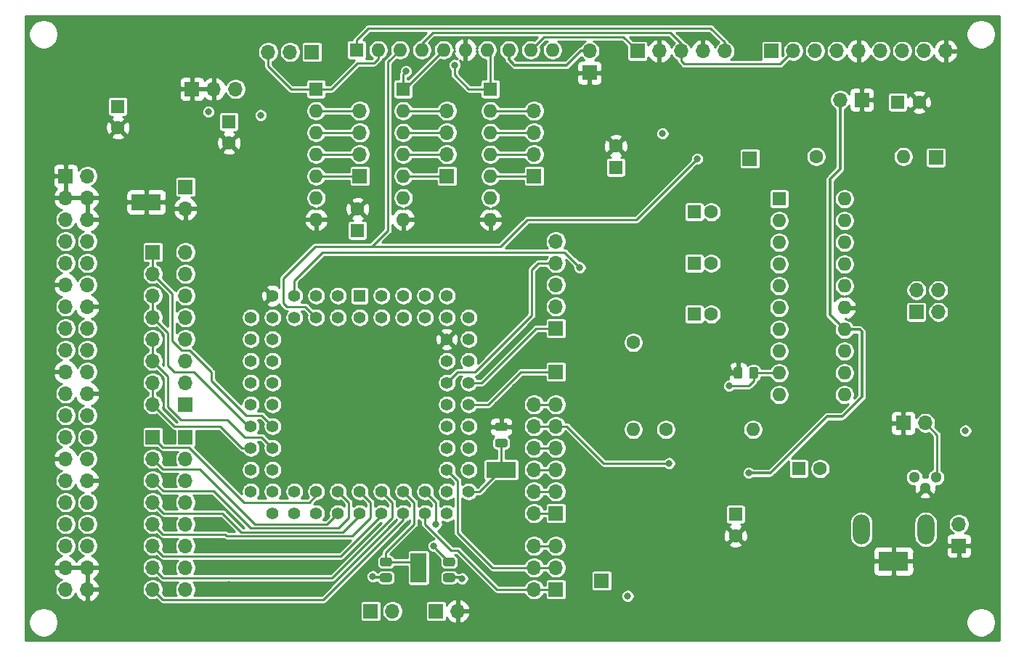
<source format=gbr>
%TF.GenerationSoftware,KiCad,Pcbnew,(5.1.10)-1*%
%TF.CreationDate,2021-06-15T10:49:33-05:00*%
%TF.ProjectId,gd VGC proto pcb,67642056-4743-4207-9072-6f746f207063,rev?*%
%TF.SameCoordinates,Original*%
%TF.FileFunction,Copper,L4,Bot*%
%TF.FilePolarity,Positive*%
%FSLAX46Y46*%
G04 Gerber Fmt 4.6, Leading zero omitted, Abs format (unit mm)*
G04 Created by KiCad (PCBNEW (5.1.10)-1) date 2021-06-15 10:49:33*
%MOMM*%
%LPD*%
G01*
G04 APERTURE LIST*
%TA.AperFunction,ComponentPad*%
%ADD10C,1.300000*%
%TD*%
%TA.AperFunction,SMDPad,CuDef*%
%ADD11R,3.450000X1.850000*%
%TD*%
%TA.AperFunction,ComponentPad*%
%ADD12C,1.600000*%
%TD*%
%TA.AperFunction,ComponentPad*%
%ADD13R,1.600000X1.600000*%
%TD*%
%TA.AperFunction,ComponentPad*%
%ADD14O,1.700000X1.700000*%
%TD*%
%TA.AperFunction,ComponentPad*%
%ADD15R,1.700000X1.700000*%
%TD*%
%TA.AperFunction,ComponentPad*%
%ADD16C,1.422400*%
%TD*%
%TA.AperFunction,ComponentPad*%
%ADD17R,1.422400X1.422400*%
%TD*%
%TA.AperFunction,SMDPad,CuDef*%
%ADD18R,1.850000X3.450000*%
%TD*%
%TA.AperFunction,ComponentPad*%
%ADD19O,1.600000X1.600000*%
%TD*%
%TA.AperFunction,ComponentPad*%
%ADD20R,3.500000X2.300000*%
%TD*%
%TA.AperFunction,ComponentPad*%
%ADD21O,2.000000X3.500000*%
%TD*%
%TA.AperFunction,ViaPad*%
%ADD22C,0.800000*%
%TD*%
%TA.AperFunction,ViaPad*%
%ADD23C,0.457200*%
%TD*%
%TA.AperFunction,Conductor*%
%ADD24C,0.304800*%
%TD*%
%TA.AperFunction,Conductor*%
%ADD25C,0.254000*%
%TD*%
%TA.AperFunction,Conductor*%
%ADD26C,0.100000*%
%TD*%
G04 APERTURE END LIST*
D10*
%TO.P,TF1,1*%
%TO.N,/J11-1*%
X187833000Y-115189000D03*
%TO.P,TF1,3*%
%TO.N,/R8-2*%
X185293000Y-115189000D03*
%TO.P,TF1,2*%
%TO.N,GND*%
X186563000Y-116459000D03*
%TD*%
D11*
%TO.P,TP5,1*%
%TO.N,GND*%
X95758000Y-83058000D03*
%TD*%
D12*
%TO.P,C24,2*%
%TO.N,GND*%
X185888000Y-71374000D03*
D13*
%TO.P,C24,1*%
%TO.N,+12V*%
X183388000Y-71374000D03*
%TD*%
D14*
%TO.P,J28,2*%
%TO.N,-5V*%
X147447000Y-65405000D03*
D15*
%TO.P,J28,1*%
%TO.N,GND*%
X147447000Y-67945000D03*
%TD*%
D14*
%TO.P,J1,3*%
%TO.N,+5V*%
X106172000Y-69850000D03*
%TO.P,J1,2*%
%TO.N,GND*%
X103632000Y-69850000D03*
D15*
%TO.P,J1,1*%
X101092000Y-69850000D03*
%TD*%
D14*
%TO.P,J27,2*%
%TO.N,+12V*%
X176657000Y-71120000D03*
D15*
%TO.P,J27,1*%
%TO.N,GND*%
X179197000Y-71120000D03*
%TD*%
D12*
%TO.P,C22,2*%
%TO.N,GND*%
X120396000Y-83860000D03*
D13*
%TO.P,C22,1*%
%TO.N,+5V*%
X120396000Y-86360000D03*
%TD*%
D12*
%TO.P,C21,2*%
%TO.N,GND*%
X105410000Y-76160000D03*
D13*
%TO.P,C21,1*%
%TO.N,+5V*%
X105410000Y-73660000D03*
%TD*%
D16*
%TO.P,UF2,2*%
%TO.N,/VID8*%
X120650000Y-96520000D03*
%TO.P,UF2,4*%
%TO.N,/VID10*%
X118110000Y-96520000D03*
%TO.P,UF2,6*%
%TO.N,/COMP-SYN*%
X115570000Y-96520000D03*
%TO.P,UF2,8*%
%TO.N,+5V*%
X113030000Y-96520000D03*
%TO.P,UF2,68*%
%TO.N,/VID6*%
X123190000Y-96520000D03*
%TO.P,UF2,66*%
%TO.N,/VID4*%
X125730000Y-96520000D03*
%TO.P,UF2,64*%
%TO.N,/VID2*%
X128270000Y-96520000D03*
%TO.P,UF2,62*%
%TO.N,/VID0*%
X130810000Y-96520000D03*
D17*
%TO.P,UF2,1*%
%TO.N,/VID7*%
X120650000Y-93980000D03*
D16*
%TO.P,UF2,3*%
%TO.N,/VID9*%
X118110000Y-93980000D03*
%TO.P,UF2,5*%
%TO.N,/VID11*%
X115570000Y-93980000D03*
%TO.P,UF2,7*%
%TO.N,/MONO-COLOR*%
X113030000Y-93980000D03*
%TO.P,UF2,9*%
%TO.N,GND*%
X110490000Y-93980000D03*
%TO.P,UF2,67*%
%TO.N,/VID5*%
X123190000Y-93980000D03*
%TO.P,UF2,65*%
%TO.N,/VID3*%
X125730000Y-93980000D03*
%TO.P,UF2,63*%
%TO.N,/VID1*%
X128270000Y-93980000D03*
%TO.P,UF2,11*%
%TO.N,/28M*%
X110490000Y-96520000D03*
%TO.P,UF2,13*%
%TO.N,/ADBUS6*%
X110490000Y-99060000D03*
%TO.P,UF2,15*%
%TO.N,/ADBUS4*%
X110490000Y-101600000D03*
%TO.P,UF2,17*%
%TO.N,/ADBUS2*%
X110490000Y-104140000D03*
%TO.P,UF2,19*%
%TO.N,/ADBUS0*%
X110490000Y-106680000D03*
%TO.P,UF2,21*%
%TO.N,/RGB4.H*%
X110490000Y-109220000D03*
%TO.P,UF2,23*%
%TO.N,/RGB1.H*%
X110490000Y-111760000D03*
%TO.P,UF2,25*%
%TO.N,/MDBUS1*%
X110490000Y-114300000D03*
%TO.P,UF2,10*%
%TO.N,/14M.H*%
X107950000Y-96520000D03*
%TO.P,UF2,12*%
%TO.N,/ADBUS7*%
X107950000Y-99060000D03*
%TO.P,UF2,14*%
%TO.N,/ADBUS5*%
X107950000Y-101600000D03*
%TO.P,UF2,16*%
%TO.N,/ADBUS3*%
X107950000Y-104140000D03*
%TO.P,UF2,18*%
%TO.N,/ADBUS1*%
X107950000Y-106680000D03*
%TO.P,UF2,20*%
%TO.N,/RGB8.H*%
X107950000Y-109220000D03*
%TO.P,UF2,22*%
%TO.N,/RGB2.H*%
X107950000Y-111760000D03*
%TO.P,UF2,24*%
%TO.N,/MDBUS0*%
X107950000Y-114300000D03*
%TO.P,UF2,26*%
%TO.N,/MDBUS2*%
X107950000Y-116840000D03*
%TO.P,UF2,28*%
%TO.N,/MDBUS4*%
X110490000Y-116840000D03*
%TO.P,UF2,30*%
%TO.N,/MDBUS6*%
X113030000Y-116840000D03*
%TO.P,UF2,32*%
%TO.N,/RABUS0*%
X115570000Y-116840000D03*
%TO.P,UF2,34*%
%TO.N,/RABUS2*%
X118110000Y-116840000D03*
%TO.P,UF2,36*%
%TO.N,/RABUS4*%
X120650000Y-116840000D03*
%TO.P,UF2,38*%
%TO.N,/RABUS6*%
X123190000Y-116840000D03*
%TO.P,UF2,40*%
%TO.N,/UH2-40*%
X125730000Y-116840000D03*
%TO.P,UF2,42*%
%TO.N,/U18TEST*%
X128270000Y-116840000D03*
%TO.P,UF2,44*%
%TO.N,/UH2-44*%
X133350000Y-116840000D03*
%TO.P,UF2,27*%
%TO.N,/MDBUS3*%
X110490000Y-119380000D03*
%TO.P,UF2,29*%
%TO.N,/MDBUS5*%
X113030000Y-119380000D03*
%TO.P,UF2,31*%
%TO.N,/MDBUS7*%
X115570000Y-119380000D03*
%TO.P,UF2,33*%
%TO.N,/RABUS1*%
X118110000Y-119380000D03*
%TO.P,UF2,35*%
%TO.N,/RABUS3*%
X120650000Y-119380000D03*
%TO.P,UF2,37*%
%TO.N,/RABUS5*%
X123190000Y-119380000D03*
%TO.P,UF2,39*%
%TO.N,/RABUS7*%
X125730000Y-119380000D03*
%TO.P,UF2,41*%
%TO.N,/IRQ.L*%
X128270000Y-119380000D03*
%TO.P,UF2,43*%
%TO.N,/UH2-43*%
X130810000Y-119380000D03*
%TO.P,UF2,45*%
%TO.N,/PH0.H*%
X130810000Y-116840000D03*
%TO.P,UF2,47*%
%TO.N,/RESET.L*%
X130810000Y-114300000D03*
%TO.P,UF2,49*%
%TO.N,/FLIP6.H*%
X130810000Y-111760000D03*
%TO.P,UF2,51*%
%TO.N,/HDSEL.H*%
X130810000Y-109220000D03*
%TO.P,UF2,53*%
%TO.N,/M2SEL.L*%
X130810000Y-106680000D03*
%TO.P,UF2,55*%
%TO.N,/UG3-1*%
X130810000Y-104140000D03*
%TO.P,UF2,57*%
%TO.N,N/C*%
X130810000Y-101600000D03*
%TO.P,UF2,59*%
%TO.N,GND*%
X130810000Y-99060000D03*
%TO.P,UF2,61*%
%TO.N,/3.5DIK*%
X130810000Y-93980000D03*
%TO.P,UF2,46*%
%TO.N,/A2R-W.H*%
X133350000Y-114300000D03*
%TO.P,UF2,48*%
%TO.N,/FLIP7.H*%
X133350000Y-111760000D03*
%TO.P,UF2,50*%
%TO.N,/BABUS12*%
X133350000Y-109220000D03*
%TO.P,UF2,52*%
%TO.N,/VBL.L*%
X133350000Y-106680000D03*
%TO.P,UF2,54*%
%TO.N,/UG3-5*%
X133350000Y-104140000D03*
%TO.P,UF2,56*%
%TO.N,/UG3-7*%
X133350000Y-101600000D03*
%TO.P,UF2,58*%
%TO.N,+5V*%
X133350000Y-99060000D03*
%TO.P,UF2,60*%
%TO.N,/STRETCH.L*%
X133350000Y-96520000D03*
%TD*%
D12*
%TO.P,C61,2*%
%TO.N,GND*%
X150495000Y-76494000D03*
D13*
%TO.P,C61,1*%
%TO.N,+5V*%
X150495000Y-78994000D03*
%TD*%
D12*
%TO.P,C16,2*%
%TO.N,GND*%
X92456000Y-74382000D03*
D13*
%TO.P,C16,1*%
%TO.N,+5V*%
X92456000Y-71882000D03*
%TD*%
D12*
%TO.P,C6,2*%
%TO.N,/R54-1*%
X174331000Y-114173000D03*
D13*
%TO.P,C6,1*%
%TO.N,/UC2-9*%
X171831000Y-114173000D03*
%TD*%
D12*
%TO.P,C13,2*%
%TO.N,/UC2-3*%
X161639000Y-84201000D03*
D13*
%TO.P,C13,1*%
%TO.N,/H4-6*%
X159639000Y-84201000D03*
%TD*%
D12*
%TO.P,C5,2*%
%TO.N,/UC2-4*%
X161639000Y-90195400D03*
D13*
%TO.P,C5,1*%
%TO.N,/H3-6*%
X159639000Y-90195400D03*
%TD*%
D12*
%TO.P,C4,2*%
%TO.N,/UC2-5*%
X161639000Y-96139000D03*
D13*
%TO.P,C4,1*%
%TO.N,/H2-6*%
X159639000Y-96139000D03*
%TD*%
D12*
%TO.P,C60,2*%
%TO.N,GND*%
X164465000Y-122007000D03*
D13*
%TO.P,C60,1*%
%TO.N,/R14-2*%
X164465000Y-119507000D03*
%TD*%
%TO.P,R11,2*%
%TO.N,+5V*%
%TA.AperFunction,SMDPad,CuDef*%
G36*
G01*
X130613999Y-126384000D02*
X131514001Y-126384000D01*
G75*
G02*
X131764000Y-126633999I0J-249999D01*
G01*
X131764000Y-127159001D01*
G75*
G02*
X131514001Y-127409000I-249999J0D01*
G01*
X130613999Y-127409000D01*
G75*
G02*
X130364000Y-127159001I0J249999D01*
G01*
X130364000Y-126633999D01*
G75*
G02*
X130613999Y-126384000I249999J0D01*
G01*
G37*
%TD.AperFunction*%
%TO.P,R11,1*%
%TO.N,/U18TEST*%
%TA.AperFunction,SMDPad,CuDef*%
G36*
G01*
X130613999Y-124559000D02*
X131514001Y-124559000D01*
G75*
G02*
X131764000Y-124808999I0J-249999D01*
G01*
X131764000Y-125334001D01*
G75*
G02*
X131514001Y-125584000I-249999J0D01*
G01*
X130613999Y-125584000D01*
G75*
G02*
X130364000Y-125334001I0J249999D01*
G01*
X130364000Y-124808999D01*
G75*
G02*
X130613999Y-124559000I249999J0D01*
G01*
G37*
%TD.AperFunction*%
%TD*%
D14*
%TO.P,J20,8*%
%TO.N,/RGB2.H*%
X96520000Y-106680000D03*
%TO.P,J20,7*%
X96520000Y-104140000D03*
%TO.P,J20,6*%
%TO.N,/RGB1.H*%
X96520000Y-101600000D03*
%TO.P,J20,5*%
X96520000Y-99060000D03*
%TO.P,J20,4*%
%TO.N,/RGB8.H*%
X96520000Y-96520000D03*
%TO.P,J20,3*%
X96520000Y-93980000D03*
%TO.P,J20,2*%
%TO.N,/RGB4.H*%
X96520000Y-91440000D03*
D15*
%TO.P,J20,1*%
X96520000Y-88900000D03*
%TD*%
D14*
%TO.P,J3,8*%
%TO.N,/ADBUS7*%
X100330000Y-88900000D03*
%TO.P,J3,7*%
%TO.N,/ADBUS6*%
X100330000Y-91440000D03*
%TO.P,J3,6*%
%TO.N,/ADBUS5*%
X100330000Y-93980000D03*
%TO.P,J3,5*%
%TO.N,/ADBUS4*%
X100330000Y-96520000D03*
%TO.P,J3,4*%
%TO.N,/ADBUS3*%
X100330000Y-99060000D03*
%TO.P,J3,3*%
%TO.N,/ADBUS2*%
X100330000Y-101600000D03*
%TO.P,J3,2*%
%TO.N,/ADBUS1*%
X100330000Y-104140000D03*
D15*
%TO.P,J3,1*%
%TO.N,/ADBUS0*%
X100330000Y-106680000D03*
%TD*%
D14*
%TO.P,J26,2*%
%TO.N,/SYNC.L*%
X124460000Y-130810000D03*
D15*
%TO.P,J26,1*%
X121920000Y-130810000D03*
%TD*%
D14*
%TO.P,J23,6*%
%TO.N,/A2R-W.H*%
X140970000Y-123190000D03*
%TO.P,J23,5*%
X143510000Y-123190000D03*
%TO.P,J23,4*%
%TO.N,/RESET.L*%
X140970000Y-125730000D03*
%TO.P,J23,3*%
X143510000Y-125730000D03*
%TO.P,J23,2*%
%TO.N,/IRQ.L*%
X140970000Y-128270000D03*
D15*
%TO.P,J23,1*%
X143510000Y-128270000D03*
%TD*%
D14*
%TO.P,J22,12*%
%TO.N,/STRETCH.L*%
X140970000Y-106680000D03*
%TO.P,J22,11*%
X143510000Y-106680000D03*
%TO.P,J22,10*%
%TO.N,/M2SEL.L*%
X140970000Y-109220000D03*
%TO.P,J22,9*%
X143510000Y-109220000D03*
%TO.P,J22,8*%
%TO.N,/BABUS12*%
X140970000Y-111760000D03*
%TO.P,J22,7*%
X143510000Y-111760000D03*
%TO.P,J22,6*%
%TO.N,/HDSEL.H*%
X140970000Y-114300000D03*
%TO.P,J22,5*%
X143510000Y-114300000D03*
%TO.P,J22,4*%
%TO.N,/FLIP7.H*%
X140970000Y-116840000D03*
%TO.P,J22,3*%
X143510000Y-116840000D03*
%TO.P,J22,2*%
%TO.N,/FLIP6.H*%
X140970000Y-119380000D03*
D15*
%TO.P,J22,1*%
X143510000Y-119380000D03*
%TD*%
D14*
%TO.P,J19,4*%
%TO.N,CREF.L*%
X188087000Y-93345000D03*
%TO.P,J19,3*%
X188087000Y-95885000D03*
%TO.P,J19,2*%
%TO.N,CREF.H*%
X185547000Y-93345000D03*
D15*
%TO.P,J19,1*%
X185547000Y-95885000D03*
%TD*%
D14*
%TO.P,J25,40*%
%TO.N,GND*%
X88900000Y-128270000D03*
%TO.P,J25,39*%
%TO.N,/PH0.H*%
X86360000Y-128270000D03*
%TO.P,J25,38*%
%TO.N,GND*%
X88900000Y-125730000D03*
%TO.P,J25,37*%
X86360000Y-125730000D03*
%TO.P,J25,36*%
%TO.N,/MDBUS7*%
X88900000Y-123190000D03*
%TO.P,J25,35*%
%TO.N,/RABUS7*%
X86360000Y-123190000D03*
%TO.P,J25,34*%
%TO.N,/MDBUS6*%
X88900000Y-120650000D03*
%TO.P,J25,33*%
%TO.N,/RABUS6*%
X86360000Y-120650000D03*
%TO.P,J25,32*%
%TO.N,/MDBUS5*%
X88900000Y-118110000D03*
%TO.P,J25,31*%
%TO.N,/RABUS5*%
X86360000Y-118110000D03*
%TO.P,J25,30*%
%TO.N,GND*%
X88900000Y-115570000D03*
%TO.P,J25,29*%
%TO.N,/RABUS4*%
X86360000Y-115570000D03*
%TO.P,J25,28*%
%TO.N,/MDBUS4*%
X88900000Y-113030000D03*
%TO.P,J25,27*%
%TO.N,GND*%
X86360000Y-113030000D03*
%TO.P,J25,26*%
%TO.N,/MDBUS3*%
X88900000Y-110490000D03*
%TO.P,J25,25*%
%TO.N,/RABUS3*%
X86360000Y-110490000D03*
%TO.P,J25,24*%
%TO.N,/MDBUS2*%
X88900000Y-107950000D03*
%TO.P,J25,23*%
%TO.N,/RABUS2*%
X86360000Y-107950000D03*
%TO.P,J25,22*%
%TO.N,GND*%
X88900000Y-105410000D03*
%TO.P,J25,21*%
%TO.N,/RABUS1*%
X86360000Y-105410000D03*
%TO.P,J25,20*%
%TO.N,Net-(J25-Pad20)*%
X88900000Y-102870000D03*
%TO.P,J25,19*%
%TO.N,GND*%
X86360000Y-102870000D03*
%TO.P,J25,18*%
%TO.N,/MDBUS1*%
X88900000Y-100330000D03*
%TO.P,J25,17*%
%TO.N,/RABUS0*%
X86360000Y-100330000D03*
%TO.P,J25,16*%
%TO.N,/MDBUS0*%
X88900000Y-97790000D03*
%TO.P,J25,15*%
%TO.N,/ADBUS0*%
X86360000Y-97790000D03*
%TO.P,J25,14*%
%TO.N,GND*%
X88900000Y-95250000D03*
%TO.P,J25,13*%
%TO.N,/ADBUS1*%
X86360000Y-95250000D03*
%TO.P,J25,12*%
%TO.N,/ADBUS2*%
X88900000Y-92710000D03*
%TO.P,J25,11*%
%TO.N,GND*%
X86360000Y-92710000D03*
%TO.P,J25,10*%
%TO.N,/ADBUS4*%
X88900000Y-90170000D03*
%TO.P,J25,9*%
%TO.N,/ADBUS3*%
X86360000Y-90170000D03*
%TO.P,J25,8*%
%TO.N,/ADBUS6*%
X88900000Y-87630000D03*
%TO.P,J25,7*%
%TO.N,/ADBUS5*%
X86360000Y-87630000D03*
%TO.P,J25,6*%
%TO.N,GND*%
X88900000Y-85090000D03*
%TO.P,J25,5*%
%TO.N,/ADBUS7*%
X86360000Y-85090000D03*
%TO.P,J25,4*%
%TO.N,GND*%
X88900000Y-82550000D03*
%TO.P,J25,3*%
X86360000Y-82550000D03*
%TO.P,J25,2*%
%TO.N,/14MD.H*%
X88900000Y-80010000D03*
D15*
%TO.P,J25,1*%
%TO.N,GND*%
X86360000Y-80010000D03*
%TD*%
D14*
%TO.P,J24,2*%
%TO.N,GND*%
X132080000Y-130810000D03*
D15*
%TO.P,J24,1*%
%TO.N,/PH0.H*%
X129540000Y-130810000D03*
%TD*%
D14*
%TO.P,J21,2*%
%TO.N,GND*%
X100330000Y-83820000D03*
D15*
%TO.P,J21,1*%
%TO.N,/14MD.H*%
X100330000Y-81280000D03*
%TD*%
D11*
%TO.P,TP112,1*%
%TO.N,/UH2-44*%
X137160000Y-114300000D03*
%TD*%
D18*
%TO.P,TP93,1*%
%TO.N,/UH2-40*%
X127508000Y-125730000D03*
%TD*%
%TO.P,R196,2*%
%TO.N,+5V*%
%TA.AperFunction,SMDPad,CuDef*%
G36*
G01*
X123247999Y-126384000D02*
X124148001Y-126384000D01*
G75*
G02*
X124398000Y-126633999I0J-249999D01*
G01*
X124398000Y-127159001D01*
G75*
G02*
X124148001Y-127409000I-249999J0D01*
G01*
X123247999Y-127409000D01*
G75*
G02*
X122998000Y-127159001I0J249999D01*
G01*
X122998000Y-126633999D01*
G75*
G02*
X123247999Y-126384000I249999J0D01*
G01*
G37*
%TD.AperFunction*%
%TO.P,R196,1*%
%TO.N,/UH2-40*%
%TA.AperFunction,SMDPad,CuDef*%
G36*
G01*
X123247999Y-124559000D02*
X124148001Y-124559000D01*
G75*
G02*
X124398000Y-124808999I0J-249999D01*
G01*
X124398000Y-125334001D01*
G75*
G02*
X124148001Y-125584000I-249999J0D01*
G01*
X123247999Y-125584000D01*
G75*
G02*
X122998000Y-125334001I0J249999D01*
G01*
X122998000Y-124808999D01*
G75*
G02*
X123247999Y-124559000I249999J0D01*
G01*
G37*
%TD.AperFunction*%
%TD*%
%TO.P,R9,2*%
%TO.N,/UC2-9*%
%TA.AperFunction,SMDPad,CuDef*%
G36*
G01*
X166064200Y-103447001D02*
X166064200Y-102546999D01*
G75*
G02*
X166314199Y-102297000I249999J0D01*
G01*
X166839201Y-102297000D01*
G75*
G02*
X167089200Y-102546999I0J-249999D01*
G01*
X167089200Y-103447001D01*
G75*
G02*
X166839201Y-103697000I-249999J0D01*
G01*
X166314199Y-103697000D01*
G75*
G02*
X166064200Y-103447001I0J249999D01*
G01*
G37*
%TD.AperFunction*%
%TO.P,R9,1*%
%TO.N,GND*%
%TA.AperFunction,SMDPad,CuDef*%
G36*
G01*
X164239200Y-103447001D02*
X164239200Y-102546999D01*
G75*
G02*
X164489199Y-102297000I249999J0D01*
G01*
X165014201Y-102297000D01*
G75*
G02*
X165264200Y-102546999I0J-249999D01*
G01*
X165264200Y-103447001D01*
G75*
G02*
X165014201Y-103697000I-249999J0D01*
G01*
X164489199Y-103697000D01*
G75*
G02*
X164239200Y-103447001I0J249999D01*
G01*
G37*
%TD.AperFunction*%
%TD*%
D19*
%TO.P,L12,2*%
%TO.N,/COMSYNC*%
X184023000Y-77724000D03*
D12*
%TO.P,L12,1*%
%TO.N,/R114-2*%
X173863000Y-77724000D03*
%TD*%
D14*
%TO.P,J18,2*%
%TO.N,/J11-1*%
X186563000Y-108839000D03*
D15*
%TO.P,J18,1*%
%TO.N,GND*%
X184023000Y-108839000D03*
%TD*%
D14*
%TO.P,J17,2*%
%TO.N,Net-(J11-Pad3)*%
X190500000Y-120650000D03*
D15*
%TO.P,J17,1*%
%TO.N,GND*%
X190500000Y-123190000D03*
%TD*%
D14*
%TO.P,J16,5*%
%TO.N,/3.5DIK*%
X143510000Y-87630000D03*
%TO.P,J16,4*%
%TO.N,/UG3-1*%
X143510000Y-90170000D03*
%TO.P,J16,3*%
%TO.N,/UG3-7*%
X143510000Y-92710000D03*
%TO.P,J16,2*%
%TO.N,/UG3-6*%
X143510000Y-95250000D03*
D15*
%TO.P,J16,1*%
%TO.N,/UG3-5*%
X143510000Y-97790000D03*
%TD*%
%TO.P,J15,1*%
%TO.N,/VBL.L*%
X143510000Y-102870000D03*
%TD*%
%TO.P,J14,1*%
%TO.N,/MONO-COLOR*%
X148844000Y-127254000D03*
%TD*%
%TO.P,J13,1*%
%TO.N,/COMSYNC*%
X187833000Y-77851000D03*
%TD*%
D14*
%TO.P,J12,8*%
%TO.N,/MDBUS7*%
X100330000Y-128270000D03*
%TO.P,J12,7*%
%TO.N,/MDBUS6*%
X100330000Y-125730000D03*
%TO.P,J12,6*%
%TO.N,/MDBUS5*%
X100330000Y-123190000D03*
%TO.P,J12,5*%
%TO.N,/MDBUS4*%
X100330000Y-120650000D03*
%TO.P,J12,4*%
%TO.N,/MDBUS3*%
X100330000Y-118110000D03*
%TO.P,J12,3*%
%TO.N,/MDBUS2*%
X100330000Y-115570000D03*
%TO.P,J12,2*%
%TO.N,/MDBUS1*%
X100330000Y-113030000D03*
D15*
%TO.P,J12,1*%
%TO.N,/MDBUS0*%
X100330000Y-110490000D03*
%TD*%
D14*
%TO.P,J10,9*%
%TO.N,GND*%
X188976000Y-65405000D03*
%TO.P,J10,8*%
%TO.N,/R54-2*%
X186436000Y-65405000D03*
%TO.P,J10,7*%
%TO.N,/COMSYNC*%
X183896000Y-65405000D03*
%TO.P,J10,6*%
%TO.N,Net-(J10-Pad6)*%
X181356000Y-65405000D03*
%TO.P,J10,5*%
%TO.N,GND*%
X178816000Y-65405000D03*
%TO.P,J10,4*%
%TO.N,Net-(J10-Pad4)*%
X176276000Y-65405000D03*
%TO.P,J10,3*%
%TO.N,/COMP-RED*%
X173736000Y-65405000D03*
%TO.P,J10,2*%
%TO.N,/COMP-GREEN*%
X171196000Y-65405000D03*
D15*
%TO.P,J10,1*%
%TO.N,/COMP-BLUE*%
X168656000Y-65405000D03*
%TD*%
%TO.P,J9,1*%
%TO.N,/COMP-SYN*%
X166116000Y-77978000D03*
%TD*%
D14*
%TO.P,J8,8*%
%TO.N,/RABUS7*%
X96520000Y-128270000D03*
%TO.P,J8,7*%
%TO.N,/RABUS6*%
X96520000Y-125730000D03*
%TO.P,J8,6*%
%TO.N,/RABUS5*%
X96520000Y-123190000D03*
%TO.P,J8,5*%
%TO.N,/RABUS4*%
X96520000Y-120650000D03*
%TO.P,J8,4*%
%TO.N,/RABUS3*%
X96520000Y-118110000D03*
%TO.P,J8,3*%
%TO.N,/RABUS2*%
X96520000Y-115570000D03*
%TO.P,J8,2*%
%TO.N,/RABUS1*%
X96520000Y-113030000D03*
D15*
%TO.P,J8,1*%
%TO.N,/RABUS0*%
X96520000Y-110490000D03*
%TD*%
D14*
%TO.P,J7,4*%
%TO.N,/VID11*%
X120650000Y-72390000D03*
%TO.P,J7,3*%
%TO.N,/VID10*%
X120650000Y-74930000D03*
%TO.P,J7,2*%
%TO.N,/VID9*%
X120650000Y-77470000D03*
D15*
%TO.P,J7,1*%
%TO.N,/VID8*%
X120650000Y-80010000D03*
%TD*%
D14*
%TO.P,J6,5*%
%TO.N,/COMP-RED*%
X163195000Y-65428000D03*
%TO.P,J6,4*%
%TO.N,GND*%
X160655000Y-65428000D03*
%TO.P,J6,3*%
%TO.N,/COMP-GREEN*%
X158115000Y-65428000D03*
%TO.P,J6,2*%
%TO.N,GND*%
X155575000Y-65428000D03*
D15*
%TO.P,J6,1*%
%TO.N,/COMP-BLUE*%
X153035000Y-65428000D03*
%TD*%
D14*
%TO.P,J5,4*%
%TO.N,/VID7*%
X130810000Y-72390000D03*
%TO.P,J5,3*%
%TO.N,/VID6*%
X130810000Y-74930000D03*
%TO.P,J5,2*%
%TO.N,/VID5*%
X130810000Y-77470000D03*
D15*
%TO.P,J5,1*%
%TO.N,/VID4*%
X130810000Y-80010000D03*
%TD*%
D14*
%TO.P,J4,3*%
%TO.N,/H4-1*%
X109982000Y-65532000D03*
%TO.P,J4,2*%
%TO.N,/H3-1*%
X112522000Y-65532000D03*
D15*
%TO.P,J4,1*%
%TO.N,/H2-1*%
X115062000Y-65532000D03*
%TD*%
D14*
%TO.P,J2,4*%
%TO.N,/VID3*%
X140970000Y-72390000D03*
%TO.P,J2,3*%
%TO.N,/VID2*%
X140970000Y-74930000D03*
%TO.P,J2,2*%
%TO.N,/VID1*%
X140970000Y-77470000D03*
D15*
%TO.P,J2,1*%
%TO.N,/VID0*%
X140970000Y-80010000D03*
%TD*%
%TO.P,C59,2*%
%TO.N,GND*%
%TA.AperFunction,SMDPad,CuDef*%
G36*
G01*
X137635000Y-109786000D02*
X136685000Y-109786000D01*
G75*
G02*
X136435000Y-109536000I0J250000D01*
G01*
X136435000Y-109036000D01*
G75*
G02*
X136685000Y-108786000I250000J0D01*
G01*
X137635000Y-108786000D01*
G75*
G02*
X137885000Y-109036000I0J-250000D01*
G01*
X137885000Y-109536000D01*
G75*
G02*
X137635000Y-109786000I-250000J0D01*
G01*
G37*
%TD.AperFunction*%
%TO.P,C59,1*%
%TO.N,/UH2-44*%
%TA.AperFunction,SMDPad,CuDef*%
G36*
G01*
X137635000Y-111686000D02*
X136685000Y-111686000D01*
G75*
G02*
X136435000Y-111436000I0J250000D01*
G01*
X136435000Y-110936000D01*
G75*
G02*
X136685000Y-110686000I250000J0D01*
G01*
X137635000Y-110686000D01*
G75*
G02*
X137885000Y-110936000I0J-250000D01*
G01*
X137885000Y-111436000D01*
G75*
G02*
X137635000Y-111686000I-250000J0D01*
G01*
G37*
%TD.AperFunction*%
%TD*%
D19*
%TO.P,UB2,20*%
%TO.N,/UC2-20*%
X177165000Y-82677000D03*
%TO.P,UB2,10*%
%TO.N,/UC2-10*%
X169545000Y-105537000D03*
%TO.P,UB2,19*%
%TO.N,/UC2-19*%
X177165000Y-85217000D03*
%TO.P,UB2,9*%
%TO.N,/UC2-9*%
X169545000Y-102997000D03*
%TO.P,UB2,18*%
%TO.N,Net-(UB2-Pad18)*%
X177165000Y-87757000D03*
%TO.P,UB2,8*%
%TO.N,/UC2-8*%
X169545000Y-100457000D03*
%TO.P,UB2,17*%
%TO.N,/UC2-17*%
X177165000Y-90297000D03*
%TO.P,UB2,7*%
%TO.N,/UC2-7*%
X169545000Y-97917000D03*
%TO.P,UB2,16*%
%TO.N,/UC2-16*%
X177165000Y-92837000D03*
%TO.P,UB2,6*%
%TO.N,/UC2-6*%
X169545000Y-95377000D03*
%TO.P,UB2,15*%
%TO.N,GND*%
X177165000Y-95377000D03*
%TO.P,UB2,5*%
%TO.N,/UC2-5*%
X169545000Y-92837000D03*
%TO.P,UB2,14*%
%TO.N,+12V*%
X177165000Y-97917000D03*
%TO.P,UB2,4*%
%TO.N,/UC2-4*%
X169545000Y-90297000D03*
%TO.P,UB2,13*%
%TO.N,/UC2-13*%
X177165000Y-100457000D03*
%TO.P,UB2,3*%
%TO.N,/UC2-3*%
X169545000Y-87757000D03*
%TO.P,UB2,12*%
%TO.N,/UC2-12*%
X177165000Y-102997000D03*
%TO.P,UB2,2*%
%TO.N,/COMP-SYN*%
X169545000Y-85217000D03*
%TO.P,UB2,11*%
%TO.N,/UC2-11*%
X177165000Y-105537000D03*
D13*
%TO.P,UB2,1*%
%TO.N,Net-(C8-Pad2)*%
X169545000Y-82677000D03*
%TD*%
D19*
%TO.P,L4,2*%
%TO.N,/UC2-8*%
X166497000Y-109601000D03*
D12*
%TO.P,L4,1*%
%TO.N,/L4-1*%
X156337000Y-109601000D03*
%TD*%
D19*
%TO.P,L3,2*%
%TO.N,/L4-1*%
X152545000Y-109601000D03*
D12*
%TO.P,L3,1*%
%TO.N,/L3-1*%
X152545000Y-99441000D03*
%TD*%
D20*
%TO.P,J11,1*%
%TO.N,GND*%
X182880000Y-124968000D03*
D21*
%TO.P,J11,2*%
%TO.N,/J11-1*%
X179130000Y-121268000D03*
%TO.P,J11,3*%
%TO.N,Net-(J11-Pad3)*%
X186630000Y-121268000D03*
%TD*%
D19*
%TO.P,H4,7*%
%TO.N,GND*%
X115570000Y-85090000D03*
%TO.P,H4,6*%
%TO.N,/H4-6*%
X115570000Y-82550000D03*
%TO.P,H4,5*%
%TO.N,/VID8*%
X115570000Y-80010000D03*
%TO.P,H4,4*%
%TO.N,/VID9*%
X115570000Y-77470000D03*
%TO.P,H4,3*%
%TO.N,/VID10*%
X115570000Y-74930000D03*
%TO.P,H4,2*%
%TO.N,/VID11*%
X115570000Y-72390000D03*
D13*
%TO.P,H4,1*%
%TO.N,/H4-1*%
X115570000Y-69850000D03*
%TD*%
D19*
%TO.P,H3,7*%
%TO.N,GND*%
X125730000Y-85090000D03*
%TO.P,H3,6*%
%TO.N,/H3-6*%
X125730000Y-82550000D03*
%TO.P,H3,5*%
%TO.N,/VID4*%
X125730000Y-80010000D03*
%TO.P,H3,4*%
%TO.N,/VID5*%
X125730000Y-77470000D03*
%TO.P,H3,3*%
%TO.N,/VID6*%
X125730000Y-74930000D03*
%TO.P,H3,2*%
%TO.N,/VID7*%
X125730000Y-72390000D03*
D13*
%TO.P,H3,1*%
%TO.N,/H3-1*%
X125730000Y-69850000D03*
%TD*%
D19*
%TO.P,H2,7*%
%TO.N,GND*%
X135890000Y-85090000D03*
%TO.P,H2,6*%
%TO.N,/H2-6*%
X135890000Y-82550000D03*
%TO.P,H2,5*%
%TO.N,/VID0*%
X135890000Y-80010000D03*
%TO.P,H2,4*%
%TO.N,/VID1*%
X135890000Y-77470000D03*
%TO.P,H2,3*%
%TO.N,/VID2*%
X135890000Y-74930000D03*
%TO.P,H2,2*%
%TO.N,/VID3*%
X135890000Y-72390000D03*
D13*
%TO.P,H2,1*%
%TO.N,/H2-1*%
X135890000Y-69850000D03*
%TD*%
D19*
%TO.P,H1,10*%
%TO.N,+5V*%
X143129000Y-65278000D03*
%TO.P,H1,9*%
%TO.N,/COMP-BLUE*%
X140589000Y-65278000D03*
%TO.P,H1,8*%
%TO.N,-5V*%
X138049000Y-65278000D03*
%TO.P,H1,7*%
%TO.N,/H2-1*%
X135509000Y-65278000D03*
%TO.P,H1,6*%
%TO.N,GND*%
X132969000Y-65278000D03*
%TO.P,H1,5*%
%TO.N,/H3-1*%
X130429000Y-65278000D03*
%TO.P,H1,4*%
%TO.N,/COMP-GREEN*%
X127889000Y-65278000D03*
%TO.P,H1,3*%
%TO.N,/COMP-SYN*%
X125349000Y-65278000D03*
%TO.P,H1,2*%
%TO.N,/H4-1*%
X122809000Y-65278000D03*
D13*
%TO.P,H1,1*%
%TO.N,/COMP-RED*%
X120269000Y-65278000D03*
%TD*%
D22*
%TO.N,+5V*%
X151892000Y-129032000D03*
X132588000Y-127000000D03*
X122174000Y-126746000D03*
X102997000Y-72517000D03*
X109093000Y-72898000D03*
X191262000Y-109728000D03*
%TO.N,GND*%
X156083000Y-121539000D03*
X158623000Y-130429000D03*
X155829000Y-102489000D03*
X158115000Y-104775000D03*
X163957000Y-107061000D03*
X180975000Y-95885000D03*
X186309000Y-90551000D03*
X182753000Y-83947000D03*
X159619990Y-116713000D03*
X125222000Y-123698000D03*
X135382000Y-108966000D03*
X107823000Y-74930000D03*
X98806000Y-73152000D03*
X105410000Y-78613000D03*
X107950000Y-77978000D03*
X180340000Y-101854000D03*
X180340000Y-106426000D03*
X189484000Y-109728000D03*
X183134000Y-98552000D03*
X171003000Y-77409000D03*
X164338000Y-69596000D03*
X160020000Y-69596000D03*
X155448000Y-69596000D03*
X163830000Y-99314000D03*
X163576000Y-102362000D03*
X114300000Y-125730000D03*
X114173000Y-128270000D03*
X116840000Y-104140000D03*
X124460000Y-104140000D03*
X124460000Y-109220000D03*
X116840000Y-109220000D03*
X98425000Y-128206500D03*
X98425000Y-125666500D03*
X98425000Y-123190000D03*
X98425000Y-120586500D03*
X98425000Y-118046500D03*
X98425000Y-115506500D03*
X98425000Y-112966500D03*
X117094000Y-123126500D03*
X104330500Y-111379000D03*
X102933500Y-95250000D03*
X103632000Y-93408500D03*
X104457500Y-90995500D03*
X107188000Y-87185500D03*
X108267500Y-88265000D03*
X109220000Y-89344500D03*
X105473500Y-88582500D03*
X106680000Y-89852500D03*
X107632500Y-90805000D03*
X98615500Y-87249000D03*
X93345000Y-88646000D03*
X93408500Y-91376500D03*
X93345000Y-93726000D03*
X93154500Y-98996500D03*
X103759000Y-118364000D03*
D23*
X105346500Y-127571500D03*
X105346500Y-125095000D03*
X103314500Y-120205500D03*
X93535500Y-101790500D03*
X93281500Y-110998000D03*
X93662500Y-108966000D03*
D22*
%TO.N,/H2-1*%
X131699000Y-67056000D03*
%TO.N,/H3-1*%
X126037454Y-67786210D03*
%TO.N,/COMP-SYN*%
X160004000Y-77994000D03*
%TO.N,/MONO-COLOR*%
X146304000Y-90678000D03*
%TO.N,+12V*%
X155956000Y-75057000D03*
X165989000Y-114681000D03*
%TO.N,/UC2-9*%
X163703000Y-104521000D03*
%TO.N,/M2SEL.L*%
X156718000Y-113538000D03*
%TO.N,/U18TEST*%
X129540000Y-120650000D03*
X129286000Y-123190000D03*
%TD*%
D24*
%TO.N,+5V*%
X132484500Y-126896500D02*
X132588000Y-127000000D01*
X131064000Y-126896500D02*
X132484500Y-126896500D01*
X122324500Y-126896500D02*
X122174000Y-126746000D01*
X123698000Y-126896500D02*
X122324500Y-126896500D01*
%TO.N,GND*%
X182753000Y-83947000D02*
X182753000Y-84201000D01*
X137160000Y-109286000D02*
X135956000Y-109286000D01*
X135636000Y-108966000D02*
X135382000Y-108966000D01*
X135956000Y-109286000D02*
X135636000Y-108966000D01*
X164211000Y-102997000D02*
X163576000Y-102362000D01*
X164751700Y-102997000D02*
X164211000Y-102997000D01*
D25*
%TO.N,/COMP-BLUE*%
X140589000Y-65278000D02*
X142113000Y-63754000D01*
X151361000Y-63754000D02*
X153035000Y-65428000D01*
X142113000Y-63754000D02*
X151361000Y-63754000D01*
D24*
%TO.N,-5V*%
X138049000Y-65278000D02*
X138049000Y-66421000D01*
X138049000Y-66421000D02*
X138684000Y-67056000D01*
X138684000Y-67056000D02*
X144780000Y-67056000D01*
X146431000Y-65405000D02*
X147447000Y-65405000D01*
X144780000Y-67056000D02*
X146431000Y-65405000D01*
D25*
%TO.N,/H2-1*%
X135890000Y-65659000D02*
X135509000Y-65278000D01*
X135890000Y-69850000D02*
X135890000Y-65659000D01*
X135890000Y-69850000D02*
X133350000Y-69850000D01*
X131699000Y-68199000D02*
X131699000Y-67056000D01*
X133350000Y-69850000D02*
X131699000Y-68199000D01*
%TO.N,/H3-1*%
X125857000Y-69850000D02*
X130429000Y-65278000D01*
X125730000Y-69850000D02*
X125857000Y-69850000D01*
X125730000Y-69850000D02*
X125730000Y-68093664D01*
X125730000Y-68093664D02*
X126037454Y-67786210D01*
%TO.N,/COMP-GREEN*%
X127889000Y-64516000D02*
X127889000Y-65278000D01*
X129159000Y-63246000D02*
X127889000Y-64516000D01*
X156833500Y-63246000D02*
X129159000Y-63246000D01*
X158115000Y-64527500D02*
X156833500Y-63246000D01*
X158115000Y-65428000D02*
X158115000Y-64527500D01*
X171196000Y-65405000D02*
X169672000Y-66929000D01*
X169672000Y-66929000D02*
X158496000Y-66929000D01*
X158115000Y-66548000D02*
X158115000Y-65428000D01*
X158496000Y-66929000D02*
X158115000Y-66548000D01*
%TO.N,/COMP-SYN*%
X123952000Y-66675000D02*
X125349000Y-65278000D01*
X123952000Y-86360000D02*
X123952000Y-66675000D01*
X115443000Y-88265000D02*
X122047000Y-88265000D01*
X111760000Y-94869000D02*
X111760000Y-91948000D01*
X112141000Y-95250000D02*
X111760000Y-94869000D01*
X114300000Y-95250000D02*
X112141000Y-95250000D01*
X111760000Y-91948000D02*
X115443000Y-88265000D01*
X115570000Y-96520000D02*
X114300000Y-95250000D01*
X122301000Y-88011000D02*
X123952000Y-86360000D01*
X122047000Y-88265000D02*
X122301000Y-88011000D01*
X152908000Y-85090000D02*
X160004000Y-77994000D01*
X140208000Y-85090000D02*
X152908000Y-85090000D01*
X137033000Y-88265000D02*
X140208000Y-85090000D01*
X122047000Y-88265000D02*
X137033000Y-88265000D01*
%TO.N,/H4-1*%
X115570000Y-69850000D02*
X117348000Y-69850000D01*
X117348000Y-69850000D02*
X120396000Y-66802000D01*
X120396000Y-66802000D02*
X122301000Y-66802000D01*
X122809000Y-66294000D02*
X122809000Y-65278000D01*
X122301000Y-66802000D02*
X122809000Y-66294000D01*
X115570000Y-69850000D02*
X112649000Y-69850000D01*
X109982000Y-67183000D02*
X109982000Y-65532000D01*
X112649000Y-69850000D02*
X109982000Y-67183000D01*
%TO.N,/COMP-RED*%
X120269000Y-64135000D02*
X120269000Y-65278000D01*
X121666000Y-62738000D02*
X120269000Y-64135000D01*
X161544000Y-62738000D02*
X121666000Y-62738000D01*
X163195000Y-64389000D02*
X161544000Y-62738000D01*
X163195000Y-65428000D02*
X163195000Y-64389000D01*
%TO.N,/VID0*%
X135890000Y-80010000D02*
X140970000Y-80010000D01*
%TO.N,/VID1*%
X135890000Y-77470000D02*
X140970000Y-77470000D01*
%TO.N,/VID2*%
X135890000Y-74930000D02*
X140970000Y-74930000D01*
%TO.N,/VID3*%
X135890000Y-72390000D02*
X140970000Y-72390000D01*
%TO.N,/VID4*%
X130810000Y-80010000D02*
X125730000Y-80010000D01*
%TO.N,/VID5*%
X130810000Y-77470000D02*
X125730000Y-77470000D01*
%TO.N,/VID6*%
X125730000Y-74930000D02*
X130810000Y-74930000D01*
%TO.N,/VID7*%
X125730000Y-72390000D02*
X130810000Y-72390000D01*
%TO.N,/VID8*%
X115570000Y-80010000D02*
X120650000Y-80010000D01*
%TO.N,/VID9*%
X115570000Y-77470000D02*
X120650000Y-77470000D01*
%TO.N,/VID10*%
X115570000Y-74930000D02*
X120650000Y-74930000D01*
%TO.N,/VID11*%
X115570000Y-72390000D02*
X120650000Y-72390000D01*
%TO.N,/J11-1*%
X186563000Y-108839000D02*
X187960000Y-110236000D01*
X187960000Y-115062000D02*
X187833000Y-115189000D01*
X187960000Y-110236000D02*
X187960000Y-115062000D01*
%TO.N,/MONO-COLOR*%
X144526000Y-88900000D02*
X146304000Y-90678000D01*
X116332000Y-88900000D02*
X144526000Y-88900000D01*
X113030000Y-92202000D02*
X116332000Y-88900000D01*
X113030000Y-93980000D02*
X113030000Y-92202000D01*
D24*
%TO.N,+12V*%
X177165000Y-97917000D02*
X178943000Y-97917000D01*
X168529000Y-114681000D02*
X165989000Y-114681000D01*
X175133000Y-108077000D02*
X168529000Y-114681000D01*
X175133000Y-108077000D02*
X176911000Y-108077000D01*
X176911000Y-108077000D02*
X179197000Y-105791000D01*
X179197000Y-98171000D02*
X178943000Y-97917000D01*
X179197000Y-105791000D02*
X179197000Y-98171000D01*
X175450500Y-96202500D02*
X177165000Y-97917000D01*
X175450500Y-80391000D02*
X175450500Y-96202500D01*
X176657000Y-79184500D02*
X175450500Y-80391000D01*
X176657000Y-72580500D02*
X176657000Y-79184500D01*
X176657000Y-72580500D02*
X176657000Y-71120000D01*
D25*
%TO.N,/UC2-9*%
X166576700Y-102997000D02*
X169545000Y-102997000D01*
X163703000Y-104521000D02*
X165989000Y-104521000D01*
X166576700Y-103933300D02*
X166576700Y-102997000D01*
X165989000Y-104521000D02*
X166576700Y-103933300D01*
%TO.N,/STRETCH.L*%
X140970000Y-106680000D02*
X143510000Y-106680000D01*
%TO.N,/UG3-5*%
X133350000Y-104140000D02*
X134874000Y-104140000D01*
X141224000Y-97790000D02*
X143510000Y-97790000D01*
X134874000Y-104140000D02*
X141224000Y-97790000D01*
%TO.N,/VBL.L*%
X133350000Y-106680000D02*
X135636000Y-106680000D01*
X139446000Y-102870000D02*
X143510000Y-102870000D01*
X135636000Y-106680000D02*
X139446000Y-102870000D01*
%TO.N,/BABUS12*%
X140970000Y-111760000D02*
X143510000Y-111760000D01*
%TO.N,/FLIP7.H*%
X140970000Y-116840000D02*
X143510000Y-116840000D01*
%TO.N,/A2R-W.H*%
X140970000Y-123190000D02*
X143510000Y-123190000D01*
%TO.N,/M2SEL.L*%
X143510000Y-109220000D02*
X140970000Y-109220000D01*
X143510000Y-109220000D02*
X144780000Y-109220000D01*
X149098000Y-113538000D02*
X156718000Y-113538000D01*
X144780000Y-109220000D02*
X149098000Y-113538000D01*
%TO.N,/HDSEL.H*%
X143510000Y-114300000D02*
X140970000Y-114300000D01*
%TO.N,/FLIP6.H*%
X143510000Y-119380000D02*
X140970000Y-119380000D01*
%TO.N,/RESET.L*%
X143510000Y-125730000D02*
X140970000Y-125730000D01*
X132080000Y-115570000D02*
X130810000Y-114300000D01*
X132080000Y-121666000D02*
X132080000Y-115570000D01*
X136144000Y-125730000D02*
X132080000Y-121666000D01*
X140970000Y-125730000D02*
X136144000Y-125730000D01*
%TO.N,/IRQ.L*%
X128270000Y-119380000D02*
X128270000Y-120650000D01*
X128270000Y-120650000D02*
X131318000Y-123698000D01*
X131318000Y-123698000D02*
X132080000Y-123698000D01*
X136652000Y-128270000D02*
X140970000Y-128270000D01*
X132080000Y-123698000D02*
X136652000Y-128270000D01*
X140970000Y-128270000D02*
X143510000Y-128270000D01*
%TO.N,/RABUS7*%
X125730000Y-120142000D02*
X125730000Y-119380000D01*
X116421799Y-129450201D02*
X125730000Y-120142000D01*
X97700201Y-129450201D02*
X116421799Y-129450201D01*
X96520000Y-128270000D02*
X97700201Y-129450201D01*
%TO.N,/RABUS5*%
X123190000Y-119634000D02*
X123190000Y-119380000D01*
X118453799Y-124370201D02*
X123190000Y-119634000D01*
X97700201Y-124370201D02*
X118453799Y-124370201D01*
X96520000Y-123190000D02*
X97700201Y-124370201D01*
%TO.N,/RABUS3*%
X97700201Y-119290201D02*
X96520000Y-118110000D01*
X97790000Y-119380000D02*
X97700201Y-119290201D01*
X104648000Y-119380000D02*
X97790000Y-119380000D01*
X106832420Y-121564420D02*
X104648000Y-119380000D01*
X118719580Y-121564420D02*
X106832420Y-121564420D01*
X120650000Y-119634000D02*
X118719580Y-121564420D01*
X120650000Y-119380000D02*
X120650000Y-119634000D01*
%TO.N,/RABUS1*%
X116840000Y-120650000D02*
X118110000Y-119380000D01*
X108458000Y-120650000D02*
X116840000Y-120650000D01*
X97700201Y-114210201D02*
X102018201Y-114210201D01*
X102018201Y-114210201D02*
X108458000Y-120650000D01*
X96520000Y-113030000D02*
X97700201Y-114210201D01*
%TO.N,/UH2-44*%
X134620000Y-116840000D02*
X137160000Y-114300000D01*
X133350000Y-116840000D02*
X134620000Y-116840000D01*
X137160000Y-111186000D02*
X137160000Y-114300000D01*
%TO.N,/U18TEST*%
X129540000Y-123547500D02*
X131064000Y-125071500D01*
X128270000Y-116840000D02*
X129540000Y-118110000D01*
X129540000Y-118110000D02*
X129540000Y-120650000D01*
X129540000Y-123444000D02*
X129286000Y-123190000D01*
X129540000Y-123547500D02*
X129540000Y-123444000D01*
%TO.N,/UH2-40*%
X126849500Y-125071500D02*
X127508000Y-125730000D01*
X123698000Y-125071500D02*
X126849500Y-125071500D01*
X123698000Y-123952000D02*
X123698000Y-125071500D01*
X127000000Y-120650000D02*
X123698000Y-123952000D01*
X127000000Y-118110000D02*
X127000000Y-120650000D01*
X125730000Y-116840000D02*
X127000000Y-118110000D01*
%TO.N,/RABUS6*%
X124460000Y-119888000D02*
X124460000Y-118110000D01*
X124460000Y-118110000D02*
X123190000Y-116840000D01*
X97700201Y-126910201D02*
X117437799Y-126910201D01*
X117437799Y-126910201D02*
X124460000Y-119888000D01*
X96520000Y-125730000D02*
X97700201Y-126910201D01*
%TO.N,/RABUS4*%
X121920000Y-119896637D02*
X121920000Y-118110000D01*
X119795006Y-122021631D02*
X121920000Y-119896637D01*
X121920000Y-118110000D02*
X120650000Y-116840000D01*
X105119038Y-122021631D02*
X119795006Y-122021631D01*
X104927608Y-121830201D02*
X105119038Y-122021631D01*
X97700201Y-121830201D02*
X104927608Y-121830201D01*
X96520000Y-120650000D02*
X97700201Y-121830201D01*
%TO.N,/RABUS2*%
X119380000Y-119896637D02*
X119380000Y-118110000D01*
X119380000Y-118110000D02*
X118110000Y-116840000D01*
X107899209Y-121107209D02*
X118169428Y-121107209D01*
X118169428Y-121107209D02*
X119380000Y-119896637D01*
X103581209Y-116789209D02*
X107899209Y-121107209D01*
X97739209Y-116789209D02*
X103581209Y-116789209D01*
X96520000Y-115570000D02*
X97739209Y-116789209D01*
%TO.N,/RABUS0*%
X115570000Y-117297198D02*
X115570000Y-116840000D01*
X114757198Y-118110000D02*
X115570000Y-117297198D01*
X107183682Y-118110000D02*
X114757198Y-118110000D01*
X100743883Y-111670201D02*
X107183682Y-118110000D01*
X97700201Y-111670201D02*
X100743883Y-111670201D01*
X96520000Y-110490000D02*
X97700201Y-111670201D01*
%TO.N,/RGB2.H*%
X96520000Y-106680000D02*
X96520000Y-104140000D01*
X99060000Y-109220000D02*
X96520000Y-106680000D01*
X104404212Y-109220000D02*
X99060000Y-109220000D01*
X106944212Y-111760000D02*
X104404212Y-109220000D01*
X107950000Y-111760000D02*
X106944212Y-111760000D01*
%TO.N,/RGB8.H*%
X96520000Y-96520000D02*
X96520000Y-93980000D01*
X98298000Y-98298000D02*
X96520000Y-96520000D01*
X99060000Y-102870000D02*
X98298000Y-102108000D01*
X101346000Y-102870000D02*
X99060000Y-102870000D01*
X107696000Y-109220000D02*
X101346000Y-102870000D01*
X98298000Y-102108000D02*
X98298000Y-98298000D01*
X107950000Y-109220000D02*
X107696000Y-109220000D01*
%TO.N,/RGB1.H*%
X96520000Y-101600000D02*
X96520000Y-99060000D01*
X98298000Y-103378000D02*
X96520000Y-101600000D01*
X98298000Y-106942362D02*
X98298000Y-103378000D01*
X105189528Y-108458000D02*
X99813638Y-108458000D01*
X99813638Y-108458000D02*
X98298000Y-106942362D01*
X107221528Y-110490000D02*
X105189528Y-108458000D01*
X109220000Y-110490000D02*
X107221528Y-110490000D01*
X110490000Y-111760000D02*
X109220000Y-110490000D01*
%TO.N,/RGB4.H*%
X96520000Y-91440000D02*
X96520000Y-88900000D01*
X98806000Y-99282698D02*
X98806000Y-93726000D01*
X99853302Y-100330000D02*
X98806000Y-99282698D01*
X103378000Y-102901302D02*
X100806698Y-100330000D01*
X103378000Y-103894637D02*
X103378000Y-102901302D01*
X98806000Y-93726000D02*
X96520000Y-91440000D01*
X100806698Y-100330000D02*
X99853302Y-100330000D01*
X109220000Y-107950000D02*
X107433363Y-107950000D01*
X107433363Y-107950000D02*
X103378000Y-103894637D01*
X110490000Y-109220000D02*
X109220000Y-107950000D01*
%TO.N,/UG3-1*%
X140716000Y-90932000D02*
X141478000Y-90170000D01*
X140716000Y-96266000D02*
X140716000Y-90932000D01*
X134112000Y-102870000D02*
X140716000Y-96266000D01*
X141478000Y-90170000D02*
X143510000Y-90170000D01*
X132080000Y-102870000D02*
X134112000Y-102870000D01*
X130810000Y-104140000D02*
X132080000Y-102870000D01*
%TD*%
%TO.N,GND*%
X195174001Y-134214000D02*
X81686000Y-134214000D01*
X81686000Y-131949511D01*
X82049000Y-131949511D01*
X82049000Y-132290489D01*
X82115521Y-132624914D01*
X82246007Y-132939936D01*
X82435444Y-133223448D01*
X82676552Y-133464556D01*
X82960064Y-133653993D01*
X83275086Y-133784479D01*
X83609511Y-133851000D01*
X83950489Y-133851000D01*
X84284914Y-133784479D01*
X84599936Y-133653993D01*
X84883448Y-133464556D01*
X85124556Y-133223448D01*
X85313993Y-132939936D01*
X85444479Y-132624914D01*
X85511000Y-132290489D01*
X85511000Y-131949511D01*
X85444479Y-131615086D01*
X85313993Y-131300064D01*
X85124556Y-131016552D01*
X84883448Y-130775444D01*
X84599936Y-130586007D01*
X84284914Y-130455521D01*
X83950489Y-130389000D01*
X83609511Y-130389000D01*
X83275086Y-130455521D01*
X82960064Y-130586007D01*
X82676552Y-130775444D01*
X82435444Y-131016552D01*
X82246007Y-131300064D01*
X82115521Y-131615086D01*
X82049000Y-131949511D01*
X81686000Y-131949511D01*
X81686000Y-126086890D01*
X84918524Y-126086890D01*
X84963175Y-126234099D01*
X85088359Y-126496920D01*
X85262412Y-126730269D01*
X85478645Y-126925178D01*
X85728748Y-127074157D01*
X85891168Y-127131772D01*
X85776903Y-127179102D01*
X85575283Y-127313820D01*
X85403820Y-127485283D01*
X85269102Y-127686903D01*
X85176307Y-127910931D01*
X85129000Y-128148757D01*
X85129000Y-128391243D01*
X85176307Y-128629069D01*
X85269102Y-128853097D01*
X85403820Y-129054717D01*
X85575283Y-129226180D01*
X85776903Y-129360898D01*
X86000931Y-129453693D01*
X86238757Y-129501000D01*
X86481243Y-129501000D01*
X86719069Y-129453693D01*
X86943097Y-129360898D01*
X87144717Y-129226180D01*
X87316180Y-129054717D01*
X87450898Y-128853097D01*
X87494909Y-128746846D01*
X87503175Y-128774099D01*
X87628359Y-129036920D01*
X87802412Y-129270269D01*
X88018645Y-129465178D01*
X88268748Y-129614157D01*
X88543109Y-129711481D01*
X88773000Y-129590814D01*
X88773000Y-128397000D01*
X89027000Y-128397000D01*
X89027000Y-129590814D01*
X89256891Y-129711481D01*
X89531252Y-129614157D01*
X89781355Y-129465178D01*
X89997588Y-129270269D01*
X90171641Y-129036920D01*
X90296825Y-128774099D01*
X90341476Y-128626890D01*
X90220155Y-128397000D01*
X89027000Y-128397000D01*
X88773000Y-128397000D01*
X88753000Y-128397000D01*
X88753000Y-128143000D01*
X88773000Y-128143000D01*
X88773000Y-125857000D01*
X89027000Y-125857000D01*
X89027000Y-128143000D01*
X90220155Y-128143000D01*
X90341476Y-127913110D01*
X90296825Y-127765901D01*
X90171641Y-127503080D01*
X89997588Y-127269731D01*
X89781355Y-127074822D01*
X89655745Y-127000000D01*
X89781355Y-126925178D01*
X89997588Y-126730269D01*
X90171641Y-126496920D01*
X90296825Y-126234099D01*
X90341476Y-126086890D01*
X90220155Y-125857000D01*
X89027000Y-125857000D01*
X88773000Y-125857000D01*
X86487000Y-125857000D01*
X86487000Y-125877000D01*
X86233000Y-125877000D01*
X86233000Y-125857000D01*
X85039845Y-125857000D01*
X84918524Y-126086890D01*
X81686000Y-126086890D01*
X81686000Y-125373110D01*
X84918524Y-125373110D01*
X85039845Y-125603000D01*
X86233000Y-125603000D01*
X86233000Y-125583000D01*
X86487000Y-125583000D01*
X86487000Y-125603000D01*
X88773000Y-125603000D01*
X88773000Y-125583000D01*
X89027000Y-125583000D01*
X89027000Y-125603000D01*
X90220155Y-125603000D01*
X90341476Y-125373110D01*
X90296825Y-125225901D01*
X90171641Y-124963080D01*
X89997588Y-124729731D01*
X89781355Y-124534822D01*
X89531252Y-124385843D01*
X89368832Y-124328228D01*
X89483097Y-124280898D01*
X89684717Y-124146180D01*
X89856180Y-123974717D01*
X89990898Y-123773097D01*
X90083693Y-123549069D01*
X90131000Y-123311243D01*
X90131000Y-123068757D01*
X90083693Y-122830931D01*
X89990898Y-122606903D01*
X89856180Y-122405283D01*
X89684717Y-122233820D01*
X89483097Y-122099102D01*
X89259069Y-122006307D01*
X89021243Y-121959000D01*
X88778757Y-121959000D01*
X88540931Y-122006307D01*
X88316903Y-122099102D01*
X88115283Y-122233820D01*
X87943820Y-122405283D01*
X87809102Y-122606903D01*
X87716307Y-122830931D01*
X87669000Y-123068757D01*
X87669000Y-123311243D01*
X87716307Y-123549069D01*
X87809102Y-123773097D01*
X87943820Y-123974717D01*
X88115283Y-124146180D01*
X88316903Y-124280898D01*
X88431168Y-124328228D01*
X88268748Y-124385843D01*
X88018645Y-124534822D01*
X87802412Y-124729731D01*
X87630000Y-124960880D01*
X87457588Y-124729731D01*
X87241355Y-124534822D01*
X86991252Y-124385843D01*
X86828832Y-124328228D01*
X86943097Y-124280898D01*
X87144717Y-124146180D01*
X87316180Y-123974717D01*
X87450898Y-123773097D01*
X87543693Y-123549069D01*
X87591000Y-123311243D01*
X87591000Y-123068757D01*
X87543693Y-122830931D01*
X87450898Y-122606903D01*
X87316180Y-122405283D01*
X87144717Y-122233820D01*
X86943097Y-122099102D01*
X86719069Y-122006307D01*
X86481243Y-121959000D01*
X86238757Y-121959000D01*
X86000931Y-122006307D01*
X85776903Y-122099102D01*
X85575283Y-122233820D01*
X85403820Y-122405283D01*
X85269102Y-122606903D01*
X85176307Y-122830931D01*
X85129000Y-123068757D01*
X85129000Y-123311243D01*
X85176307Y-123549069D01*
X85269102Y-123773097D01*
X85403820Y-123974717D01*
X85575283Y-124146180D01*
X85776903Y-124280898D01*
X85891168Y-124328228D01*
X85728748Y-124385843D01*
X85478645Y-124534822D01*
X85262412Y-124729731D01*
X85088359Y-124963080D01*
X84963175Y-125225901D01*
X84918524Y-125373110D01*
X81686000Y-125373110D01*
X81686000Y-120528757D01*
X85129000Y-120528757D01*
X85129000Y-120771243D01*
X85176307Y-121009069D01*
X85269102Y-121233097D01*
X85403820Y-121434717D01*
X85575283Y-121606180D01*
X85776903Y-121740898D01*
X86000931Y-121833693D01*
X86238757Y-121881000D01*
X86481243Y-121881000D01*
X86719069Y-121833693D01*
X86943097Y-121740898D01*
X87144717Y-121606180D01*
X87316180Y-121434717D01*
X87450898Y-121233097D01*
X87543693Y-121009069D01*
X87591000Y-120771243D01*
X87591000Y-120528757D01*
X87669000Y-120528757D01*
X87669000Y-120771243D01*
X87716307Y-121009069D01*
X87809102Y-121233097D01*
X87943820Y-121434717D01*
X88115283Y-121606180D01*
X88316903Y-121740898D01*
X88540931Y-121833693D01*
X88778757Y-121881000D01*
X89021243Y-121881000D01*
X89259069Y-121833693D01*
X89483097Y-121740898D01*
X89684717Y-121606180D01*
X89856180Y-121434717D01*
X89990898Y-121233097D01*
X90083693Y-121009069D01*
X90131000Y-120771243D01*
X90131000Y-120528757D01*
X90083693Y-120290931D01*
X89990898Y-120066903D01*
X89856180Y-119865283D01*
X89684717Y-119693820D01*
X89483097Y-119559102D01*
X89259069Y-119466307D01*
X89021243Y-119419000D01*
X88778757Y-119419000D01*
X88540931Y-119466307D01*
X88316903Y-119559102D01*
X88115283Y-119693820D01*
X87943820Y-119865283D01*
X87809102Y-120066903D01*
X87716307Y-120290931D01*
X87669000Y-120528757D01*
X87591000Y-120528757D01*
X87543693Y-120290931D01*
X87450898Y-120066903D01*
X87316180Y-119865283D01*
X87144717Y-119693820D01*
X86943097Y-119559102D01*
X86719069Y-119466307D01*
X86481243Y-119419000D01*
X86238757Y-119419000D01*
X86000931Y-119466307D01*
X85776903Y-119559102D01*
X85575283Y-119693820D01*
X85403820Y-119865283D01*
X85269102Y-120066903D01*
X85176307Y-120290931D01*
X85129000Y-120528757D01*
X81686000Y-120528757D01*
X81686000Y-117988757D01*
X85129000Y-117988757D01*
X85129000Y-118231243D01*
X85176307Y-118469069D01*
X85269102Y-118693097D01*
X85403820Y-118894717D01*
X85575283Y-119066180D01*
X85776903Y-119200898D01*
X86000931Y-119293693D01*
X86238757Y-119341000D01*
X86481243Y-119341000D01*
X86719069Y-119293693D01*
X86943097Y-119200898D01*
X87144717Y-119066180D01*
X87316180Y-118894717D01*
X87450898Y-118693097D01*
X87543693Y-118469069D01*
X87591000Y-118231243D01*
X87591000Y-117988757D01*
X87543693Y-117750931D01*
X87450898Y-117526903D01*
X87316180Y-117325283D01*
X87144717Y-117153820D01*
X86943097Y-117019102D01*
X86719069Y-116926307D01*
X86481243Y-116879000D01*
X86238757Y-116879000D01*
X86000931Y-116926307D01*
X85776903Y-117019102D01*
X85575283Y-117153820D01*
X85403820Y-117325283D01*
X85269102Y-117526903D01*
X85176307Y-117750931D01*
X85129000Y-117988757D01*
X81686000Y-117988757D01*
X81686000Y-112673110D01*
X84918524Y-112673110D01*
X85039845Y-112903000D01*
X86233000Y-112903000D01*
X86233000Y-112883000D01*
X86487000Y-112883000D01*
X86487000Y-112903000D01*
X86507000Y-112903000D01*
X86507000Y-113157000D01*
X86487000Y-113157000D01*
X86487000Y-113177000D01*
X86233000Y-113177000D01*
X86233000Y-113157000D01*
X85039845Y-113157000D01*
X84918524Y-113386890D01*
X84963175Y-113534099D01*
X85088359Y-113796920D01*
X85262412Y-114030269D01*
X85478645Y-114225178D01*
X85728748Y-114374157D01*
X85891168Y-114431772D01*
X85776903Y-114479102D01*
X85575283Y-114613820D01*
X85403820Y-114785283D01*
X85269102Y-114986903D01*
X85176307Y-115210931D01*
X85129000Y-115448757D01*
X85129000Y-115691243D01*
X85176307Y-115929069D01*
X85269102Y-116153097D01*
X85403820Y-116354717D01*
X85575283Y-116526180D01*
X85776903Y-116660898D01*
X86000931Y-116753693D01*
X86238757Y-116801000D01*
X86481243Y-116801000D01*
X86719069Y-116753693D01*
X86943097Y-116660898D01*
X87144717Y-116526180D01*
X87316180Y-116354717D01*
X87450898Y-116153097D01*
X87494909Y-116046846D01*
X87503175Y-116074099D01*
X87628359Y-116336920D01*
X87802412Y-116570269D01*
X88018645Y-116765178D01*
X88268748Y-116914157D01*
X88431168Y-116971772D01*
X88316903Y-117019102D01*
X88115283Y-117153820D01*
X87943820Y-117325283D01*
X87809102Y-117526903D01*
X87716307Y-117750931D01*
X87669000Y-117988757D01*
X87669000Y-118231243D01*
X87716307Y-118469069D01*
X87809102Y-118693097D01*
X87943820Y-118894717D01*
X88115283Y-119066180D01*
X88316903Y-119200898D01*
X88540931Y-119293693D01*
X88778757Y-119341000D01*
X89021243Y-119341000D01*
X89259069Y-119293693D01*
X89483097Y-119200898D01*
X89684717Y-119066180D01*
X89856180Y-118894717D01*
X89990898Y-118693097D01*
X90083693Y-118469069D01*
X90131000Y-118231243D01*
X90131000Y-117988757D01*
X90083693Y-117750931D01*
X89990898Y-117526903D01*
X89856180Y-117325283D01*
X89684717Y-117153820D01*
X89483097Y-117019102D01*
X89368832Y-116971772D01*
X89531252Y-116914157D01*
X89781355Y-116765178D01*
X89997588Y-116570269D01*
X90171641Y-116336920D01*
X90296825Y-116074099D01*
X90341476Y-115926890D01*
X90220155Y-115697000D01*
X89027000Y-115697000D01*
X89027000Y-115717000D01*
X88773000Y-115717000D01*
X88773000Y-115697000D01*
X88753000Y-115697000D01*
X88753000Y-115443000D01*
X88773000Y-115443000D01*
X88773000Y-115423000D01*
X89027000Y-115423000D01*
X89027000Y-115443000D01*
X90220155Y-115443000D01*
X90341476Y-115213110D01*
X90296825Y-115065901D01*
X90171641Y-114803080D01*
X89997588Y-114569731D01*
X89781355Y-114374822D01*
X89531252Y-114225843D01*
X89368832Y-114168228D01*
X89483097Y-114120898D01*
X89684717Y-113986180D01*
X89856180Y-113814717D01*
X89990898Y-113613097D01*
X90083693Y-113389069D01*
X90131000Y-113151243D01*
X90131000Y-112908757D01*
X90083693Y-112670931D01*
X89990898Y-112446903D01*
X89856180Y-112245283D01*
X89684717Y-112073820D01*
X89483097Y-111939102D01*
X89259069Y-111846307D01*
X89021243Y-111799000D01*
X88778757Y-111799000D01*
X88540931Y-111846307D01*
X88316903Y-111939102D01*
X88115283Y-112073820D01*
X87943820Y-112245283D01*
X87809102Y-112446903D01*
X87765091Y-112553154D01*
X87756825Y-112525901D01*
X87631641Y-112263080D01*
X87457588Y-112029731D01*
X87241355Y-111834822D01*
X86991252Y-111685843D01*
X86828832Y-111628228D01*
X86943097Y-111580898D01*
X87144717Y-111446180D01*
X87316180Y-111274717D01*
X87450898Y-111073097D01*
X87543693Y-110849069D01*
X87591000Y-110611243D01*
X87591000Y-110368757D01*
X87669000Y-110368757D01*
X87669000Y-110611243D01*
X87716307Y-110849069D01*
X87809102Y-111073097D01*
X87943820Y-111274717D01*
X88115283Y-111446180D01*
X88316903Y-111580898D01*
X88540931Y-111673693D01*
X88778757Y-111721000D01*
X89021243Y-111721000D01*
X89259069Y-111673693D01*
X89483097Y-111580898D01*
X89684717Y-111446180D01*
X89856180Y-111274717D01*
X89990898Y-111073097D01*
X90083693Y-110849069D01*
X90131000Y-110611243D01*
X90131000Y-110368757D01*
X90083693Y-110130931D01*
X89990898Y-109906903D01*
X89856180Y-109705283D01*
X89684717Y-109533820D01*
X89483097Y-109399102D01*
X89259069Y-109306307D01*
X89021243Y-109259000D01*
X88778757Y-109259000D01*
X88540931Y-109306307D01*
X88316903Y-109399102D01*
X88115283Y-109533820D01*
X87943820Y-109705283D01*
X87809102Y-109906903D01*
X87716307Y-110130931D01*
X87669000Y-110368757D01*
X87591000Y-110368757D01*
X87543693Y-110130931D01*
X87450898Y-109906903D01*
X87316180Y-109705283D01*
X87144717Y-109533820D01*
X86943097Y-109399102D01*
X86719069Y-109306307D01*
X86481243Y-109259000D01*
X86238757Y-109259000D01*
X86000931Y-109306307D01*
X85776903Y-109399102D01*
X85575283Y-109533820D01*
X85403820Y-109705283D01*
X85269102Y-109906903D01*
X85176307Y-110130931D01*
X85129000Y-110368757D01*
X85129000Y-110611243D01*
X85176307Y-110849069D01*
X85269102Y-111073097D01*
X85403820Y-111274717D01*
X85575283Y-111446180D01*
X85776903Y-111580898D01*
X85891168Y-111628228D01*
X85728748Y-111685843D01*
X85478645Y-111834822D01*
X85262412Y-112029731D01*
X85088359Y-112263080D01*
X84963175Y-112525901D01*
X84918524Y-112673110D01*
X81686000Y-112673110D01*
X81686000Y-107828757D01*
X85129000Y-107828757D01*
X85129000Y-108071243D01*
X85176307Y-108309069D01*
X85269102Y-108533097D01*
X85403820Y-108734717D01*
X85575283Y-108906180D01*
X85776903Y-109040898D01*
X86000931Y-109133693D01*
X86238757Y-109181000D01*
X86481243Y-109181000D01*
X86719069Y-109133693D01*
X86943097Y-109040898D01*
X87144717Y-108906180D01*
X87316180Y-108734717D01*
X87450898Y-108533097D01*
X87543693Y-108309069D01*
X87591000Y-108071243D01*
X87591000Y-107828757D01*
X87543693Y-107590931D01*
X87450898Y-107366903D01*
X87316180Y-107165283D01*
X87144717Y-106993820D01*
X86943097Y-106859102D01*
X86719069Y-106766307D01*
X86481243Y-106719000D01*
X86238757Y-106719000D01*
X86000931Y-106766307D01*
X85776903Y-106859102D01*
X85575283Y-106993820D01*
X85403820Y-107165283D01*
X85269102Y-107366903D01*
X85176307Y-107590931D01*
X85129000Y-107828757D01*
X81686000Y-107828757D01*
X81686000Y-102513110D01*
X84918524Y-102513110D01*
X85039845Y-102743000D01*
X86233000Y-102743000D01*
X86233000Y-102723000D01*
X86487000Y-102723000D01*
X86487000Y-102743000D01*
X86507000Y-102743000D01*
X86507000Y-102997000D01*
X86487000Y-102997000D01*
X86487000Y-103017000D01*
X86233000Y-103017000D01*
X86233000Y-102997000D01*
X85039845Y-102997000D01*
X84918524Y-103226890D01*
X84963175Y-103374099D01*
X85088359Y-103636920D01*
X85262412Y-103870269D01*
X85478645Y-104065178D01*
X85728748Y-104214157D01*
X85891168Y-104271772D01*
X85776903Y-104319102D01*
X85575283Y-104453820D01*
X85403820Y-104625283D01*
X85269102Y-104826903D01*
X85176307Y-105050931D01*
X85129000Y-105288757D01*
X85129000Y-105531243D01*
X85176307Y-105769069D01*
X85269102Y-105993097D01*
X85403820Y-106194717D01*
X85575283Y-106366180D01*
X85776903Y-106500898D01*
X86000931Y-106593693D01*
X86238757Y-106641000D01*
X86481243Y-106641000D01*
X86719069Y-106593693D01*
X86943097Y-106500898D01*
X87144717Y-106366180D01*
X87316180Y-106194717D01*
X87450898Y-105993097D01*
X87494909Y-105886846D01*
X87503175Y-105914099D01*
X87628359Y-106176920D01*
X87802412Y-106410269D01*
X88018645Y-106605178D01*
X88268748Y-106754157D01*
X88431168Y-106811772D01*
X88316903Y-106859102D01*
X88115283Y-106993820D01*
X87943820Y-107165283D01*
X87809102Y-107366903D01*
X87716307Y-107590931D01*
X87669000Y-107828757D01*
X87669000Y-108071243D01*
X87716307Y-108309069D01*
X87809102Y-108533097D01*
X87943820Y-108734717D01*
X88115283Y-108906180D01*
X88316903Y-109040898D01*
X88540931Y-109133693D01*
X88778757Y-109181000D01*
X89021243Y-109181000D01*
X89259069Y-109133693D01*
X89483097Y-109040898D01*
X89684717Y-108906180D01*
X89856180Y-108734717D01*
X89990898Y-108533097D01*
X90083693Y-108309069D01*
X90131000Y-108071243D01*
X90131000Y-107828757D01*
X90083693Y-107590931D01*
X89990898Y-107366903D01*
X89856180Y-107165283D01*
X89684717Y-106993820D01*
X89483097Y-106859102D01*
X89368832Y-106811772D01*
X89531252Y-106754157D01*
X89781355Y-106605178D01*
X89997588Y-106410269D01*
X90171641Y-106176920D01*
X90296825Y-105914099D01*
X90341476Y-105766890D01*
X90220155Y-105537000D01*
X89027000Y-105537000D01*
X89027000Y-105557000D01*
X88773000Y-105557000D01*
X88773000Y-105537000D01*
X88753000Y-105537000D01*
X88753000Y-105283000D01*
X88773000Y-105283000D01*
X88773000Y-105263000D01*
X89027000Y-105263000D01*
X89027000Y-105283000D01*
X90220155Y-105283000D01*
X90341476Y-105053110D01*
X90296825Y-104905901D01*
X90171641Y-104643080D01*
X89997588Y-104409731D01*
X89781355Y-104214822D01*
X89531252Y-104065843D01*
X89368832Y-104008228D01*
X89483097Y-103960898D01*
X89684717Y-103826180D01*
X89856180Y-103654717D01*
X89990898Y-103453097D01*
X90083693Y-103229069D01*
X90131000Y-102991243D01*
X90131000Y-102748757D01*
X90083693Y-102510931D01*
X89990898Y-102286903D01*
X89856180Y-102085283D01*
X89684717Y-101913820D01*
X89483097Y-101779102D01*
X89259069Y-101686307D01*
X89021243Y-101639000D01*
X88778757Y-101639000D01*
X88540931Y-101686307D01*
X88316903Y-101779102D01*
X88115283Y-101913820D01*
X87943820Y-102085283D01*
X87809102Y-102286903D01*
X87765091Y-102393154D01*
X87756825Y-102365901D01*
X87631641Y-102103080D01*
X87457588Y-101869731D01*
X87241355Y-101674822D01*
X86991252Y-101525843D01*
X86828832Y-101468228D01*
X86943097Y-101420898D01*
X87144717Y-101286180D01*
X87316180Y-101114717D01*
X87450898Y-100913097D01*
X87543693Y-100689069D01*
X87591000Y-100451243D01*
X87591000Y-100208757D01*
X87669000Y-100208757D01*
X87669000Y-100451243D01*
X87716307Y-100689069D01*
X87809102Y-100913097D01*
X87943820Y-101114717D01*
X88115283Y-101286180D01*
X88316903Y-101420898D01*
X88540931Y-101513693D01*
X88778757Y-101561000D01*
X89021243Y-101561000D01*
X89259069Y-101513693D01*
X89483097Y-101420898D01*
X89684717Y-101286180D01*
X89856180Y-101114717D01*
X89990898Y-100913097D01*
X90083693Y-100689069D01*
X90131000Y-100451243D01*
X90131000Y-100208757D01*
X90083693Y-99970931D01*
X89990898Y-99746903D01*
X89856180Y-99545283D01*
X89684717Y-99373820D01*
X89483097Y-99239102D01*
X89259069Y-99146307D01*
X89021243Y-99099000D01*
X88778757Y-99099000D01*
X88540931Y-99146307D01*
X88316903Y-99239102D01*
X88115283Y-99373820D01*
X87943820Y-99545283D01*
X87809102Y-99746903D01*
X87716307Y-99970931D01*
X87669000Y-100208757D01*
X87591000Y-100208757D01*
X87543693Y-99970931D01*
X87450898Y-99746903D01*
X87316180Y-99545283D01*
X87144717Y-99373820D01*
X86943097Y-99239102D01*
X86719069Y-99146307D01*
X86481243Y-99099000D01*
X86238757Y-99099000D01*
X86000931Y-99146307D01*
X85776903Y-99239102D01*
X85575283Y-99373820D01*
X85403820Y-99545283D01*
X85269102Y-99746903D01*
X85176307Y-99970931D01*
X85129000Y-100208757D01*
X85129000Y-100451243D01*
X85176307Y-100689069D01*
X85269102Y-100913097D01*
X85403820Y-101114717D01*
X85575283Y-101286180D01*
X85776903Y-101420898D01*
X85891168Y-101468228D01*
X85728748Y-101525843D01*
X85478645Y-101674822D01*
X85262412Y-101869731D01*
X85088359Y-102103080D01*
X84963175Y-102365901D01*
X84918524Y-102513110D01*
X81686000Y-102513110D01*
X81686000Y-97668757D01*
X85129000Y-97668757D01*
X85129000Y-97911243D01*
X85176307Y-98149069D01*
X85269102Y-98373097D01*
X85403820Y-98574717D01*
X85575283Y-98746180D01*
X85776903Y-98880898D01*
X86000931Y-98973693D01*
X86238757Y-99021000D01*
X86481243Y-99021000D01*
X86719069Y-98973693D01*
X86943097Y-98880898D01*
X87144717Y-98746180D01*
X87316180Y-98574717D01*
X87450898Y-98373097D01*
X87543693Y-98149069D01*
X87591000Y-97911243D01*
X87591000Y-97668757D01*
X87543693Y-97430931D01*
X87450898Y-97206903D01*
X87316180Y-97005283D01*
X87144717Y-96833820D01*
X86943097Y-96699102D01*
X86719069Y-96606307D01*
X86481243Y-96559000D01*
X86238757Y-96559000D01*
X86000931Y-96606307D01*
X85776903Y-96699102D01*
X85575283Y-96833820D01*
X85403820Y-97005283D01*
X85269102Y-97206903D01*
X85176307Y-97430931D01*
X85129000Y-97668757D01*
X81686000Y-97668757D01*
X81686000Y-92353110D01*
X84918524Y-92353110D01*
X85039845Y-92583000D01*
X86233000Y-92583000D01*
X86233000Y-92563000D01*
X86487000Y-92563000D01*
X86487000Y-92583000D01*
X86507000Y-92583000D01*
X86507000Y-92837000D01*
X86487000Y-92837000D01*
X86487000Y-92857000D01*
X86233000Y-92857000D01*
X86233000Y-92837000D01*
X85039845Y-92837000D01*
X84918524Y-93066890D01*
X84963175Y-93214099D01*
X85088359Y-93476920D01*
X85262412Y-93710269D01*
X85478645Y-93905178D01*
X85728748Y-94054157D01*
X85891168Y-94111772D01*
X85776903Y-94159102D01*
X85575283Y-94293820D01*
X85403820Y-94465283D01*
X85269102Y-94666903D01*
X85176307Y-94890931D01*
X85129000Y-95128757D01*
X85129000Y-95371243D01*
X85176307Y-95609069D01*
X85269102Y-95833097D01*
X85403820Y-96034717D01*
X85575283Y-96206180D01*
X85776903Y-96340898D01*
X86000931Y-96433693D01*
X86238757Y-96481000D01*
X86481243Y-96481000D01*
X86719069Y-96433693D01*
X86943097Y-96340898D01*
X87144717Y-96206180D01*
X87316180Y-96034717D01*
X87450898Y-95833097D01*
X87494909Y-95726846D01*
X87503175Y-95754099D01*
X87628359Y-96016920D01*
X87802412Y-96250269D01*
X88018645Y-96445178D01*
X88268748Y-96594157D01*
X88431168Y-96651772D01*
X88316903Y-96699102D01*
X88115283Y-96833820D01*
X87943820Y-97005283D01*
X87809102Y-97206903D01*
X87716307Y-97430931D01*
X87669000Y-97668757D01*
X87669000Y-97911243D01*
X87716307Y-98149069D01*
X87809102Y-98373097D01*
X87943820Y-98574717D01*
X88115283Y-98746180D01*
X88316903Y-98880898D01*
X88540931Y-98973693D01*
X88778757Y-99021000D01*
X89021243Y-99021000D01*
X89259069Y-98973693D01*
X89483097Y-98880898D01*
X89684717Y-98746180D01*
X89856180Y-98574717D01*
X89990898Y-98373097D01*
X90083693Y-98149069D01*
X90131000Y-97911243D01*
X90131000Y-97668757D01*
X90083693Y-97430931D01*
X89990898Y-97206903D01*
X89856180Y-97005283D01*
X89684717Y-96833820D01*
X89483097Y-96699102D01*
X89368832Y-96651772D01*
X89531252Y-96594157D01*
X89781355Y-96445178D01*
X89997588Y-96250269D01*
X90171641Y-96016920D01*
X90296825Y-95754099D01*
X90341476Y-95606890D01*
X90220155Y-95377000D01*
X89027000Y-95377000D01*
X89027000Y-95397000D01*
X88773000Y-95397000D01*
X88773000Y-95377000D01*
X88753000Y-95377000D01*
X88753000Y-95123000D01*
X88773000Y-95123000D01*
X88773000Y-95103000D01*
X89027000Y-95103000D01*
X89027000Y-95123000D01*
X90220155Y-95123000D01*
X90341476Y-94893110D01*
X90296825Y-94745901D01*
X90171641Y-94483080D01*
X89997588Y-94249731D01*
X89781355Y-94054822D01*
X89531252Y-93905843D01*
X89368832Y-93848228D01*
X89483097Y-93800898D01*
X89684717Y-93666180D01*
X89856180Y-93494717D01*
X89990898Y-93293097D01*
X90083693Y-93069069D01*
X90131000Y-92831243D01*
X90131000Y-92588757D01*
X90083693Y-92350931D01*
X89990898Y-92126903D01*
X89856180Y-91925283D01*
X89684717Y-91753820D01*
X89483097Y-91619102D01*
X89259069Y-91526307D01*
X89021243Y-91479000D01*
X88778757Y-91479000D01*
X88540931Y-91526307D01*
X88316903Y-91619102D01*
X88115283Y-91753820D01*
X87943820Y-91925283D01*
X87809102Y-92126903D01*
X87765091Y-92233154D01*
X87756825Y-92205901D01*
X87631641Y-91943080D01*
X87457588Y-91709731D01*
X87241355Y-91514822D01*
X86991252Y-91365843D01*
X86828832Y-91308228D01*
X86943097Y-91260898D01*
X87144717Y-91126180D01*
X87316180Y-90954717D01*
X87450898Y-90753097D01*
X87543693Y-90529069D01*
X87591000Y-90291243D01*
X87591000Y-90048757D01*
X87669000Y-90048757D01*
X87669000Y-90291243D01*
X87716307Y-90529069D01*
X87809102Y-90753097D01*
X87943820Y-90954717D01*
X88115283Y-91126180D01*
X88316903Y-91260898D01*
X88540931Y-91353693D01*
X88778757Y-91401000D01*
X89021243Y-91401000D01*
X89259069Y-91353693D01*
X89483097Y-91260898D01*
X89684717Y-91126180D01*
X89856180Y-90954717D01*
X89990898Y-90753097D01*
X90083693Y-90529069D01*
X90131000Y-90291243D01*
X90131000Y-90048757D01*
X90083693Y-89810931D01*
X89990898Y-89586903D01*
X89856180Y-89385283D01*
X89684717Y-89213820D01*
X89483097Y-89079102D01*
X89259069Y-88986307D01*
X89021243Y-88939000D01*
X88778757Y-88939000D01*
X88540931Y-88986307D01*
X88316903Y-89079102D01*
X88115283Y-89213820D01*
X87943820Y-89385283D01*
X87809102Y-89586903D01*
X87716307Y-89810931D01*
X87669000Y-90048757D01*
X87591000Y-90048757D01*
X87543693Y-89810931D01*
X87450898Y-89586903D01*
X87316180Y-89385283D01*
X87144717Y-89213820D01*
X86943097Y-89079102D01*
X86719069Y-88986307D01*
X86481243Y-88939000D01*
X86238757Y-88939000D01*
X86000931Y-88986307D01*
X85776903Y-89079102D01*
X85575283Y-89213820D01*
X85403820Y-89385283D01*
X85269102Y-89586903D01*
X85176307Y-89810931D01*
X85129000Y-90048757D01*
X85129000Y-90291243D01*
X85176307Y-90529069D01*
X85269102Y-90753097D01*
X85403820Y-90954717D01*
X85575283Y-91126180D01*
X85776903Y-91260898D01*
X85891168Y-91308228D01*
X85728748Y-91365843D01*
X85478645Y-91514822D01*
X85262412Y-91709731D01*
X85088359Y-91943080D01*
X84963175Y-92205901D01*
X84918524Y-92353110D01*
X81686000Y-92353110D01*
X81686000Y-87508757D01*
X85129000Y-87508757D01*
X85129000Y-87751243D01*
X85176307Y-87989069D01*
X85269102Y-88213097D01*
X85403820Y-88414717D01*
X85575283Y-88586180D01*
X85776903Y-88720898D01*
X86000931Y-88813693D01*
X86238757Y-88861000D01*
X86481243Y-88861000D01*
X86719069Y-88813693D01*
X86943097Y-88720898D01*
X87144717Y-88586180D01*
X87316180Y-88414717D01*
X87450898Y-88213097D01*
X87543693Y-87989069D01*
X87591000Y-87751243D01*
X87591000Y-87508757D01*
X87543693Y-87270931D01*
X87450898Y-87046903D01*
X87316180Y-86845283D01*
X87144717Y-86673820D01*
X86943097Y-86539102D01*
X86719069Y-86446307D01*
X86481243Y-86399000D01*
X86238757Y-86399000D01*
X86000931Y-86446307D01*
X85776903Y-86539102D01*
X85575283Y-86673820D01*
X85403820Y-86845283D01*
X85269102Y-87046903D01*
X85176307Y-87270931D01*
X85129000Y-87508757D01*
X81686000Y-87508757D01*
X81686000Y-82906890D01*
X84918524Y-82906890D01*
X84963175Y-83054099D01*
X85088359Y-83316920D01*
X85262412Y-83550269D01*
X85478645Y-83745178D01*
X85728748Y-83894157D01*
X85891168Y-83951772D01*
X85776903Y-83999102D01*
X85575283Y-84133820D01*
X85403820Y-84305283D01*
X85269102Y-84506903D01*
X85176307Y-84730931D01*
X85129000Y-84968757D01*
X85129000Y-85211243D01*
X85176307Y-85449069D01*
X85269102Y-85673097D01*
X85403820Y-85874717D01*
X85575283Y-86046180D01*
X85776903Y-86180898D01*
X86000931Y-86273693D01*
X86238757Y-86321000D01*
X86481243Y-86321000D01*
X86719069Y-86273693D01*
X86943097Y-86180898D01*
X87144717Y-86046180D01*
X87316180Y-85874717D01*
X87450898Y-85673097D01*
X87494909Y-85566846D01*
X87503175Y-85594099D01*
X87628359Y-85856920D01*
X87802412Y-86090269D01*
X88018645Y-86285178D01*
X88268748Y-86434157D01*
X88431168Y-86491772D01*
X88316903Y-86539102D01*
X88115283Y-86673820D01*
X87943820Y-86845283D01*
X87809102Y-87046903D01*
X87716307Y-87270931D01*
X87669000Y-87508757D01*
X87669000Y-87751243D01*
X87716307Y-87989069D01*
X87809102Y-88213097D01*
X87943820Y-88414717D01*
X88115283Y-88586180D01*
X88316903Y-88720898D01*
X88540931Y-88813693D01*
X88778757Y-88861000D01*
X89021243Y-88861000D01*
X89259069Y-88813693D01*
X89483097Y-88720898D01*
X89684717Y-88586180D01*
X89856180Y-88414717D01*
X89990898Y-88213097D01*
X90058454Y-88050000D01*
X95287157Y-88050000D01*
X95287157Y-89750000D01*
X95294513Y-89824689D01*
X95316299Y-89896508D01*
X95351678Y-89962696D01*
X95399289Y-90020711D01*
X95457304Y-90068322D01*
X95523492Y-90103701D01*
X95595311Y-90125487D01*
X95670000Y-90132843D01*
X96012001Y-90132843D01*
X96012000Y-90317996D01*
X95936903Y-90349102D01*
X95735283Y-90483820D01*
X95563820Y-90655283D01*
X95429102Y-90856903D01*
X95336307Y-91080931D01*
X95289000Y-91318757D01*
X95289000Y-91561243D01*
X95336307Y-91799069D01*
X95429102Y-92023097D01*
X95563820Y-92224717D01*
X95735283Y-92396180D01*
X95936903Y-92530898D01*
X96160931Y-92623693D01*
X96398757Y-92671000D01*
X96641243Y-92671000D01*
X96879069Y-92623693D01*
X96954166Y-92592587D01*
X98298001Y-93936422D01*
X98298000Y-97579580D01*
X97672587Y-96954167D01*
X97703693Y-96879069D01*
X97751000Y-96641243D01*
X97751000Y-96398757D01*
X97703693Y-96160931D01*
X97610898Y-95936903D01*
X97476180Y-95735283D01*
X97304717Y-95563820D01*
X97103097Y-95429102D01*
X97028000Y-95397996D01*
X97028000Y-95102004D01*
X97103097Y-95070898D01*
X97304717Y-94936180D01*
X97476180Y-94764717D01*
X97610898Y-94563097D01*
X97703693Y-94339069D01*
X97751000Y-94101243D01*
X97751000Y-93858757D01*
X97703693Y-93620931D01*
X97610898Y-93396903D01*
X97476180Y-93195283D01*
X97304717Y-93023820D01*
X97103097Y-92889102D01*
X96879069Y-92796307D01*
X96641243Y-92749000D01*
X96398757Y-92749000D01*
X96160931Y-92796307D01*
X95936903Y-92889102D01*
X95735283Y-93023820D01*
X95563820Y-93195283D01*
X95429102Y-93396903D01*
X95336307Y-93620931D01*
X95289000Y-93858757D01*
X95289000Y-94101243D01*
X95336307Y-94339069D01*
X95429102Y-94563097D01*
X95563820Y-94764717D01*
X95735283Y-94936180D01*
X95936903Y-95070898D01*
X96012001Y-95102004D01*
X96012000Y-95397996D01*
X95936903Y-95429102D01*
X95735283Y-95563820D01*
X95563820Y-95735283D01*
X95429102Y-95936903D01*
X95336307Y-96160931D01*
X95289000Y-96398757D01*
X95289000Y-96641243D01*
X95336307Y-96879069D01*
X95429102Y-97103097D01*
X95563820Y-97304717D01*
X95735283Y-97476180D01*
X95936903Y-97610898D01*
X96160931Y-97703693D01*
X96398757Y-97751000D01*
X96641243Y-97751000D01*
X96879069Y-97703693D01*
X96954167Y-97672587D01*
X97790001Y-98508421D01*
X97790000Y-102083056D01*
X97787543Y-102108000D01*
X97790000Y-102132944D01*
X97790000Y-102132946D01*
X97792036Y-102153616D01*
X97672587Y-102034167D01*
X97703693Y-101959069D01*
X97751000Y-101721243D01*
X97751000Y-101478757D01*
X97703693Y-101240931D01*
X97610898Y-101016903D01*
X97476180Y-100815283D01*
X97304717Y-100643820D01*
X97103097Y-100509102D01*
X97028000Y-100477996D01*
X97028000Y-100182004D01*
X97103097Y-100150898D01*
X97304717Y-100016180D01*
X97476180Y-99844717D01*
X97610898Y-99643097D01*
X97703693Y-99419069D01*
X97751000Y-99181243D01*
X97751000Y-98938757D01*
X97703693Y-98700931D01*
X97610898Y-98476903D01*
X97476180Y-98275283D01*
X97304717Y-98103820D01*
X97103097Y-97969102D01*
X96879069Y-97876307D01*
X96641243Y-97829000D01*
X96398757Y-97829000D01*
X96160931Y-97876307D01*
X95936903Y-97969102D01*
X95735283Y-98103820D01*
X95563820Y-98275283D01*
X95429102Y-98476903D01*
X95336307Y-98700931D01*
X95289000Y-98938757D01*
X95289000Y-99181243D01*
X95336307Y-99419069D01*
X95429102Y-99643097D01*
X95563820Y-99844717D01*
X95735283Y-100016180D01*
X95936903Y-100150898D01*
X96012001Y-100182004D01*
X96012000Y-100477996D01*
X95936903Y-100509102D01*
X95735283Y-100643820D01*
X95563820Y-100815283D01*
X95429102Y-101016903D01*
X95336307Y-101240931D01*
X95289000Y-101478757D01*
X95289000Y-101721243D01*
X95336307Y-101959069D01*
X95429102Y-102183097D01*
X95563820Y-102384717D01*
X95735283Y-102556180D01*
X95936903Y-102690898D01*
X96160931Y-102783693D01*
X96398757Y-102831000D01*
X96641243Y-102831000D01*
X96879069Y-102783693D01*
X96954167Y-102752587D01*
X97790001Y-103588421D01*
X97790000Y-106917418D01*
X97787543Y-106942362D01*
X97790000Y-106967306D01*
X97790000Y-106967308D01*
X97797351Y-107041946D01*
X97826399Y-107137704D01*
X97873571Y-107225957D01*
X97937052Y-107303310D01*
X97956435Y-107319217D01*
X99349218Y-108712000D01*
X99270421Y-108712000D01*
X97672587Y-107114166D01*
X97703693Y-107039069D01*
X97751000Y-106801243D01*
X97751000Y-106558757D01*
X97703693Y-106320931D01*
X97610898Y-106096903D01*
X97476180Y-105895283D01*
X97304717Y-105723820D01*
X97103097Y-105589102D01*
X97028000Y-105557996D01*
X97028000Y-105262004D01*
X97103097Y-105230898D01*
X97304717Y-105096180D01*
X97476180Y-104924717D01*
X97610898Y-104723097D01*
X97703693Y-104499069D01*
X97751000Y-104261243D01*
X97751000Y-104018757D01*
X97703693Y-103780931D01*
X97610898Y-103556903D01*
X97476180Y-103355283D01*
X97304717Y-103183820D01*
X97103097Y-103049102D01*
X96879069Y-102956307D01*
X96641243Y-102909000D01*
X96398757Y-102909000D01*
X96160931Y-102956307D01*
X95936903Y-103049102D01*
X95735283Y-103183820D01*
X95563820Y-103355283D01*
X95429102Y-103556903D01*
X95336307Y-103780931D01*
X95289000Y-104018757D01*
X95289000Y-104261243D01*
X95336307Y-104499069D01*
X95429102Y-104723097D01*
X95563820Y-104924717D01*
X95735283Y-105096180D01*
X95936903Y-105230898D01*
X96012001Y-105262004D01*
X96012000Y-105557996D01*
X95936903Y-105589102D01*
X95735283Y-105723820D01*
X95563820Y-105895283D01*
X95429102Y-106096903D01*
X95336307Y-106320931D01*
X95289000Y-106558757D01*
X95289000Y-106801243D01*
X95336307Y-107039069D01*
X95429102Y-107263097D01*
X95563820Y-107464717D01*
X95735283Y-107636180D01*
X95936903Y-107770898D01*
X96160931Y-107863693D01*
X96398757Y-107911000D01*
X96641243Y-107911000D01*
X96879069Y-107863693D01*
X96954166Y-107832587D01*
X98683149Y-109561570D01*
X98699052Y-109580948D01*
X98718429Y-109596850D01*
X98776404Y-109644429D01*
X98859791Y-109689000D01*
X98864657Y-109691601D01*
X98960415Y-109720649D01*
X99035053Y-109728000D01*
X99035055Y-109728000D01*
X99059999Y-109730457D01*
X99084943Y-109728000D01*
X99097157Y-109728000D01*
X99097157Y-111162201D01*
X97910622Y-111162201D01*
X97752843Y-111004422D01*
X97752843Y-109640000D01*
X97745487Y-109565311D01*
X97723701Y-109493492D01*
X97688322Y-109427304D01*
X97640711Y-109369289D01*
X97582696Y-109321678D01*
X97516508Y-109286299D01*
X97444689Y-109264513D01*
X97370000Y-109257157D01*
X95670000Y-109257157D01*
X95595311Y-109264513D01*
X95523492Y-109286299D01*
X95457304Y-109321678D01*
X95399289Y-109369289D01*
X95351678Y-109427304D01*
X95316299Y-109493492D01*
X95294513Y-109565311D01*
X95287157Y-109640000D01*
X95287157Y-111340000D01*
X95294513Y-111414689D01*
X95316299Y-111486508D01*
X95351678Y-111552696D01*
X95399289Y-111610711D01*
X95457304Y-111658322D01*
X95523492Y-111693701D01*
X95595311Y-111715487D01*
X95670000Y-111722843D01*
X97034422Y-111722843D01*
X97323350Y-112011771D01*
X97339253Y-112031149D01*
X97358630Y-112047051D01*
X97416605Y-112094630D01*
X97504856Y-112141801D01*
X97504858Y-112141802D01*
X97600616Y-112170850D01*
X97675254Y-112178201D01*
X97675256Y-112178201D01*
X97700200Y-112180658D01*
X97725144Y-112178201D01*
X99440902Y-112178201D01*
X99373820Y-112245283D01*
X99239102Y-112446903D01*
X99146307Y-112670931D01*
X99099000Y-112908757D01*
X99099000Y-113151243D01*
X99146307Y-113389069D01*
X99239102Y-113613097D01*
X99298639Y-113702201D01*
X97910622Y-113702201D01*
X97672587Y-113464166D01*
X97703693Y-113389069D01*
X97751000Y-113151243D01*
X97751000Y-112908757D01*
X97703693Y-112670931D01*
X97610898Y-112446903D01*
X97476180Y-112245283D01*
X97304717Y-112073820D01*
X97103097Y-111939102D01*
X96879069Y-111846307D01*
X96641243Y-111799000D01*
X96398757Y-111799000D01*
X96160931Y-111846307D01*
X95936903Y-111939102D01*
X95735283Y-112073820D01*
X95563820Y-112245283D01*
X95429102Y-112446903D01*
X95336307Y-112670931D01*
X95289000Y-112908757D01*
X95289000Y-113151243D01*
X95336307Y-113389069D01*
X95429102Y-113613097D01*
X95563820Y-113814717D01*
X95735283Y-113986180D01*
X95936903Y-114120898D01*
X96160931Y-114213693D01*
X96398757Y-114261000D01*
X96641243Y-114261000D01*
X96879069Y-114213693D01*
X96954166Y-114182587D01*
X97323350Y-114551771D01*
X97339253Y-114571149D01*
X97358630Y-114587051D01*
X97416605Y-114634630D01*
X97504856Y-114681801D01*
X97504858Y-114681802D01*
X97600616Y-114710850D01*
X97675254Y-114718201D01*
X97675256Y-114718201D01*
X97700200Y-114720658D01*
X97725144Y-114718201D01*
X99440902Y-114718201D01*
X99373820Y-114785283D01*
X99239102Y-114986903D01*
X99146307Y-115210931D01*
X99099000Y-115448757D01*
X99099000Y-115691243D01*
X99146307Y-115929069D01*
X99239102Y-116153097D01*
X99324704Y-116281209D01*
X97949629Y-116281209D01*
X97672587Y-116004167D01*
X97703693Y-115929069D01*
X97751000Y-115691243D01*
X97751000Y-115448757D01*
X97703693Y-115210931D01*
X97610898Y-114986903D01*
X97476180Y-114785283D01*
X97304717Y-114613820D01*
X97103097Y-114479102D01*
X96879069Y-114386307D01*
X96641243Y-114339000D01*
X96398757Y-114339000D01*
X96160931Y-114386307D01*
X95936903Y-114479102D01*
X95735283Y-114613820D01*
X95563820Y-114785283D01*
X95429102Y-114986903D01*
X95336307Y-115210931D01*
X95289000Y-115448757D01*
X95289000Y-115691243D01*
X95336307Y-115929069D01*
X95429102Y-116153097D01*
X95563820Y-116354717D01*
X95735283Y-116526180D01*
X95936903Y-116660898D01*
X96160931Y-116753693D01*
X96398757Y-116801000D01*
X96641243Y-116801000D01*
X96879069Y-116753693D01*
X96954167Y-116722587D01*
X97362354Y-117130774D01*
X97378261Y-117150157D01*
X97427497Y-117190563D01*
X97455613Y-117213638D01*
X97502785Y-117238852D01*
X97543866Y-117260810D01*
X97639624Y-117289858D01*
X97714262Y-117297209D01*
X97714265Y-117297209D01*
X97739209Y-117299666D01*
X97764153Y-117297209D01*
X99401894Y-117297209D01*
X99373820Y-117325283D01*
X99239102Y-117526903D01*
X99146307Y-117750931D01*
X99099000Y-117988757D01*
X99099000Y-118231243D01*
X99146307Y-118469069D01*
X99239102Y-118693097D01*
X99358641Y-118872000D01*
X98000421Y-118872000D01*
X97672587Y-118544166D01*
X97703693Y-118469069D01*
X97751000Y-118231243D01*
X97751000Y-117988757D01*
X97703693Y-117750931D01*
X97610898Y-117526903D01*
X97476180Y-117325283D01*
X97304717Y-117153820D01*
X97103097Y-117019102D01*
X96879069Y-116926307D01*
X96641243Y-116879000D01*
X96398757Y-116879000D01*
X96160931Y-116926307D01*
X95936903Y-117019102D01*
X95735283Y-117153820D01*
X95563820Y-117325283D01*
X95429102Y-117526903D01*
X95336307Y-117750931D01*
X95289000Y-117988757D01*
X95289000Y-118231243D01*
X95336307Y-118469069D01*
X95429102Y-118693097D01*
X95563820Y-118894717D01*
X95735283Y-119066180D01*
X95936903Y-119200898D01*
X96160931Y-119293693D01*
X96398757Y-119341000D01*
X96641243Y-119341000D01*
X96879069Y-119293693D01*
X96954166Y-119262587D01*
X97358630Y-119667051D01*
X97358636Y-119667056D01*
X97413145Y-119721565D01*
X97429052Y-119740948D01*
X97506405Y-119804429D01*
X97594657Y-119851601D01*
X97690415Y-119880649D01*
X97765053Y-119888000D01*
X97765056Y-119888000D01*
X97790000Y-119890457D01*
X97814944Y-119888000D01*
X99358641Y-119888000D01*
X99239102Y-120066903D01*
X99146307Y-120290931D01*
X99099000Y-120528757D01*
X99099000Y-120771243D01*
X99146307Y-121009069D01*
X99239102Y-121233097D01*
X99298639Y-121322201D01*
X97910622Y-121322201D01*
X97672587Y-121084166D01*
X97703693Y-121009069D01*
X97751000Y-120771243D01*
X97751000Y-120528757D01*
X97703693Y-120290931D01*
X97610898Y-120066903D01*
X97476180Y-119865283D01*
X97304717Y-119693820D01*
X97103097Y-119559102D01*
X96879069Y-119466307D01*
X96641243Y-119419000D01*
X96398757Y-119419000D01*
X96160931Y-119466307D01*
X95936903Y-119559102D01*
X95735283Y-119693820D01*
X95563820Y-119865283D01*
X95429102Y-120066903D01*
X95336307Y-120290931D01*
X95289000Y-120528757D01*
X95289000Y-120771243D01*
X95336307Y-121009069D01*
X95429102Y-121233097D01*
X95563820Y-121434717D01*
X95735283Y-121606180D01*
X95936903Y-121740898D01*
X96160931Y-121833693D01*
X96398757Y-121881000D01*
X96641243Y-121881000D01*
X96879069Y-121833693D01*
X96954166Y-121802587D01*
X97323350Y-122171771D01*
X97339253Y-122191149D01*
X97358630Y-122207051D01*
X97416605Y-122254630D01*
X97480389Y-122288723D01*
X97504858Y-122301802D01*
X97600616Y-122330850D01*
X97675254Y-122338201D01*
X97675256Y-122338201D01*
X97700200Y-122340658D01*
X97725144Y-122338201D01*
X99440902Y-122338201D01*
X99373820Y-122405283D01*
X99239102Y-122606903D01*
X99146307Y-122830931D01*
X99099000Y-123068757D01*
X99099000Y-123311243D01*
X99146307Y-123549069D01*
X99239102Y-123773097D01*
X99298639Y-123862201D01*
X97910622Y-123862201D01*
X97672587Y-123624166D01*
X97703693Y-123549069D01*
X97751000Y-123311243D01*
X97751000Y-123068757D01*
X97703693Y-122830931D01*
X97610898Y-122606903D01*
X97476180Y-122405283D01*
X97304717Y-122233820D01*
X97103097Y-122099102D01*
X96879069Y-122006307D01*
X96641243Y-121959000D01*
X96398757Y-121959000D01*
X96160931Y-122006307D01*
X95936903Y-122099102D01*
X95735283Y-122233820D01*
X95563820Y-122405283D01*
X95429102Y-122606903D01*
X95336307Y-122830931D01*
X95289000Y-123068757D01*
X95289000Y-123311243D01*
X95336307Y-123549069D01*
X95429102Y-123773097D01*
X95563820Y-123974717D01*
X95735283Y-124146180D01*
X95936903Y-124280898D01*
X96160931Y-124373693D01*
X96398757Y-124421000D01*
X96641243Y-124421000D01*
X96879069Y-124373693D01*
X96954166Y-124342587D01*
X97323351Y-124711772D01*
X97339253Y-124731149D01*
X97358630Y-124747051D01*
X97416605Y-124794630D01*
X97504856Y-124841801D01*
X97504858Y-124841802D01*
X97600616Y-124870850D01*
X97675254Y-124878201D01*
X97675256Y-124878201D01*
X97700200Y-124880658D01*
X97725144Y-124878201D01*
X99440902Y-124878201D01*
X99373820Y-124945283D01*
X99239102Y-125146903D01*
X99146307Y-125370931D01*
X99099000Y-125608757D01*
X99099000Y-125851243D01*
X99146307Y-126089069D01*
X99239102Y-126313097D01*
X99298639Y-126402201D01*
X97910622Y-126402201D01*
X97672587Y-126164166D01*
X97703693Y-126089069D01*
X97751000Y-125851243D01*
X97751000Y-125608757D01*
X97703693Y-125370931D01*
X97610898Y-125146903D01*
X97476180Y-124945283D01*
X97304717Y-124773820D01*
X97103097Y-124639102D01*
X96879069Y-124546307D01*
X96641243Y-124499000D01*
X96398757Y-124499000D01*
X96160931Y-124546307D01*
X95936903Y-124639102D01*
X95735283Y-124773820D01*
X95563820Y-124945283D01*
X95429102Y-125146903D01*
X95336307Y-125370931D01*
X95289000Y-125608757D01*
X95289000Y-125851243D01*
X95336307Y-126089069D01*
X95429102Y-126313097D01*
X95563820Y-126514717D01*
X95735283Y-126686180D01*
X95936903Y-126820898D01*
X96160931Y-126913693D01*
X96398757Y-126961000D01*
X96641243Y-126961000D01*
X96879069Y-126913693D01*
X96954166Y-126882587D01*
X97323351Y-127251772D01*
X97339253Y-127271149D01*
X97358630Y-127287051D01*
X97416605Y-127334630D01*
X97504856Y-127381801D01*
X97504858Y-127381802D01*
X97600616Y-127410850D01*
X97675254Y-127418201D01*
X97675256Y-127418201D01*
X97700200Y-127420658D01*
X97725144Y-127418201D01*
X99440902Y-127418201D01*
X99373820Y-127485283D01*
X99239102Y-127686903D01*
X99146307Y-127910931D01*
X99099000Y-128148757D01*
X99099000Y-128391243D01*
X99146307Y-128629069D01*
X99239102Y-128853097D01*
X99298639Y-128942201D01*
X97910622Y-128942201D01*
X97672587Y-128704166D01*
X97703693Y-128629069D01*
X97751000Y-128391243D01*
X97751000Y-128148757D01*
X97703693Y-127910931D01*
X97610898Y-127686903D01*
X97476180Y-127485283D01*
X97304717Y-127313820D01*
X97103097Y-127179102D01*
X96879069Y-127086307D01*
X96641243Y-127039000D01*
X96398757Y-127039000D01*
X96160931Y-127086307D01*
X95936903Y-127179102D01*
X95735283Y-127313820D01*
X95563820Y-127485283D01*
X95429102Y-127686903D01*
X95336307Y-127910931D01*
X95289000Y-128148757D01*
X95289000Y-128391243D01*
X95336307Y-128629069D01*
X95429102Y-128853097D01*
X95563820Y-129054717D01*
X95735283Y-129226180D01*
X95936903Y-129360898D01*
X96160931Y-129453693D01*
X96398757Y-129501000D01*
X96641243Y-129501000D01*
X96879069Y-129453693D01*
X96954166Y-129422587D01*
X97323351Y-129791772D01*
X97339253Y-129811149D01*
X97358630Y-129827051D01*
X97416605Y-129874630D01*
X97504856Y-129921801D01*
X97504858Y-129921802D01*
X97600616Y-129950850D01*
X97675254Y-129958201D01*
X97675256Y-129958201D01*
X97700200Y-129960658D01*
X97725144Y-129958201D01*
X116396855Y-129958201D01*
X116421799Y-129960658D01*
X116428479Y-129960000D01*
X120687157Y-129960000D01*
X120687157Y-131660000D01*
X120694513Y-131734689D01*
X120716299Y-131806508D01*
X120751678Y-131872696D01*
X120799289Y-131930711D01*
X120857304Y-131978322D01*
X120923492Y-132013701D01*
X120995311Y-132035487D01*
X121070000Y-132042843D01*
X122770000Y-132042843D01*
X122844689Y-132035487D01*
X122916508Y-132013701D01*
X122982696Y-131978322D01*
X123040711Y-131930711D01*
X123088322Y-131872696D01*
X123123701Y-131806508D01*
X123145487Y-131734689D01*
X123152843Y-131660000D01*
X123152843Y-130688757D01*
X123229000Y-130688757D01*
X123229000Y-130931243D01*
X123276307Y-131169069D01*
X123369102Y-131393097D01*
X123503820Y-131594717D01*
X123675283Y-131766180D01*
X123876903Y-131900898D01*
X124100931Y-131993693D01*
X124338757Y-132041000D01*
X124581243Y-132041000D01*
X124819069Y-131993693D01*
X125043097Y-131900898D01*
X125244717Y-131766180D01*
X125416180Y-131594717D01*
X125550898Y-131393097D01*
X125643693Y-131169069D01*
X125691000Y-130931243D01*
X125691000Y-130688757D01*
X125643693Y-130450931D01*
X125550898Y-130226903D01*
X125416180Y-130025283D01*
X125350897Y-129960000D01*
X128307157Y-129960000D01*
X128307157Y-131660000D01*
X128314513Y-131734689D01*
X128336299Y-131806508D01*
X128371678Y-131872696D01*
X128419289Y-131930711D01*
X128477304Y-131978322D01*
X128543492Y-132013701D01*
X128615311Y-132035487D01*
X128690000Y-132042843D01*
X130390000Y-132042843D01*
X130464689Y-132035487D01*
X130536508Y-132013701D01*
X130602696Y-131978322D01*
X130660711Y-131930711D01*
X130708322Y-131872696D01*
X130743701Y-131806508D01*
X130765487Y-131734689D01*
X130772843Y-131660000D01*
X130772843Y-131503367D01*
X130884822Y-131691355D01*
X131079731Y-131907588D01*
X131313080Y-132081641D01*
X131575901Y-132206825D01*
X131723110Y-132251476D01*
X131953000Y-132130155D01*
X131953000Y-130937000D01*
X132207000Y-130937000D01*
X132207000Y-132130155D01*
X132436890Y-132251476D01*
X132584099Y-132206825D01*
X132846920Y-132081641D01*
X133024063Y-131949511D01*
X191349000Y-131949511D01*
X191349000Y-132290489D01*
X191415521Y-132624914D01*
X191546007Y-132939936D01*
X191735444Y-133223448D01*
X191976552Y-133464556D01*
X192260064Y-133653993D01*
X192575086Y-133784479D01*
X192909511Y-133851000D01*
X193250489Y-133851000D01*
X193584914Y-133784479D01*
X193899936Y-133653993D01*
X194183448Y-133464556D01*
X194424556Y-133223448D01*
X194613993Y-132939936D01*
X194744479Y-132624914D01*
X194811000Y-132290489D01*
X194811000Y-131949511D01*
X194744479Y-131615086D01*
X194613993Y-131300064D01*
X194424556Y-131016552D01*
X194183448Y-130775444D01*
X193899936Y-130586007D01*
X193584914Y-130455521D01*
X193250489Y-130389000D01*
X192909511Y-130389000D01*
X192575086Y-130455521D01*
X192260064Y-130586007D01*
X191976552Y-130775444D01*
X191735444Y-131016552D01*
X191546007Y-131300064D01*
X191415521Y-131615086D01*
X191349000Y-131949511D01*
X133024063Y-131949511D01*
X133080269Y-131907588D01*
X133275178Y-131691355D01*
X133424157Y-131441252D01*
X133521481Y-131166891D01*
X133400814Y-130937000D01*
X132207000Y-130937000D01*
X131953000Y-130937000D01*
X131933000Y-130937000D01*
X131933000Y-130683000D01*
X131953000Y-130683000D01*
X131953000Y-129489845D01*
X132207000Y-129489845D01*
X132207000Y-130683000D01*
X133400814Y-130683000D01*
X133521481Y-130453109D01*
X133424157Y-130178748D01*
X133275178Y-129928645D01*
X133080269Y-129712412D01*
X132846920Y-129538359D01*
X132584099Y-129413175D01*
X132436890Y-129368524D01*
X132207000Y-129489845D01*
X131953000Y-129489845D01*
X131723110Y-129368524D01*
X131575901Y-129413175D01*
X131313080Y-129538359D01*
X131079731Y-129712412D01*
X130884822Y-129928645D01*
X130772843Y-130116633D01*
X130772843Y-129960000D01*
X130765487Y-129885311D01*
X130743701Y-129813492D01*
X130708322Y-129747304D01*
X130660711Y-129689289D01*
X130602696Y-129641678D01*
X130536508Y-129606299D01*
X130464689Y-129584513D01*
X130390000Y-129577157D01*
X128690000Y-129577157D01*
X128615311Y-129584513D01*
X128543492Y-129606299D01*
X128477304Y-129641678D01*
X128419289Y-129689289D01*
X128371678Y-129747304D01*
X128336299Y-129813492D01*
X128314513Y-129885311D01*
X128307157Y-129960000D01*
X125350897Y-129960000D01*
X125244717Y-129853820D01*
X125043097Y-129719102D01*
X124819069Y-129626307D01*
X124581243Y-129579000D01*
X124338757Y-129579000D01*
X124100931Y-129626307D01*
X123876903Y-129719102D01*
X123675283Y-129853820D01*
X123503820Y-130025283D01*
X123369102Y-130226903D01*
X123276307Y-130450931D01*
X123229000Y-130688757D01*
X123152843Y-130688757D01*
X123152843Y-129960000D01*
X123145487Y-129885311D01*
X123123701Y-129813492D01*
X123088322Y-129747304D01*
X123040711Y-129689289D01*
X122982696Y-129641678D01*
X122916508Y-129606299D01*
X122844689Y-129584513D01*
X122770000Y-129577157D01*
X121070000Y-129577157D01*
X120995311Y-129584513D01*
X120923492Y-129606299D01*
X120857304Y-129641678D01*
X120799289Y-129689289D01*
X120751678Y-129747304D01*
X120716299Y-129813492D01*
X120694513Y-129885311D01*
X120687157Y-129960000D01*
X116428479Y-129960000D01*
X116446743Y-129958201D01*
X116446746Y-129958201D01*
X116521384Y-129950850D01*
X116617142Y-129921802D01*
X116705394Y-129874630D01*
X116782747Y-129811149D01*
X116798654Y-129791766D01*
X119921342Y-126669078D01*
X121393000Y-126669078D01*
X121393000Y-126822922D01*
X121423013Y-126973809D01*
X121481887Y-127115942D01*
X121567358Y-127243859D01*
X121676141Y-127352642D01*
X121804058Y-127438113D01*
X121946191Y-127496987D01*
X122097078Y-127527000D01*
X122250922Y-127527000D01*
X122401809Y-127496987D01*
X122543942Y-127438113D01*
X122556234Y-127429900D01*
X122678681Y-127429900D01*
X122721810Y-127510589D01*
X122800512Y-127606488D01*
X122896411Y-127685190D01*
X123005821Y-127743671D01*
X123124538Y-127779683D01*
X123247999Y-127791843D01*
X124148001Y-127791843D01*
X124271462Y-127779683D01*
X124390179Y-127743671D01*
X124499589Y-127685190D01*
X124595488Y-127606488D01*
X124674190Y-127510589D01*
X124732671Y-127401179D01*
X124768683Y-127282462D01*
X124780843Y-127159001D01*
X124780843Y-126633999D01*
X124768683Y-126510538D01*
X124732671Y-126391821D01*
X124674190Y-126282411D01*
X124595488Y-126186512D01*
X124499589Y-126107810D01*
X124390179Y-126049329D01*
X124271462Y-126013317D01*
X124148001Y-126001157D01*
X123247999Y-126001157D01*
X123124538Y-126013317D01*
X123005821Y-126049329D01*
X122896411Y-126107810D01*
X122800512Y-126186512D01*
X122763776Y-126231275D01*
X122671859Y-126139358D01*
X122543942Y-126053887D01*
X122401809Y-125995013D01*
X122250922Y-125965000D01*
X122097078Y-125965000D01*
X121946191Y-125995013D01*
X121804058Y-126053887D01*
X121676141Y-126139358D01*
X121567358Y-126248141D01*
X121481887Y-126376058D01*
X121423013Y-126518191D01*
X121393000Y-126669078D01*
X119921342Y-126669078D01*
X126071571Y-120518850D01*
X126090948Y-120502948D01*
X126140395Y-120442696D01*
X126154429Y-120425596D01*
X126181347Y-120375235D01*
X126247351Y-120347895D01*
X126426237Y-120228367D01*
X126492001Y-120162603D01*
X126492001Y-120439578D01*
X123356435Y-123575145D01*
X123337052Y-123591052D01*
X123273571Y-123668405D01*
X123226399Y-123756658D01*
X123197351Y-123852416D01*
X123191128Y-123915600D01*
X123187543Y-123952000D01*
X123190000Y-123976945D01*
X123190000Y-124181869D01*
X123124538Y-124188317D01*
X123005821Y-124224329D01*
X122896411Y-124282810D01*
X122800512Y-124361512D01*
X122721810Y-124457411D01*
X122663329Y-124566821D01*
X122627317Y-124685538D01*
X122615157Y-124808999D01*
X122615157Y-125334001D01*
X122627317Y-125457462D01*
X122663329Y-125576179D01*
X122721810Y-125685589D01*
X122800512Y-125781488D01*
X122896411Y-125860190D01*
X123005821Y-125918671D01*
X123124538Y-125954683D01*
X123247999Y-125966843D01*
X124148001Y-125966843D01*
X124271462Y-125954683D01*
X124390179Y-125918671D01*
X124499589Y-125860190D01*
X124595488Y-125781488D01*
X124674190Y-125685589D01*
X124730896Y-125579500D01*
X126200157Y-125579500D01*
X126200157Y-127455000D01*
X126207513Y-127529689D01*
X126229299Y-127601508D01*
X126264678Y-127667696D01*
X126312289Y-127725711D01*
X126370304Y-127773322D01*
X126436492Y-127808701D01*
X126508311Y-127830487D01*
X126583000Y-127837843D01*
X128433000Y-127837843D01*
X128507689Y-127830487D01*
X128579508Y-127808701D01*
X128645696Y-127773322D01*
X128703711Y-127725711D01*
X128751322Y-127667696D01*
X128786701Y-127601508D01*
X128808487Y-127529689D01*
X128815843Y-127455000D01*
X128815843Y-126633999D01*
X129981157Y-126633999D01*
X129981157Y-127159001D01*
X129993317Y-127282462D01*
X130029329Y-127401179D01*
X130087810Y-127510589D01*
X130166512Y-127606488D01*
X130262411Y-127685190D01*
X130371821Y-127743671D01*
X130490538Y-127779683D01*
X130613999Y-127791843D01*
X131514001Y-127791843D01*
X131637462Y-127779683D01*
X131756179Y-127743671D01*
X131865589Y-127685190D01*
X131961488Y-127606488D01*
X132019409Y-127535910D01*
X132090141Y-127606642D01*
X132218058Y-127692113D01*
X132360191Y-127750987D01*
X132511078Y-127781000D01*
X132664922Y-127781000D01*
X132815809Y-127750987D01*
X132957942Y-127692113D01*
X133085859Y-127606642D01*
X133194642Y-127497859D01*
X133280113Y-127369942D01*
X133338987Y-127227809D01*
X133369000Y-127076922D01*
X133369000Y-126923078D01*
X133338987Y-126772191D01*
X133280113Y-126630058D01*
X133194642Y-126502141D01*
X133085859Y-126393358D01*
X132957942Y-126307887D01*
X132815809Y-126249013D01*
X132664922Y-126219000D01*
X132511078Y-126219000D01*
X132360191Y-126249013D01*
X132218058Y-126307887D01*
X132135426Y-126363100D01*
X132083319Y-126363100D01*
X132040190Y-126282411D01*
X131961488Y-126186512D01*
X131865589Y-126107810D01*
X131756179Y-126049329D01*
X131637462Y-126013317D01*
X131514001Y-126001157D01*
X130613999Y-126001157D01*
X130490538Y-126013317D01*
X130371821Y-126049329D01*
X130262411Y-126107810D01*
X130166512Y-126186512D01*
X130087810Y-126282411D01*
X130029329Y-126391821D01*
X129993317Y-126510538D01*
X129981157Y-126633999D01*
X128815843Y-126633999D01*
X128815843Y-124005000D01*
X128808487Y-123930311D01*
X128786701Y-123858492D01*
X128751322Y-123792304D01*
X128703711Y-123734289D01*
X128645696Y-123686678D01*
X128579508Y-123651299D01*
X128507689Y-123629513D01*
X128433000Y-123622157D01*
X126583000Y-123622157D01*
X126508311Y-123629513D01*
X126436492Y-123651299D01*
X126370304Y-123686678D01*
X126312289Y-123734289D01*
X126264678Y-123792304D01*
X126229299Y-123858492D01*
X126207513Y-123930311D01*
X126200157Y-124005000D01*
X126200157Y-124563500D01*
X124730896Y-124563500D01*
X124674190Y-124457411D01*
X124595488Y-124361512D01*
X124499589Y-124282810D01*
X124390179Y-124224329D01*
X124271462Y-124188317D01*
X124206000Y-124181869D01*
X124206000Y-124162420D01*
X127341571Y-121026850D01*
X127360948Y-121010948D01*
X127379624Y-120988190D01*
X127424429Y-120933596D01*
X127471600Y-120845345D01*
X127478192Y-120823614D01*
X127500649Y-120749585D01*
X127508000Y-120674947D01*
X127508000Y-120674945D01*
X127510457Y-120650001D01*
X127508000Y-120625057D01*
X127508000Y-120162604D01*
X127573763Y-120228367D01*
X127752649Y-120347895D01*
X127762001Y-120351769D01*
X127762001Y-120625046D01*
X127759543Y-120650000D01*
X127769352Y-120749584D01*
X127798400Y-120845343D01*
X127845571Y-120933595D01*
X127893150Y-120991570D01*
X127909053Y-121010948D01*
X127928430Y-121026850D01*
X129310580Y-122409000D01*
X129209078Y-122409000D01*
X129058191Y-122439013D01*
X128916058Y-122497887D01*
X128788141Y-122583358D01*
X128679358Y-122692141D01*
X128593887Y-122820058D01*
X128535013Y-122962191D01*
X128505000Y-123113078D01*
X128505000Y-123266922D01*
X128535013Y-123417809D01*
X128593887Y-123559942D01*
X128679358Y-123687859D01*
X128788141Y-123796642D01*
X128916058Y-123882113D01*
X129058191Y-123940987D01*
X129209078Y-123971000D01*
X129245080Y-123971000D01*
X129990295Y-124716216D01*
X129981157Y-124808999D01*
X129981157Y-125334001D01*
X129993317Y-125457462D01*
X130029329Y-125576179D01*
X130087810Y-125685589D01*
X130166512Y-125781488D01*
X130262411Y-125860190D01*
X130371821Y-125918671D01*
X130490538Y-125954683D01*
X130613999Y-125966843D01*
X131514001Y-125966843D01*
X131637462Y-125954683D01*
X131756179Y-125918671D01*
X131865589Y-125860190D01*
X131961488Y-125781488D01*
X132040190Y-125685589D01*
X132098671Y-125576179D01*
X132134683Y-125457462D01*
X132146843Y-125334001D01*
X132146843Y-124808999D01*
X132134683Y-124685538D01*
X132098671Y-124566821D01*
X132040190Y-124457411D01*
X131961488Y-124361512D01*
X131865589Y-124282810D01*
X131756179Y-124224329D01*
X131695756Y-124206000D01*
X131869580Y-124206000D01*
X136275149Y-128611570D01*
X136291052Y-128630948D01*
X136310429Y-128646850D01*
X136368404Y-128694429D01*
X136456655Y-128741600D01*
X136456657Y-128741601D01*
X136552415Y-128770649D01*
X136627053Y-128778000D01*
X136627055Y-128778000D01*
X136651999Y-128780457D01*
X136676943Y-128778000D01*
X139847996Y-128778000D01*
X139879102Y-128853097D01*
X140013820Y-129054717D01*
X140185283Y-129226180D01*
X140386903Y-129360898D01*
X140610931Y-129453693D01*
X140848757Y-129501000D01*
X141091243Y-129501000D01*
X141329069Y-129453693D01*
X141553097Y-129360898D01*
X141754717Y-129226180D01*
X141926180Y-129054717D01*
X142060898Y-128853097D01*
X142092004Y-128778000D01*
X142277157Y-128778000D01*
X142277157Y-129120000D01*
X142284513Y-129194689D01*
X142306299Y-129266508D01*
X142341678Y-129332696D01*
X142389289Y-129390711D01*
X142447304Y-129438322D01*
X142513492Y-129473701D01*
X142585311Y-129495487D01*
X142660000Y-129502843D01*
X144360000Y-129502843D01*
X144434689Y-129495487D01*
X144506508Y-129473701D01*
X144572696Y-129438322D01*
X144630711Y-129390711D01*
X144678322Y-129332696D01*
X144713701Y-129266508D01*
X144735487Y-129194689D01*
X144742843Y-129120000D01*
X144742843Y-128955078D01*
X151111000Y-128955078D01*
X151111000Y-129108922D01*
X151141013Y-129259809D01*
X151199887Y-129401942D01*
X151285358Y-129529859D01*
X151394141Y-129638642D01*
X151522058Y-129724113D01*
X151664191Y-129782987D01*
X151815078Y-129813000D01*
X151968922Y-129813000D01*
X152119809Y-129782987D01*
X152261942Y-129724113D01*
X152389859Y-129638642D01*
X152498642Y-129529859D01*
X152584113Y-129401942D01*
X152642987Y-129259809D01*
X152673000Y-129108922D01*
X152673000Y-128955078D01*
X152642987Y-128804191D01*
X152584113Y-128662058D01*
X152498642Y-128534141D01*
X152389859Y-128425358D01*
X152261942Y-128339887D01*
X152119809Y-128281013D01*
X151968922Y-128251000D01*
X151815078Y-128251000D01*
X151664191Y-128281013D01*
X151522058Y-128339887D01*
X151394141Y-128425358D01*
X151285358Y-128534141D01*
X151199887Y-128662058D01*
X151141013Y-128804191D01*
X151111000Y-128955078D01*
X144742843Y-128955078D01*
X144742843Y-127420000D01*
X144735487Y-127345311D01*
X144713701Y-127273492D01*
X144678322Y-127207304D01*
X144630711Y-127149289D01*
X144572696Y-127101678D01*
X144506508Y-127066299D01*
X144434689Y-127044513D01*
X144360000Y-127037157D01*
X142660000Y-127037157D01*
X142585311Y-127044513D01*
X142513492Y-127066299D01*
X142447304Y-127101678D01*
X142389289Y-127149289D01*
X142341678Y-127207304D01*
X142306299Y-127273492D01*
X142284513Y-127345311D01*
X142277157Y-127420000D01*
X142277157Y-127762000D01*
X142092004Y-127762000D01*
X142060898Y-127686903D01*
X141926180Y-127485283D01*
X141754717Y-127313820D01*
X141553097Y-127179102D01*
X141329069Y-127086307D01*
X141091243Y-127039000D01*
X140848757Y-127039000D01*
X140610931Y-127086307D01*
X140386903Y-127179102D01*
X140185283Y-127313820D01*
X140013820Y-127485283D01*
X139879102Y-127686903D01*
X139847996Y-127762000D01*
X136862421Y-127762000D01*
X132456855Y-123356435D01*
X132440948Y-123337052D01*
X132363595Y-123273571D01*
X132275343Y-123226399D01*
X132179585Y-123197351D01*
X132104947Y-123190000D01*
X132104944Y-123190000D01*
X132080000Y-123187543D01*
X132055056Y-123190000D01*
X131528421Y-123190000D01*
X129744119Y-121405699D01*
X129767809Y-121400987D01*
X129909942Y-121342113D01*
X130037859Y-121256642D01*
X130146642Y-121147859D01*
X130232113Y-121019942D01*
X130290987Y-120877809D01*
X130321000Y-120726922D01*
X130321000Y-120573078D01*
X130290987Y-120422191D01*
X130247799Y-120317927D01*
X130292649Y-120347895D01*
X130491417Y-120430228D01*
X130702428Y-120472200D01*
X130917572Y-120472200D01*
X131128583Y-120430228D01*
X131327351Y-120347895D01*
X131506237Y-120228367D01*
X131572000Y-120162604D01*
X131572000Y-121641056D01*
X131569543Y-121666000D01*
X131572000Y-121690944D01*
X131572000Y-121690946D01*
X131579351Y-121765584D01*
X131608399Y-121861342D01*
X131655571Y-121949595D01*
X131719052Y-122026948D01*
X131738435Y-122042855D01*
X135767145Y-126071565D01*
X135783052Y-126090948D01*
X135832288Y-126131354D01*
X135860404Y-126154429D01*
X135907576Y-126179643D01*
X135948657Y-126201601D01*
X136044415Y-126230649D01*
X136119053Y-126238000D01*
X136119056Y-126238000D01*
X136144000Y-126240457D01*
X136168944Y-126238000D01*
X139847996Y-126238000D01*
X139879102Y-126313097D01*
X140013820Y-126514717D01*
X140185283Y-126686180D01*
X140386903Y-126820898D01*
X140610931Y-126913693D01*
X140848757Y-126961000D01*
X141091243Y-126961000D01*
X141329069Y-126913693D01*
X141553097Y-126820898D01*
X141754717Y-126686180D01*
X141926180Y-126514717D01*
X142060898Y-126313097D01*
X142092004Y-126238000D01*
X142387996Y-126238000D01*
X142419102Y-126313097D01*
X142553820Y-126514717D01*
X142725283Y-126686180D01*
X142926903Y-126820898D01*
X143150931Y-126913693D01*
X143388757Y-126961000D01*
X143631243Y-126961000D01*
X143869069Y-126913693D01*
X144093097Y-126820898D01*
X144294717Y-126686180D01*
X144466180Y-126514717D01*
X144540158Y-126404000D01*
X147611157Y-126404000D01*
X147611157Y-128104000D01*
X147618513Y-128178689D01*
X147640299Y-128250508D01*
X147675678Y-128316696D01*
X147723289Y-128374711D01*
X147781304Y-128422322D01*
X147847492Y-128457701D01*
X147919311Y-128479487D01*
X147994000Y-128486843D01*
X149694000Y-128486843D01*
X149768689Y-128479487D01*
X149840508Y-128457701D01*
X149906696Y-128422322D01*
X149964711Y-128374711D01*
X150012322Y-128316696D01*
X150047701Y-128250508D01*
X150069487Y-128178689D01*
X150076843Y-128104000D01*
X150076843Y-126404000D01*
X150069487Y-126329311D01*
X150047701Y-126257492D01*
X150012322Y-126191304D01*
X149964711Y-126133289D01*
X149946082Y-126118000D01*
X180491928Y-126118000D01*
X180504188Y-126242482D01*
X180540498Y-126362180D01*
X180599463Y-126472494D01*
X180678815Y-126569185D01*
X180775506Y-126648537D01*
X180885820Y-126707502D01*
X181005518Y-126743812D01*
X181130000Y-126756072D01*
X182594250Y-126753000D01*
X182753000Y-126594250D01*
X182753000Y-125095000D01*
X183007000Y-125095000D01*
X183007000Y-126594250D01*
X183165750Y-126753000D01*
X184630000Y-126756072D01*
X184754482Y-126743812D01*
X184874180Y-126707502D01*
X184984494Y-126648537D01*
X185081185Y-126569185D01*
X185160537Y-126472494D01*
X185219502Y-126362180D01*
X185255812Y-126242482D01*
X185268072Y-126118000D01*
X185265000Y-125253750D01*
X185106250Y-125095000D01*
X183007000Y-125095000D01*
X182753000Y-125095000D01*
X180653750Y-125095000D01*
X180495000Y-125253750D01*
X180491928Y-126118000D01*
X149946082Y-126118000D01*
X149906696Y-126085678D01*
X149840508Y-126050299D01*
X149768689Y-126028513D01*
X149694000Y-126021157D01*
X147994000Y-126021157D01*
X147919311Y-126028513D01*
X147847492Y-126050299D01*
X147781304Y-126085678D01*
X147723289Y-126133289D01*
X147675678Y-126191304D01*
X147640299Y-126257492D01*
X147618513Y-126329311D01*
X147611157Y-126404000D01*
X144540158Y-126404000D01*
X144600898Y-126313097D01*
X144693693Y-126089069D01*
X144741000Y-125851243D01*
X144741000Y-125608757D01*
X144693693Y-125370931D01*
X144600898Y-125146903D01*
X144466180Y-124945283D01*
X144294717Y-124773820D01*
X144093097Y-124639102D01*
X143869069Y-124546307D01*
X143631243Y-124499000D01*
X143388757Y-124499000D01*
X143150931Y-124546307D01*
X142926903Y-124639102D01*
X142725283Y-124773820D01*
X142553820Y-124945283D01*
X142419102Y-125146903D01*
X142387996Y-125222000D01*
X142092004Y-125222000D01*
X142060898Y-125146903D01*
X141926180Y-124945283D01*
X141754717Y-124773820D01*
X141553097Y-124639102D01*
X141329069Y-124546307D01*
X141091243Y-124499000D01*
X140848757Y-124499000D01*
X140610931Y-124546307D01*
X140386903Y-124639102D01*
X140185283Y-124773820D01*
X140013820Y-124945283D01*
X139879102Y-125146903D01*
X139847996Y-125222000D01*
X136354420Y-125222000D01*
X134201177Y-123068757D01*
X139739000Y-123068757D01*
X139739000Y-123311243D01*
X139786307Y-123549069D01*
X139879102Y-123773097D01*
X140013820Y-123974717D01*
X140185283Y-124146180D01*
X140386903Y-124280898D01*
X140610931Y-124373693D01*
X140848757Y-124421000D01*
X141091243Y-124421000D01*
X141329069Y-124373693D01*
X141553097Y-124280898D01*
X141754717Y-124146180D01*
X141926180Y-123974717D01*
X142060898Y-123773097D01*
X142092004Y-123698000D01*
X142387996Y-123698000D01*
X142419102Y-123773097D01*
X142553820Y-123974717D01*
X142725283Y-124146180D01*
X142926903Y-124280898D01*
X143150931Y-124373693D01*
X143388757Y-124421000D01*
X143631243Y-124421000D01*
X143869069Y-124373693D01*
X144093097Y-124280898D01*
X144294717Y-124146180D01*
X144466180Y-123974717D01*
X144570894Y-123818000D01*
X180491928Y-123818000D01*
X180495000Y-124682250D01*
X180653750Y-124841000D01*
X182753000Y-124841000D01*
X182753000Y-123341750D01*
X183007000Y-123341750D01*
X183007000Y-124841000D01*
X185106250Y-124841000D01*
X185265000Y-124682250D01*
X185267282Y-124040000D01*
X189011928Y-124040000D01*
X189024188Y-124164482D01*
X189060498Y-124284180D01*
X189119463Y-124394494D01*
X189198815Y-124491185D01*
X189295506Y-124570537D01*
X189405820Y-124629502D01*
X189525518Y-124665812D01*
X189650000Y-124678072D01*
X190214250Y-124675000D01*
X190373000Y-124516250D01*
X190373000Y-123317000D01*
X190627000Y-123317000D01*
X190627000Y-124516250D01*
X190785750Y-124675000D01*
X191350000Y-124678072D01*
X191474482Y-124665812D01*
X191594180Y-124629502D01*
X191704494Y-124570537D01*
X191801185Y-124491185D01*
X191880537Y-124394494D01*
X191939502Y-124284180D01*
X191975812Y-124164482D01*
X191988072Y-124040000D01*
X191985000Y-123475750D01*
X191826250Y-123317000D01*
X190627000Y-123317000D01*
X190373000Y-123317000D01*
X189173750Y-123317000D01*
X189015000Y-123475750D01*
X189011928Y-124040000D01*
X185267282Y-124040000D01*
X185268072Y-123818000D01*
X185255812Y-123693518D01*
X185219502Y-123573820D01*
X185160537Y-123463506D01*
X185081185Y-123366815D01*
X184984494Y-123287463D01*
X184874180Y-123228498D01*
X184754482Y-123192188D01*
X184630000Y-123179928D01*
X183165750Y-123183000D01*
X183007000Y-123341750D01*
X182753000Y-123341750D01*
X182594250Y-123183000D01*
X181130000Y-123179928D01*
X181005518Y-123192188D01*
X180885820Y-123228498D01*
X180775506Y-123287463D01*
X180678815Y-123366815D01*
X180599463Y-123463506D01*
X180540498Y-123573820D01*
X180504188Y-123693518D01*
X180491928Y-123818000D01*
X144570894Y-123818000D01*
X144600898Y-123773097D01*
X144693693Y-123549069D01*
X144741000Y-123311243D01*
X144741000Y-123068757D01*
X144727264Y-122999702D01*
X163651903Y-122999702D01*
X163723486Y-123243671D01*
X163978996Y-123364571D01*
X164253184Y-123433300D01*
X164535512Y-123447217D01*
X164815130Y-123405787D01*
X165081292Y-123310603D01*
X165206514Y-123243671D01*
X165278097Y-122999702D01*
X164465000Y-122186605D01*
X163651903Y-122999702D01*
X144727264Y-122999702D01*
X144693693Y-122830931D01*
X144600898Y-122606903D01*
X144466180Y-122405283D01*
X144294717Y-122233820D01*
X144093097Y-122099102D01*
X144040974Y-122077512D01*
X163024783Y-122077512D01*
X163066213Y-122357130D01*
X163161397Y-122623292D01*
X163228329Y-122748514D01*
X163472298Y-122820097D01*
X164285395Y-122007000D01*
X164644605Y-122007000D01*
X165457702Y-122820097D01*
X165701671Y-122748514D01*
X165822571Y-122493004D01*
X165891300Y-122218816D01*
X165905217Y-121936488D01*
X165863787Y-121656870D01*
X165768603Y-121390708D01*
X165701671Y-121265486D01*
X165457702Y-121193903D01*
X164644605Y-122007000D01*
X164285395Y-122007000D01*
X163472298Y-121193903D01*
X163228329Y-121265486D01*
X163107429Y-121520996D01*
X163038700Y-121795184D01*
X163024783Y-122077512D01*
X144040974Y-122077512D01*
X143869069Y-122006307D01*
X143631243Y-121959000D01*
X143388757Y-121959000D01*
X143150931Y-122006307D01*
X142926903Y-122099102D01*
X142725283Y-122233820D01*
X142553820Y-122405283D01*
X142419102Y-122606903D01*
X142387996Y-122682000D01*
X142092004Y-122682000D01*
X142060898Y-122606903D01*
X141926180Y-122405283D01*
X141754717Y-122233820D01*
X141553097Y-122099102D01*
X141329069Y-122006307D01*
X141091243Y-121959000D01*
X140848757Y-121959000D01*
X140610931Y-122006307D01*
X140386903Y-122099102D01*
X140185283Y-122233820D01*
X140013820Y-122405283D01*
X139879102Y-122606903D01*
X139786307Y-122830931D01*
X139739000Y-123068757D01*
X134201177Y-123068757D01*
X132588000Y-121455580D01*
X132588000Y-119258757D01*
X139739000Y-119258757D01*
X139739000Y-119501243D01*
X139786307Y-119739069D01*
X139879102Y-119963097D01*
X140013820Y-120164717D01*
X140185283Y-120336180D01*
X140386903Y-120470898D01*
X140610931Y-120563693D01*
X140848757Y-120611000D01*
X141091243Y-120611000D01*
X141329069Y-120563693D01*
X141553097Y-120470898D01*
X141754717Y-120336180D01*
X141926180Y-120164717D01*
X142060898Y-119963097D01*
X142092004Y-119888000D01*
X142277157Y-119888000D01*
X142277157Y-120230000D01*
X142284513Y-120304689D01*
X142306299Y-120376508D01*
X142341678Y-120442696D01*
X142389289Y-120500711D01*
X142447304Y-120548322D01*
X142513492Y-120583701D01*
X142585311Y-120605487D01*
X142660000Y-120612843D01*
X144360000Y-120612843D01*
X144434689Y-120605487D01*
X144506508Y-120583701D01*
X144572696Y-120548322D01*
X144630711Y-120500711D01*
X144678322Y-120442696D01*
X144713701Y-120376508D01*
X144735487Y-120304689D01*
X144742843Y-120230000D01*
X144742843Y-118707000D01*
X163282157Y-118707000D01*
X163282157Y-120307000D01*
X163289513Y-120381689D01*
X163311299Y-120453508D01*
X163346678Y-120519696D01*
X163394289Y-120577711D01*
X163452304Y-120625322D01*
X163518492Y-120660701D01*
X163590311Y-120682487D01*
X163665000Y-120689843D01*
X163886609Y-120689843D01*
X163848708Y-120703397D01*
X163723486Y-120770329D01*
X163651903Y-121014298D01*
X164465000Y-121827395D01*
X165278097Y-121014298D01*
X165206514Y-120770329D01*
X165036415Y-120689843D01*
X165265000Y-120689843D01*
X165339689Y-120682487D01*
X165411508Y-120660701D01*
X165477696Y-120625322D01*
X165535711Y-120577711D01*
X165583322Y-120519696D01*
X165618701Y-120453508D01*
X165619717Y-120450158D01*
X177749000Y-120450158D01*
X177749000Y-122085843D01*
X177768982Y-122288723D01*
X177847950Y-122549043D01*
X177976186Y-122788955D01*
X178148762Y-122999239D01*
X178359046Y-123171815D01*
X178598958Y-123300051D01*
X178859278Y-123379018D01*
X179130000Y-123405682D01*
X179400723Y-123379018D01*
X179661043Y-123300051D01*
X179900955Y-123171815D01*
X180111239Y-122999239D01*
X180283815Y-122788955D01*
X180412051Y-122549043D01*
X180491018Y-122288723D01*
X180511000Y-122085843D01*
X180511000Y-120450158D01*
X185249000Y-120450158D01*
X185249000Y-122085843D01*
X185268982Y-122288723D01*
X185347950Y-122549043D01*
X185476186Y-122788955D01*
X185648762Y-122999239D01*
X185859046Y-123171815D01*
X186098958Y-123300051D01*
X186359278Y-123379018D01*
X186630000Y-123405682D01*
X186900723Y-123379018D01*
X187161043Y-123300051D01*
X187400955Y-123171815D01*
X187611239Y-122999239D01*
X187783815Y-122788955D01*
X187912051Y-122549043D01*
X187975463Y-122340000D01*
X189011928Y-122340000D01*
X189015000Y-122904250D01*
X189173750Y-123063000D01*
X190373000Y-123063000D01*
X190373000Y-123043000D01*
X190627000Y-123043000D01*
X190627000Y-123063000D01*
X191826250Y-123063000D01*
X191985000Y-122904250D01*
X191988072Y-122340000D01*
X191975812Y-122215518D01*
X191939502Y-122095820D01*
X191880537Y-121985506D01*
X191801185Y-121888815D01*
X191704494Y-121809463D01*
X191594180Y-121750498D01*
X191474482Y-121714188D01*
X191350000Y-121701928D01*
X191139706Y-121703073D01*
X191284717Y-121606180D01*
X191456180Y-121434717D01*
X191590898Y-121233097D01*
X191683693Y-121009069D01*
X191731000Y-120771243D01*
X191731000Y-120528757D01*
X191683693Y-120290931D01*
X191590898Y-120066903D01*
X191456180Y-119865283D01*
X191284717Y-119693820D01*
X191083097Y-119559102D01*
X190859069Y-119466307D01*
X190621243Y-119419000D01*
X190378757Y-119419000D01*
X190140931Y-119466307D01*
X189916903Y-119559102D01*
X189715283Y-119693820D01*
X189543820Y-119865283D01*
X189409102Y-120066903D01*
X189316307Y-120290931D01*
X189269000Y-120528757D01*
X189269000Y-120771243D01*
X189316307Y-121009069D01*
X189409102Y-121233097D01*
X189543820Y-121434717D01*
X189715283Y-121606180D01*
X189860294Y-121703073D01*
X189650000Y-121701928D01*
X189525518Y-121714188D01*
X189405820Y-121750498D01*
X189295506Y-121809463D01*
X189198815Y-121888815D01*
X189119463Y-121985506D01*
X189060498Y-122095820D01*
X189024188Y-122215518D01*
X189011928Y-122340000D01*
X187975463Y-122340000D01*
X187991018Y-122288723D01*
X188011000Y-122085843D01*
X188011000Y-120450157D01*
X187991018Y-120247277D01*
X187912051Y-119986957D01*
X187783815Y-119747045D01*
X187611238Y-119536761D01*
X187400954Y-119364185D01*
X187161042Y-119235949D01*
X186900722Y-119156982D01*
X186630000Y-119130318D01*
X186359277Y-119156982D01*
X186098957Y-119235949D01*
X185859045Y-119364185D01*
X185648761Y-119536762D01*
X185476185Y-119747046D01*
X185347949Y-119986958D01*
X185268982Y-120247278D01*
X185249000Y-120450158D01*
X180511000Y-120450158D01*
X180511000Y-120450157D01*
X180491018Y-120247277D01*
X180412051Y-119986957D01*
X180283815Y-119747045D01*
X180111238Y-119536761D01*
X179900954Y-119364185D01*
X179661042Y-119235949D01*
X179400722Y-119156982D01*
X179130000Y-119130318D01*
X178859277Y-119156982D01*
X178598957Y-119235949D01*
X178359045Y-119364185D01*
X178148761Y-119536762D01*
X177976185Y-119747046D01*
X177847949Y-119986958D01*
X177768982Y-120247278D01*
X177749000Y-120450158D01*
X165619717Y-120450158D01*
X165640487Y-120381689D01*
X165647843Y-120307000D01*
X165647843Y-118707000D01*
X165640487Y-118632311D01*
X165618701Y-118560492D01*
X165583322Y-118494304D01*
X165535711Y-118436289D01*
X165477696Y-118388678D01*
X165411508Y-118353299D01*
X165339689Y-118331513D01*
X165265000Y-118324157D01*
X163665000Y-118324157D01*
X163590311Y-118331513D01*
X163518492Y-118353299D01*
X163452304Y-118388678D01*
X163394289Y-118436289D01*
X163346678Y-118494304D01*
X163311299Y-118560492D01*
X163289513Y-118632311D01*
X163282157Y-118707000D01*
X144742843Y-118707000D01*
X144742843Y-118530000D01*
X144735487Y-118455311D01*
X144713701Y-118383492D01*
X144678322Y-118317304D01*
X144630711Y-118259289D01*
X144572696Y-118211678D01*
X144506508Y-118176299D01*
X144434689Y-118154513D01*
X144360000Y-118147157D01*
X142660000Y-118147157D01*
X142585311Y-118154513D01*
X142513492Y-118176299D01*
X142447304Y-118211678D01*
X142389289Y-118259289D01*
X142341678Y-118317304D01*
X142306299Y-118383492D01*
X142284513Y-118455311D01*
X142277157Y-118530000D01*
X142277157Y-118872000D01*
X142092004Y-118872000D01*
X142060898Y-118796903D01*
X141926180Y-118595283D01*
X141754717Y-118423820D01*
X141553097Y-118289102D01*
X141329069Y-118196307D01*
X141091243Y-118149000D01*
X140848757Y-118149000D01*
X140610931Y-118196307D01*
X140386903Y-118289102D01*
X140185283Y-118423820D01*
X140013820Y-118595283D01*
X139879102Y-118796903D01*
X139786307Y-119020931D01*
X139739000Y-119258757D01*
X132588000Y-119258757D01*
X132588000Y-117622604D01*
X132653763Y-117688367D01*
X132832649Y-117807895D01*
X133031417Y-117890228D01*
X133242428Y-117932200D01*
X133457572Y-117932200D01*
X133668583Y-117890228D01*
X133867351Y-117807895D01*
X134046237Y-117688367D01*
X134198367Y-117536237D01*
X134317895Y-117357351D01*
X134321768Y-117348000D01*
X134595056Y-117348000D01*
X134620000Y-117350457D01*
X134644944Y-117348000D01*
X134644947Y-117348000D01*
X134719585Y-117340649D01*
X134815343Y-117311601D01*
X134903595Y-117264429D01*
X134980948Y-117200948D01*
X134996855Y-117181565D01*
X135459663Y-116718757D01*
X139739000Y-116718757D01*
X139739000Y-116961243D01*
X139786307Y-117199069D01*
X139879102Y-117423097D01*
X140013820Y-117624717D01*
X140185283Y-117796180D01*
X140386903Y-117930898D01*
X140610931Y-118023693D01*
X140848757Y-118071000D01*
X141091243Y-118071000D01*
X141329069Y-118023693D01*
X141553097Y-117930898D01*
X141754717Y-117796180D01*
X141926180Y-117624717D01*
X142060898Y-117423097D01*
X142092004Y-117348000D01*
X142387996Y-117348000D01*
X142419102Y-117423097D01*
X142553820Y-117624717D01*
X142725283Y-117796180D01*
X142926903Y-117930898D01*
X143150931Y-118023693D01*
X143388757Y-118071000D01*
X143631243Y-118071000D01*
X143869069Y-118023693D01*
X144093097Y-117930898D01*
X144294717Y-117796180D01*
X144466180Y-117624717D01*
X144600898Y-117423097D01*
X144633442Y-117344527D01*
X185857078Y-117344527D01*
X185910466Y-117573201D01*
X186140374Y-117679095D01*
X186386524Y-117738102D01*
X186639455Y-117747952D01*
X186889449Y-117708270D01*
X187126896Y-117620578D01*
X187215534Y-117573201D01*
X187268922Y-117344527D01*
X186563000Y-116638605D01*
X185857078Y-117344527D01*
X144633442Y-117344527D01*
X144693693Y-117199069D01*
X144741000Y-116961243D01*
X144741000Y-116718757D01*
X144693693Y-116480931D01*
X144600898Y-116256903D01*
X144466180Y-116055283D01*
X144294717Y-115883820D01*
X144093097Y-115749102D01*
X143869069Y-115656307D01*
X143631243Y-115609000D01*
X143388757Y-115609000D01*
X143150931Y-115656307D01*
X142926903Y-115749102D01*
X142725283Y-115883820D01*
X142553820Y-116055283D01*
X142419102Y-116256903D01*
X142387996Y-116332000D01*
X142092004Y-116332000D01*
X142060898Y-116256903D01*
X141926180Y-116055283D01*
X141754717Y-115883820D01*
X141553097Y-115749102D01*
X141329069Y-115656307D01*
X141091243Y-115609000D01*
X140848757Y-115609000D01*
X140610931Y-115656307D01*
X140386903Y-115749102D01*
X140185283Y-115883820D01*
X140013820Y-116055283D01*
X139879102Y-116256903D01*
X139786307Y-116480931D01*
X139739000Y-116718757D01*
X135459663Y-116718757D01*
X136570578Y-115607843D01*
X138885000Y-115607843D01*
X138959689Y-115600487D01*
X139031508Y-115578701D01*
X139097696Y-115543322D01*
X139155711Y-115495711D01*
X139203322Y-115437696D01*
X139238701Y-115371508D01*
X139260487Y-115299689D01*
X139267843Y-115225000D01*
X139267843Y-114178757D01*
X139739000Y-114178757D01*
X139739000Y-114421243D01*
X139786307Y-114659069D01*
X139879102Y-114883097D01*
X140013820Y-115084717D01*
X140185283Y-115256180D01*
X140386903Y-115390898D01*
X140610931Y-115483693D01*
X140848757Y-115531000D01*
X141091243Y-115531000D01*
X141329069Y-115483693D01*
X141553097Y-115390898D01*
X141754717Y-115256180D01*
X141926180Y-115084717D01*
X142060898Y-114883097D01*
X142092004Y-114808000D01*
X142387996Y-114808000D01*
X142419102Y-114883097D01*
X142553820Y-115084717D01*
X142725283Y-115256180D01*
X142926903Y-115390898D01*
X143150931Y-115483693D01*
X143388757Y-115531000D01*
X143631243Y-115531000D01*
X143869069Y-115483693D01*
X144093097Y-115390898D01*
X144294717Y-115256180D01*
X144466180Y-115084717D01*
X144600898Y-114883097D01*
X144693693Y-114659069D01*
X144704631Y-114604078D01*
X165208000Y-114604078D01*
X165208000Y-114757922D01*
X165238013Y-114908809D01*
X165296887Y-115050942D01*
X165382358Y-115178859D01*
X165491141Y-115287642D01*
X165619058Y-115373113D01*
X165761191Y-115431987D01*
X165912078Y-115462000D01*
X166065922Y-115462000D01*
X166216809Y-115431987D01*
X166358942Y-115373113D01*
X166486859Y-115287642D01*
X166560101Y-115214400D01*
X168502813Y-115214400D01*
X168529000Y-115216979D01*
X168555187Y-115214400D01*
X168555195Y-115214400D01*
X168633565Y-115206681D01*
X168734111Y-115176181D01*
X168826775Y-115126651D01*
X168907995Y-115059995D01*
X168924696Y-115039645D01*
X170654364Y-113309977D01*
X170648157Y-113373000D01*
X170648157Y-114973000D01*
X170655513Y-115047689D01*
X170677299Y-115119508D01*
X170712678Y-115185696D01*
X170760289Y-115243711D01*
X170818304Y-115291322D01*
X170884492Y-115326701D01*
X170956311Y-115348487D01*
X171031000Y-115355843D01*
X172631000Y-115355843D01*
X172705689Y-115348487D01*
X172777508Y-115326701D01*
X172843696Y-115291322D01*
X172901711Y-115243711D01*
X172949322Y-115185696D01*
X172984701Y-115119508D01*
X173006487Y-115047689D01*
X173013843Y-114973000D01*
X173013843Y-114056682D01*
X173150000Y-114056682D01*
X173150000Y-114289318D01*
X173195386Y-114517485D01*
X173284412Y-114732413D01*
X173413658Y-114925843D01*
X173578157Y-115090342D01*
X173771587Y-115219588D01*
X173986515Y-115308614D01*
X174214682Y-115354000D01*
X174447318Y-115354000D01*
X174675485Y-115308614D01*
X174890413Y-115219588D01*
X175083843Y-115090342D01*
X175248342Y-114925843D01*
X175377588Y-114732413D01*
X175466614Y-114517485D01*
X175512000Y-114289318D01*
X175512000Y-114056682D01*
X175466614Y-113828515D01*
X175377588Y-113613587D01*
X175248342Y-113420157D01*
X175083843Y-113255658D01*
X174890413Y-113126412D01*
X174675485Y-113037386D01*
X174447318Y-112992000D01*
X174214682Y-112992000D01*
X173986515Y-113037386D01*
X173771587Y-113126412D01*
X173578157Y-113255658D01*
X173413658Y-113420157D01*
X173284412Y-113613587D01*
X173195386Y-113828515D01*
X173150000Y-114056682D01*
X173013843Y-114056682D01*
X173013843Y-113373000D01*
X173006487Y-113298311D01*
X172984701Y-113226492D01*
X172949322Y-113160304D01*
X172901711Y-113102289D01*
X172843696Y-113054678D01*
X172777508Y-113019299D01*
X172705689Y-112997513D01*
X172631000Y-112990157D01*
X171031000Y-112990157D01*
X170967977Y-112996364D01*
X174275341Y-109689000D01*
X182534928Y-109689000D01*
X182547188Y-109813482D01*
X182583498Y-109933180D01*
X182642463Y-110043494D01*
X182721815Y-110140185D01*
X182818506Y-110219537D01*
X182928820Y-110278502D01*
X183048518Y-110314812D01*
X183173000Y-110327072D01*
X183737250Y-110324000D01*
X183896000Y-110165250D01*
X183896000Y-108966000D01*
X182696750Y-108966000D01*
X182538000Y-109124750D01*
X182534928Y-109689000D01*
X174275341Y-109689000D01*
X175353942Y-108610400D01*
X176884813Y-108610400D01*
X176911000Y-108612979D01*
X176937187Y-108610400D01*
X176937195Y-108610400D01*
X177015565Y-108602681D01*
X177116111Y-108572181D01*
X177208775Y-108522651D01*
X177289995Y-108455995D01*
X177306696Y-108435645D01*
X177753341Y-107989000D01*
X182534928Y-107989000D01*
X182538000Y-108553250D01*
X182696750Y-108712000D01*
X183896000Y-108712000D01*
X183896000Y-107512750D01*
X184150000Y-107512750D01*
X184150000Y-108712000D01*
X184170000Y-108712000D01*
X184170000Y-108966000D01*
X184150000Y-108966000D01*
X184150000Y-110165250D01*
X184308750Y-110324000D01*
X184873000Y-110327072D01*
X184997482Y-110314812D01*
X185117180Y-110278502D01*
X185227494Y-110219537D01*
X185324185Y-110140185D01*
X185403537Y-110043494D01*
X185462502Y-109933180D01*
X185498812Y-109813482D01*
X185511072Y-109689000D01*
X185509927Y-109478706D01*
X185606820Y-109623717D01*
X185778283Y-109795180D01*
X185979903Y-109929898D01*
X186203931Y-110022693D01*
X186441757Y-110070000D01*
X186684243Y-110070000D01*
X186922069Y-110022693D01*
X186997166Y-109991587D01*
X187452000Y-110446421D01*
X187452001Y-114230868D01*
X187344638Y-114275339D01*
X187175776Y-114388170D01*
X187032170Y-114531776D01*
X186919339Y-114700638D01*
X186841620Y-114888268D01*
X186802000Y-115087455D01*
X186802000Y-115194886D01*
X186739476Y-115179898D01*
X186486545Y-115170048D01*
X186324000Y-115195849D01*
X186324000Y-115087455D01*
X186284380Y-114888268D01*
X186206661Y-114700638D01*
X186093830Y-114531776D01*
X185950224Y-114388170D01*
X185781362Y-114275339D01*
X185593732Y-114197620D01*
X185394545Y-114158000D01*
X185191455Y-114158000D01*
X184992268Y-114197620D01*
X184804638Y-114275339D01*
X184635776Y-114388170D01*
X184492170Y-114531776D01*
X184379339Y-114700638D01*
X184301620Y-114888268D01*
X184262000Y-115087455D01*
X184262000Y-115290545D01*
X184301620Y-115489732D01*
X184379339Y-115677362D01*
X184492170Y-115846224D01*
X184635776Y-115989830D01*
X184804638Y-116102661D01*
X184992268Y-116180380D01*
X185191455Y-116220000D01*
X185298886Y-116220000D01*
X185283898Y-116282524D01*
X185274048Y-116535455D01*
X185313730Y-116785449D01*
X185401422Y-117022896D01*
X185448799Y-117111534D01*
X185677473Y-117164922D01*
X186383395Y-116459000D01*
X186369253Y-116444858D01*
X186548858Y-116265253D01*
X186563000Y-116279395D01*
X186577143Y-116265253D01*
X186756748Y-116444858D01*
X186742605Y-116459000D01*
X187448527Y-117164922D01*
X187677201Y-117111534D01*
X187783095Y-116881626D01*
X187842102Y-116635476D01*
X187851952Y-116382545D01*
X187826151Y-116220000D01*
X187934545Y-116220000D01*
X188133732Y-116180380D01*
X188321362Y-116102661D01*
X188490224Y-115989830D01*
X188633830Y-115846224D01*
X188746661Y-115677362D01*
X188824380Y-115489732D01*
X188864000Y-115290545D01*
X188864000Y-115087455D01*
X188824380Y-114888268D01*
X188746661Y-114700638D01*
X188633830Y-114531776D01*
X188490224Y-114388170D01*
X188468000Y-114373320D01*
X188468000Y-110260943D01*
X188470457Y-110235999D01*
X188464565Y-110176180D01*
X188460649Y-110136415D01*
X188431601Y-110040657D01*
X188404178Y-109989352D01*
X188384429Y-109952404D01*
X188336850Y-109894429D01*
X188320948Y-109875052D01*
X188301571Y-109859150D01*
X188093499Y-109651078D01*
X190481000Y-109651078D01*
X190481000Y-109804922D01*
X190511013Y-109955809D01*
X190569887Y-110097942D01*
X190655358Y-110225859D01*
X190764141Y-110334642D01*
X190892058Y-110420113D01*
X191034191Y-110478987D01*
X191185078Y-110509000D01*
X191338922Y-110509000D01*
X191489809Y-110478987D01*
X191631942Y-110420113D01*
X191759859Y-110334642D01*
X191868642Y-110225859D01*
X191954113Y-110097942D01*
X192012987Y-109955809D01*
X192043000Y-109804922D01*
X192043000Y-109651078D01*
X192012987Y-109500191D01*
X191954113Y-109358058D01*
X191868642Y-109230141D01*
X191759859Y-109121358D01*
X191631942Y-109035887D01*
X191489809Y-108977013D01*
X191338922Y-108947000D01*
X191185078Y-108947000D01*
X191034191Y-108977013D01*
X190892058Y-109035887D01*
X190764141Y-109121358D01*
X190655358Y-109230141D01*
X190569887Y-109358058D01*
X190511013Y-109500191D01*
X190481000Y-109651078D01*
X188093499Y-109651078D01*
X187715587Y-109273166D01*
X187746693Y-109198069D01*
X187794000Y-108960243D01*
X187794000Y-108717757D01*
X187746693Y-108479931D01*
X187653898Y-108255903D01*
X187519180Y-108054283D01*
X187347717Y-107882820D01*
X187146097Y-107748102D01*
X186922069Y-107655307D01*
X186684243Y-107608000D01*
X186441757Y-107608000D01*
X186203931Y-107655307D01*
X185979903Y-107748102D01*
X185778283Y-107882820D01*
X185606820Y-108054283D01*
X185509927Y-108199294D01*
X185511072Y-107989000D01*
X185498812Y-107864518D01*
X185462502Y-107744820D01*
X185403537Y-107634506D01*
X185324185Y-107537815D01*
X185227494Y-107458463D01*
X185117180Y-107399498D01*
X184997482Y-107363188D01*
X184873000Y-107350928D01*
X184308750Y-107354000D01*
X184150000Y-107512750D01*
X183896000Y-107512750D01*
X183737250Y-107354000D01*
X183173000Y-107350928D01*
X183048518Y-107363188D01*
X182928820Y-107399498D01*
X182818506Y-107458463D01*
X182721815Y-107537815D01*
X182642463Y-107634506D01*
X182583498Y-107744820D01*
X182547188Y-107864518D01*
X182534928Y-107989000D01*
X177753341Y-107989000D01*
X179555651Y-106186691D01*
X179575995Y-106169995D01*
X179635981Y-106096903D01*
X179642651Y-106088775D01*
X179692181Y-105996111D01*
X179722681Y-105895565D01*
X179724068Y-105881485D01*
X179730400Y-105817195D01*
X179730400Y-105817188D01*
X179732979Y-105791001D01*
X179730400Y-105764814D01*
X179730400Y-98197186D01*
X179732979Y-98170999D01*
X179730400Y-98144812D01*
X179730400Y-98144805D01*
X179722681Y-98066435D01*
X179692181Y-97965889D01*
X179642651Y-97873225D01*
X179575995Y-97792005D01*
X179555645Y-97775304D01*
X179338696Y-97558355D01*
X179321995Y-97538005D01*
X179240775Y-97471349D01*
X179148111Y-97421819D01*
X179047565Y-97391319D01*
X178969195Y-97383600D01*
X178969187Y-97383600D01*
X178943000Y-97381021D01*
X178916813Y-97383600D01*
X178222363Y-97383600D01*
X178211588Y-97357587D01*
X178082342Y-97164157D01*
X177917843Y-96999658D01*
X177724413Y-96870412D01*
X177509485Y-96781386D01*
X177292002Y-96738125D01*
X177292002Y-96647625D01*
X177514040Y-96768909D01*
X177778881Y-96674070D01*
X178020131Y-96529385D01*
X178228519Y-96340414D01*
X178396037Y-96114420D01*
X178516246Y-95860087D01*
X178556904Y-95726039D01*
X178434915Y-95504000D01*
X177292000Y-95504000D01*
X177292000Y-95524000D01*
X177038000Y-95524000D01*
X177038000Y-95504000D01*
X177018000Y-95504000D01*
X177018000Y-95250000D01*
X177038000Y-95250000D01*
X177038000Y-95230000D01*
X177292000Y-95230000D01*
X177292000Y-95250000D01*
X178434915Y-95250000D01*
X178553036Y-95035000D01*
X184314157Y-95035000D01*
X184314157Y-96735000D01*
X184321513Y-96809689D01*
X184343299Y-96881508D01*
X184378678Y-96947696D01*
X184426289Y-97005711D01*
X184484304Y-97053322D01*
X184550492Y-97088701D01*
X184622311Y-97110487D01*
X184697000Y-97117843D01*
X186397000Y-97117843D01*
X186471689Y-97110487D01*
X186543508Y-97088701D01*
X186609696Y-97053322D01*
X186667711Y-97005711D01*
X186715322Y-96947696D01*
X186750701Y-96881508D01*
X186772487Y-96809689D01*
X186779843Y-96735000D01*
X186779843Y-95763757D01*
X186856000Y-95763757D01*
X186856000Y-96006243D01*
X186903307Y-96244069D01*
X186996102Y-96468097D01*
X187130820Y-96669717D01*
X187302283Y-96841180D01*
X187503903Y-96975898D01*
X187727931Y-97068693D01*
X187965757Y-97116000D01*
X188208243Y-97116000D01*
X188446069Y-97068693D01*
X188670097Y-96975898D01*
X188871717Y-96841180D01*
X189043180Y-96669717D01*
X189177898Y-96468097D01*
X189270693Y-96244069D01*
X189318000Y-96006243D01*
X189318000Y-95763757D01*
X189270693Y-95525931D01*
X189177898Y-95301903D01*
X189043180Y-95100283D01*
X188871717Y-94928820D01*
X188670097Y-94794102D01*
X188446069Y-94701307D01*
X188208243Y-94654000D01*
X187965757Y-94654000D01*
X187727931Y-94701307D01*
X187503903Y-94794102D01*
X187302283Y-94928820D01*
X187130820Y-95100283D01*
X186996102Y-95301903D01*
X186903307Y-95525931D01*
X186856000Y-95763757D01*
X186779843Y-95763757D01*
X186779843Y-95035000D01*
X186772487Y-94960311D01*
X186750701Y-94888492D01*
X186715322Y-94822304D01*
X186667711Y-94764289D01*
X186609696Y-94716678D01*
X186543508Y-94681299D01*
X186471689Y-94659513D01*
X186397000Y-94652157D01*
X184697000Y-94652157D01*
X184622311Y-94659513D01*
X184550492Y-94681299D01*
X184484304Y-94716678D01*
X184426289Y-94764289D01*
X184378678Y-94822304D01*
X184343299Y-94888492D01*
X184321513Y-94960311D01*
X184314157Y-95035000D01*
X178553036Y-95035000D01*
X178556904Y-95027961D01*
X178516246Y-94893913D01*
X178396037Y-94639580D01*
X178228519Y-94413586D01*
X178020131Y-94224615D01*
X177778881Y-94079930D01*
X177514040Y-93985091D01*
X177292002Y-94106375D01*
X177292002Y-94015875D01*
X177509485Y-93972614D01*
X177724413Y-93883588D01*
X177917843Y-93754342D01*
X178082342Y-93589843D01*
X178211588Y-93396413D01*
X178283104Y-93223757D01*
X184316000Y-93223757D01*
X184316000Y-93466243D01*
X184363307Y-93704069D01*
X184456102Y-93928097D01*
X184590820Y-94129717D01*
X184762283Y-94301180D01*
X184963903Y-94435898D01*
X185187931Y-94528693D01*
X185425757Y-94576000D01*
X185668243Y-94576000D01*
X185906069Y-94528693D01*
X186130097Y-94435898D01*
X186331717Y-94301180D01*
X186503180Y-94129717D01*
X186637898Y-93928097D01*
X186730693Y-93704069D01*
X186778000Y-93466243D01*
X186778000Y-93223757D01*
X186856000Y-93223757D01*
X186856000Y-93466243D01*
X186903307Y-93704069D01*
X186996102Y-93928097D01*
X187130820Y-94129717D01*
X187302283Y-94301180D01*
X187503903Y-94435898D01*
X187727931Y-94528693D01*
X187965757Y-94576000D01*
X188208243Y-94576000D01*
X188446069Y-94528693D01*
X188670097Y-94435898D01*
X188871717Y-94301180D01*
X189043180Y-94129717D01*
X189177898Y-93928097D01*
X189270693Y-93704069D01*
X189318000Y-93466243D01*
X189318000Y-93223757D01*
X189270693Y-92985931D01*
X189177898Y-92761903D01*
X189043180Y-92560283D01*
X188871717Y-92388820D01*
X188670097Y-92254102D01*
X188446069Y-92161307D01*
X188208243Y-92114000D01*
X187965757Y-92114000D01*
X187727931Y-92161307D01*
X187503903Y-92254102D01*
X187302283Y-92388820D01*
X187130820Y-92560283D01*
X186996102Y-92761903D01*
X186903307Y-92985931D01*
X186856000Y-93223757D01*
X186778000Y-93223757D01*
X186730693Y-92985931D01*
X186637898Y-92761903D01*
X186503180Y-92560283D01*
X186331717Y-92388820D01*
X186130097Y-92254102D01*
X185906069Y-92161307D01*
X185668243Y-92114000D01*
X185425757Y-92114000D01*
X185187931Y-92161307D01*
X184963903Y-92254102D01*
X184762283Y-92388820D01*
X184590820Y-92560283D01*
X184456102Y-92761903D01*
X184363307Y-92985931D01*
X184316000Y-93223757D01*
X178283104Y-93223757D01*
X178300614Y-93181485D01*
X178346000Y-92953318D01*
X178346000Y-92720682D01*
X178300614Y-92492515D01*
X178211588Y-92277587D01*
X178082342Y-92084157D01*
X177917843Y-91919658D01*
X177724413Y-91790412D01*
X177509485Y-91701386D01*
X177281318Y-91656000D01*
X177048682Y-91656000D01*
X176820515Y-91701386D01*
X176605587Y-91790412D01*
X176412157Y-91919658D01*
X176247658Y-92084157D01*
X176118412Y-92277587D01*
X176029386Y-92492515D01*
X175984000Y-92720682D01*
X175984000Y-92953318D01*
X176029386Y-93181485D01*
X176118412Y-93396413D01*
X176247658Y-93589843D01*
X176412157Y-93754342D01*
X176605587Y-93883588D01*
X176820515Y-93972614D01*
X177037998Y-94015875D01*
X177037998Y-94106375D01*
X176815960Y-93985091D01*
X176551119Y-94079930D01*
X176309869Y-94224615D01*
X176101481Y-94413586D01*
X175983900Y-94572211D01*
X175983900Y-90180682D01*
X175984000Y-90180682D01*
X175984000Y-90413318D01*
X176029386Y-90641485D01*
X176118412Y-90856413D01*
X176247658Y-91049843D01*
X176412157Y-91214342D01*
X176605587Y-91343588D01*
X176820515Y-91432614D01*
X177048682Y-91478000D01*
X177281318Y-91478000D01*
X177509485Y-91432614D01*
X177724413Y-91343588D01*
X177917843Y-91214342D01*
X178082342Y-91049843D01*
X178211588Y-90856413D01*
X178300614Y-90641485D01*
X178346000Y-90413318D01*
X178346000Y-90180682D01*
X178300614Y-89952515D01*
X178211588Y-89737587D01*
X178082342Y-89544157D01*
X177917843Y-89379658D01*
X177724413Y-89250412D01*
X177509485Y-89161386D01*
X177281318Y-89116000D01*
X177048682Y-89116000D01*
X176820515Y-89161386D01*
X176605587Y-89250412D01*
X176412157Y-89379658D01*
X176247658Y-89544157D01*
X176118412Y-89737587D01*
X176029386Y-89952515D01*
X175984000Y-90180682D01*
X175983900Y-90180682D01*
X175983900Y-87640682D01*
X175984000Y-87640682D01*
X175984000Y-87873318D01*
X176029386Y-88101485D01*
X176118412Y-88316413D01*
X176247658Y-88509843D01*
X176412157Y-88674342D01*
X176605587Y-88803588D01*
X176820515Y-88892614D01*
X177048682Y-88938000D01*
X177281318Y-88938000D01*
X177509485Y-88892614D01*
X177724413Y-88803588D01*
X177917843Y-88674342D01*
X178082342Y-88509843D01*
X178211588Y-88316413D01*
X178300614Y-88101485D01*
X178346000Y-87873318D01*
X178346000Y-87640682D01*
X178300614Y-87412515D01*
X178211588Y-87197587D01*
X178082342Y-87004157D01*
X177917843Y-86839658D01*
X177724413Y-86710412D01*
X177509485Y-86621386D01*
X177281318Y-86576000D01*
X177048682Y-86576000D01*
X176820515Y-86621386D01*
X176605587Y-86710412D01*
X176412157Y-86839658D01*
X176247658Y-87004157D01*
X176118412Y-87197587D01*
X176029386Y-87412515D01*
X175984000Y-87640682D01*
X175983900Y-87640682D01*
X175983900Y-85100682D01*
X175984000Y-85100682D01*
X175984000Y-85333318D01*
X176029386Y-85561485D01*
X176118412Y-85776413D01*
X176247658Y-85969843D01*
X176412157Y-86134342D01*
X176605587Y-86263588D01*
X176820515Y-86352614D01*
X177048682Y-86398000D01*
X177281318Y-86398000D01*
X177509485Y-86352614D01*
X177724413Y-86263588D01*
X177917843Y-86134342D01*
X178082342Y-85969843D01*
X178211588Y-85776413D01*
X178300614Y-85561485D01*
X178346000Y-85333318D01*
X178346000Y-85100682D01*
X178300614Y-84872515D01*
X178211588Y-84657587D01*
X178082342Y-84464157D01*
X177917843Y-84299658D01*
X177724413Y-84170412D01*
X177509485Y-84081386D01*
X177281318Y-84036000D01*
X177048682Y-84036000D01*
X176820515Y-84081386D01*
X176605587Y-84170412D01*
X176412157Y-84299658D01*
X176247658Y-84464157D01*
X176118412Y-84657587D01*
X176029386Y-84872515D01*
X175984000Y-85100682D01*
X175983900Y-85100682D01*
X175983900Y-82560682D01*
X175984000Y-82560682D01*
X175984000Y-82793318D01*
X176029386Y-83021485D01*
X176118412Y-83236413D01*
X176247658Y-83429843D01*
X176412157Y-83594342D01*
X176605587Y-83723588D01*
X176820515Y-83812614D01*
X177048682Y-83858000D01*
X177281318Y-83858000D01*
X177509485Y-83812614D01*
X177724413Y-83723588D01*
X177917843Y-83594342D01*
X178082342Y-83429843D01*
X178211588Y-83236413D01*
X178300614Y-83021485D01*
X178346000Y-82793318D01*
X178346000Y-82560682D01*
X178300614Y-82332515D01*
X178211588Y-82117587D01*
X178082342Y-81924157D01*
X177917843Y-81759658D01*
X177724413Y-81630412D01*
X177509485Y-81541386D01*
X177281318Y-81496000D01*
X177048682Y-81496000D01*
X176820515Y-81541386D01*
X176605587Y-81630412D01*
X176412157Y-81759658D01*
X176247658Y-81924157D01*
X176118412Y-82117587D01*
X176029386Y-82332515D01*
X175984000Y-82560682D01*
X175983900Y-82560682D01*
X175983900Y-80611941D01*
X177015645Y-79580196D01*
X177035995Y-79563495D01*
X177102651Y-79482275D01*
X177152181Y-79389611D01*
X177182681Y-79289065D01*
X177190400Y-79210695D01*
X177190400Y-79210694D01*
X177192980Y-79184500D01*
X177190400Y-79158306D01*
X177190400Y-77607682D01*
X182842000Y-77607682D01*
X182842000Y-77840318D01*
X182887386Y-78068485D01*
X182976412Y-78283413D01*
X183105658Y-78476843D01*
X183270157Y-78641342D01*
X183463587Y-78770588D01*
X183678515Y-78859614D01*
X183906682Y-78905000D01*
X184139318Y-78905000D01*
X184367485Y-78859614D01*
X184582413Y-78770588D01*
X184775843Y-78641342D01*
X184940342Y-78476843D01*
X185069588Y-78283413D01*
X185158614Y-78068485D01*
X185204000Y-77840318D01*
X185204000Y-77607682D01*
X185158614Y-77379515D01*
X185069588Y-77164587D01*
X184960283Y-77001000D01*
X186600157Y-77001000D01*
X186600157Y-78701000D01*
X186607513Y-78775689D01*
X186629299Y-78847508D01*
X186664678Y-78913696D01*
X186712289Y-78971711D01*
X186770304Y-79019322D01*
X186836492Y-79054701D01*
X186908311Y-79076487D01*
X186983000Y-79083843D01*
X188683000Y-79083843D01*
X188757689Y-79076487D01*
X188829508Y-79054701D01*
X188895696Y-79019322D01*
X188953711Y-78971711D01*
X189001322Y-78913696D01*
X189036701Y-78847508D01*
X189058487Y-78775689D01*
X189065843Y-78701000D01*
X189065843Y-77001000D01*
X189058487Y-76926311D01*
X189036701Y-76854492D01*
X189001322Y-76788304D01*
X188953711Y-76730289D01*
X188895696Y-76682678D01*
X188829508Y-76647299D01*
X188757689Y-76625513D01*
X188683000Y-76618157D01*
X186983000Y-76618157D01*
X186908311Y-76625513D01*
X186836492Y-76647299D01*
X186770304Y-76682678D01*
X186712289Y-76730289D01*
X186664678Y-76788304D01*
X186629299Y-76854492D01*
X186607513Y-76926311D01*
X186600157Y-77001000D01*
X184960283Y-77001000D01*
X184940342Y-76971157D01*
X184775843Y-76806658D01*
X184582413Y-76677412D01*
X184367485Y-76588386D01*
X184139318Y-76543000D01*
X183906682Y-76543000D01*
X183678515Y-76588386D01*
X183463587Y-76677412D01*
X183270157Y-76806658D01*
X183105658Y-76971157D01*
X182976412Y-77164587D01*
X182887386Y-77379515D01*
X182842000Y-77607682D01*
X177190400Y-77607682D01*
X177190400Y-72231483D01*
X177240097Y-72210898D01*
X177441717Y-72076180D01*
X177613180Y-71904717D01*
X177710073Y-71759706D01*
X177708928Y-71970000D01*
X177721188Y-72094482D01*
X177757498Y-72214180D01*
X177816463Y-72324494D01*
X177895815Y-72421185D01*
X177992506Y-72500537D01*
X178102820Y-72559502D01*
X178222518Y-72595812D01*
X178347000Y-72608072D01*
X178911250Y-72605000D01*
X179070000Y-72446250D01*
X179070000Y-71247000D01*
X179324000Y-71247000D01*
X179324000Y-72446250D01*
X179482750Y-72605000D01*
X180047000Y-72608072D01*
X180171482Y-72595812D01*
X180291180Y-72559502D01*
X180401494Y-72500537D01*
X180498185Y-72421185D01*
X180577537Y-72324494D01*
X180636502Y-72214180D01*
X180672812Y-72094482D01*
X180685072Y-71970000D01*
X180682000Y-71405750D01*
X180523250Y-71247000D01*
X179324000Y-71247000D01*
X179070000Y-71247000D01*
X179050000Y-71247000D01*
X179050000Y-70993000D01*
X179070000Y-70993000D01*
X179070000Y-69793750D01*
X179324000Y-69793750D01*
X179324000Y-70993000D01*
X180523250Y-70993000D01*
X180682000Y-70834250D01*
X180683416Y-70574000D01*
X182205157Y-70574000D01*
X182205157Y-72174000D01*
X182212513Y-72248689D01*
X182234299Y-72320508D01*
X182269678Y-72386696D01*
X182317289Y-72444711D01*
X182375304Y-72492322D01*
X182441492Y-72527701D01*
X182513311Y-72549487D01*
X182588000Y-72556843D01*
X184188000Y-72556843D01*
X184262689Y-72549487D01*
X184334508Y-72527701D01*
X184400696Y-72492322D01*
X184458711Y-72444711D01*
X184506322Y-72386696D01*
X184517009Y-72366702D01*
X185074903Y-72366702D01*
X185146486Y-72610671D01*
X185401996Y-72731571D01*
X185676184Y-72800300D01*
X185958512Y-72814217D01*
X186238130Y-72772787D01*
X186504292Y-72677603D01*
X186629514Y-72610671D01*
X186701097Y-72366702D01*
X185888000Y-71553605D01*
X185074903Y-72366702D01*
X184517009Y-72366702D01*
X184541701Y-72320508D01*
X184563487Y-72248689D01*
X184570843Y-72174000D01*
X184570843Y-71952391D01*
X184584397Y-71990292D01*
X184651329Y-72115514D01*
X184895298Y-72187097D01*
X185708395Y-71374000D01*
X186067605Y-71374000D01*
X186880702Y-72187097D01*
X187124671Y-72115514D01*
X187245571Y-71860004D01*
X187314300Y-71585816D01*
X187328217Y-71303488D01*
X187286787Y-71023870D01*
X187191603Y-70757708D01*
X187124671Y-70632486D01*
X186880702Y-70560903D01*
X186067605Y-71374000D01*
X185708395Y-71374000D01*
X184895298Y-70560903D01*
X184651329Y-70632486D01*
X184570843Y-70802585D01*
X184570843Y-70574000D01*
X184563487Y-70499311D01*
X184541701Y-70427492D01*
X184517010Y-70381298D01*
X185074903Y-70381298D01*
X185888000Y-71194395D01*
X186701097Y-70381298D01*
X186629514Y-70137329D01*
X186374004Y-70016429D01*
X186099816Y-69947700D01*
X185817488Y-69933783D01*
X185537870Y-69975213D01*
X185271708Y-70070397D01*
X185146486Y-70137329D01*
X185074903Y-70381298D01*
X184517010Y-70381298D01*
X184506322Y-70361304D01*
X184458711Y-70303289D01*
X184400696Y-70255678D01*
X184334508Y-70220299D01*
X184262689Y-70198513D01*
X184188000Y-70191157D01*
X182588000Y-70191157D01*
X182513311Y-70198513D01*
X182441492Y-70220299D01*
X182375304Y-70255678D01*
X182317289Y-70303289D01*
X182269678Y-70361304D01*
X182234299Y-70427492D01*
X182212513Y-70499311D01*
X182205157Y-70574000D01*
X180683416Y-70574000D01*
X180685072Y-70270000D01*
X180672812Y-70145518D01*
X180636502Y-70025820D01*
X180577537Y-69915506D01*
X180498185Y-69818815D01*
X180401494Y-69739463D01*
X180291180Y-69680498D01*
X180171482Y-69644188D01*
X180047000Y-69631928D01*
X179482750Y-69635000D01*
X179324000Y-69793750D01*
X179070000Y-69793750D01*
X178911250Y-69635000D01*
X178347000Y-69631928D01*
X178222518Y-69644188D01*
X178102820Y-69680498D01*
X177992506Y-69739463D01*
X177895815Y-69818815D01*
X177816463Y-69915506D01*
X177757498Y-70025820D01*
X177721188Y-70145518D01*
X177708928Y-70270000D01*
X177710073Y-70480294D01*
X177613180Y-70335283D01*
X177441717Y-70163820D01*
X177240097Y-70029102D01*
X177016069Y-69936307D01*
X176778243Y-69889000D01*
X176535757Y-69889000D01*
X176297931Y-69936307D01*
X176073903Y-70029102D01*
X175872283Y-70163820D01*
X175700820Y-70335283D01*
X175566102Y-70536903D01*
X175473307Y-70760931D01*
X175426000Y-70998757D01*
X175426000Y-71241243D01*
X175473307Y-71479069D01*
X175566102Y-71703097D01*
X175700820Y-71904717D01*
X175872283Y-72076180D01*
X176073903Y-72210898D01*
X176123600Y-72231483D01*
X176123600Y-72554306D01*
X176123601Y-78963558D01*
X175091855Y-79995304D01*
X175071505Y-80012005D01*
X175004849Y-80093225D01*
X174955319Y-80185890D01*
X174924819Y-80286436D01*
X174917100Y-80364806D01*
X174917100Y-80364813D01*
X174914521Y-80391000D01*
X174917100Y-80417187D01*
X174917101Y-96176303D01*
X174914521Y-96202500D01*
X174924819Y-96307064D01*
X174955319Y-96407610D01*
X174962164Y-96420416D01*
X175004850Y-96500275D01*
X175021037Y-96519999D01*
X175054807Y-96561148D01*
X175054810Y-96561151D01*
X175071506Y-96581495D01*
X175091850Y-96598191D01*
X176040161Y-97546502D01*
X176029386Y-97572515D01*
X175984000Y-97800682D01*
X175984000Y-98033318D01*
X176029386Y-98261485D01*
X176118412Y-98476413D01*
X176247658Y-98669843D01*
X176412157Y-98834342D01*
X176605587Y-98963588D01*
X176820515Y-99052614D01*
X177048682Y-99098000D01*
X177281318Y-99098000D01*
X177509485Y-99052614D01*
X177724413Y-98963588D01*
X177917843Y-98834342D01*
X178082342Y-98669843D01*
X178211588Y-98476413D01*
X178222363Y-98450400D01*
X178663601Y-98450400D01*
X178663600Y-105570058D01*
X178264156Y-105969502D01*
X178300614Y-105881485D01*
X178346000Y-105653318D01*
X178346000Y-105420682D01*
X178300614Y-105192515D01*
X178211588Y-104977587D01*
X178082342Y-104784157D01*
X177917843Y-104619658D01*
X177724413Y-104490412D01*
X177509485Y-104401386D01*
X177281318Y-104356000D01*
X177048682Y-104356000D01*
X176820515Y-104401386D01*
X176605587Y-104490412D01*
X176412157Y-104619658D01*
X176247658Y-104784157D01*
X176118412Y-104977587D01*
X176029386Y-105192515D01*
X175984000Y-105420682D01*
X175984000Y-105653318D01*
X176029386Y-105881485D01*
X176118412Y-106096413D01*
X176247658Y-106289843D01*
X176412157Y-106454342D01*
X176605587Y-106583588D01*
X176820515Y-106672614D01*
X177048682Y-106718000D01*
X177281318Y-106718000D01*
X177509485Y-106672614D01*
X177597503Y-106636156D01*
X176690059Y-107543600D01*
X175159186Y-107543600D01*
X175132999Y-107541021D01*
X175106812Y-107543600D01*
X175106805Y-107543600D01*
X175028435Y-107551319D01*
X174927889Y-107581819D01*
X174835225Y-107631349D01*
X174754005Y-107698005D01*
X174737309Y-107718349D01*
X168308059Y-114147600D01*
X166560101Y-114147600D01*
X166486859Y-114074358D01*
X166358942Y-113988887D01*
X166216809Y-113930013D01*
X166065922Y-113900000D01*
X165912078Y-113900000D01*
X165761191Y-113930013D01*
X165619058Y-113988887D01*
X165491141Y-114074358D01*
X165382358Y-114183141D01*
X165296887Y-114311058D01*
X165238013Y-114453191D01*
X165208000Y-114604078D01*
X144704631Y-114604078D01*
X144741000Y-114421243D01*
X144741000Y-114178757D01*
X144693693Y-113940931D01*
X144600898Y-113716903D01*
X144466180Y-113515283D01*
X144294717Y-113343820D01*
X144093097Y-113209102D01*
X143869069Y-113116307D01*
X143631243Y-113069000D01*
X143388757Y-113069000D01*
X143150931Y-113116307D01*
X142926903Y-113209102D01*
X142725283Y-113343820D01*
X142553820Y-113515283D01*
X142419102Y-113716903D01*
X142387996Y-113792000D01*
X142092004Y-113792000D01*
X142060898Y-113716903D01*
X141926180Y-113515283D01*
X141754717Y-113343820D01*
X141553097Y-113209102D01*
X141329069Y-113116307D01*
X141091243Y-113069000D01*
X140848757Y-113069000D01*
X140610931Y-113116307D01*
X140386903Y-113209102D01*
X140185283Y-113343820D01*
X140013820Y-113515283D01*
X139879102Y-113716903D01*
X139786307Y-113940931D01*
X139739000Y-114178757D01*
X139267843Y-114178757D01*
X139267843Y-113375000D01*
X139260487Y-113300311D01*
X139238701Y-113228492D01*
X139203322Y-113162304D01*
X139155711Y-113104289D01*
X139097696Y-113056678D01*
X139031508Y-113021299D01*
X138959689Y-112999513D01*
X138885000Y-112992157D01*
X137668000Y-112992157D01*
X137668000Y-112065593D01*
X137758462Y-112056683D01*
X137877179Y-112020671D01*
X137986589Y-111962190D01*
X138082488Y-111883488D01*
X138161190Y-111787589D01*
X138219671Y-111678179D01*
X138231629Y-111638757D01*
X139739000Y-111638757D01*
X139739000Y-111881243D01*
X139786307Y-112119069D01*
X139879102Y-112343097D01*
X140013820Y-112544717D01*
X140185283Y-112716180D01*
X140386903Y-112850898D01*
X140610931Y-112943693D01*
X140848757Y-112991000D01*
X141091243Y-112991000D01*
X141329069Y-112943693D01*
X141553097Y-112850898D01*
X141754717Y-112716180D01*
X141926180Y-112544717D01*
X142060898Y-112343097D01*
X142092004Y-112268000D01*
X142387996Y-112268000D01*
X142419102Y-112343097D01*
X142553820Y-112544717D01*
X142725283Y-112716180D01*
X142926903Y-112850898D01*
X143150931Y-112943693D01*
X143388757Y-112991000D01*
X143631243Y-112991000D01*
X143869069Y-112943693D01*
X144093097Y-112850898D01*
X144294717Y-112716180D01*
X144466180Y-112544717D01*
X144600898Y-112343097D01*
X144693693Y-112119069D01*
X144741000Y-111881243D01*
X144741000Y-111638757D01*
X144693693Y-111400931D01*
X144600898Y-111176903D01*
X144466180Y-110975283D01*
X144294717Y-110803820D01*
X144093097Y-110669102D01*
X143869069Y-110576307D01*
X143631243Y-110529000D01*
X143388757Y-110529000D01*
X143150931Y-110576307D01*
X142926903Y-110669102D01*
X142725283Y-110803820D01*
X142553820Y-110975283D01*
X142419102Y-111176903D01*
X142387996Y-111252000D01*
X142092004Y-111252000D01*
X142060898Y-111176903D01*
X141926180Y-110975283D01*
X141754717Y-110803820D01*
X141553097Y-110669102D01*
X141329069Y-110576307D01*
X141091243Y-110529000D01*
X140848757Y-110529000D01*
X140610931Y-110576307D01*
X140386903Y-110669102D01*
X140185283Y-110803820D01*
X140013820Y-110975283D01*
X139879102Y-111176903D01*
X139786307Y-111400931D01*
X139739000Y-111638757D01*
X138231629Y-111638757D01*
X138255683Y-111559462D01*
X138267843Y-111436000D01*
X138267843Y-110936000D01*
X138255683Y-110812538D01*
X138219671Y-110693821D01*
X138161190Y-110584411D01*
X138082488Y-110488512D01*
X137991220Y-110413611D01*
X138009482Y-110411812D01*
X138129180Y-110375502D01*
X138239494Y-110316537D01*
X138336185Y-110237185D01*
X138415537Y-110140494D01*
X138474502Y-110030180D01*
X138510812Y-109910482D01*
X138523072Y-109786000D01*
X138520000Y-109571750D01*
X138361250Y-109413000D01*
X137287000Y-109413000D01*
X137287000Y-109433000D01*
X137033000Y-109433000D01*
X137033000Y-109413000D01*
X135958750Y-109413000D01*
X135800000Y-109571750D01*
X135796928Y-109786000D01*
X135809188Y-109910482D01*
X135845498Y-110030180D01*
X135904463Y-110140494D01*
X135983815Y-110237185D01*
X136080506Y-110316537D01*
X136190820Y-110375502D01*
X136310518Y-110411812D01*
X136328780Y-110413611D01*
X136237512Y-110488512D01*
X136158810Y-110584411D01*
X136100329Y-110693821D01*
X136064317Y-110812538D01*
X136052157Y-110936000D01*
X136052157Y-111436000D01*
X136064317Y-111559462D01*
X136100329Y-111678179D01*
X136158810Y-111787589D01*
X136237512Y-111883488D01*
X136333411Y-111962190D01*
X136442821Y-112020671D01*
X136561538Y-112056683D01*
X136652000Y-112065593D01*
X136652001Y-112992157D01*
X135435000Y-112992157D01*
X135360311Y-112999513D01*
X135288492Y-113021299D01*
X135222304Y-113056678D01*
X135164289Y-113104289D01*
X135116678Y-113162304D01*
X135081299Y-113228492D01*
X135059513Y-113300311D01*
X135052157Y-113375000D01*
X135052157Y-115225000D01*
X135059513Y-115299689D01*
X135081299Y-115371508D01*
X135116678Y-115437696D01*
X135164289Y-115495711D01*
X135209097Y-115532483D01*
X134409580Y-116332000D01*
X134321768Y-116332000D01*
X134317895Y-116322649D01*
X134198367Y-116143763D01*
X134046237Y-115991633D01*
X133867351Y-115872105D01*
X133668583Y-115789772D01*
X133457572Y-115747800D01*
X133242428Y-115747800D01*
X133031417Y-115789772D01*
X132832649Y-115872105D01*
X132653763Y-115991633D01*
X132588000Y-116057396D01*
X132588000Y-115594943D01*
X132590457Y-115569999D01*
X132588000Y-115545053D01*
X132580649Y-115470415D01*
X132551601Y-115374657D01*
X132540560Y-115354000D01*
X132504429Y-115286404D01*
X132456850Y-115228429D01*
X132440948Y-115209052D01*
X132421571Y-115193150D01*
X131856355Y-114627934D01*
X131860228Y-114618583D01*
X131902200Y-114407572D01*
X131902200Y-114192428D01*
X132257800Y-114192428D01*
X132257800Y-114407572D01*
X132299772Y-114618583D01*
X132382105Y-114817351D01*
X132501633Y-114996237D01*
X132653763Y-115148367D01*
X132832649Y-115267895D01*
X133031417Y-115350228D01*
X133242428Y-115392200D01*
X133457572Y-115392200D01*
X133668583Y-115350228D01*
X133867351Y-115267895D01*
X134046237Y-115148367D01*
X134198367Y-114996237D01*
X134317895Y-114817351D01*
X134400228Y-114618583D01*
X134442200Y-114407572D01*
X134442200Y-114192428D01*
X134400228Y-113981417D01*
X134317895Y-113782649D01*
X134198367Y-113603763D01*
X134046237Y-113451633D01*
X133867351Y-113332105D01*
X133668583Y-113249772D01*
X133457572Y-113207800D01*
X133242428Y-113207800D01*
X133031417Y-113249772D01*
X132832649Y-113332105D01*
X132653763Y-113451633D01*
X132501633Y-113603763D01*
X132382105Y-113782649D01*
X132299772Y-113981417D01*
X132257800Y-114192428D01*
X131902200Y-114192428D01*
X131860228Y-113981417D01*
X131777895Y-113782649D01*
X131658367Y-113603763D01*
X131506237Y-113451633D01*
X131327351Y-113332105D01*
X131128583Y-113249772D01*
X130917572Y-113207800D01*
X130702428Y-113207800D01*
X130491417Y-113249772D01*
X130292649Y-113332105D01*
X130113763Y-113451633D01*
X129961633Y-113603763D01*
X129842105Y-113782649D01*
X129759772Y-113981417D01*
X129717800Y-114192428D01*
X129717800Y-114407572D01*
X129759772Y-114618583D01*
X129842105Y-114817351D01*
X129961633Y-114996237D01*
X130113763Y-115148367D01*
X130292649Y-115267895D01*
X130491417Y-115350228D01*
X130702428Y-115392200D01*
X130917572Y-115392200D01*
X131128583Y-115350228D01*
X131137934Y-115346355D01*
X131572001Y-115780422D01*
X131572001Y-116057397D01*
X131506237Y-115991633D01*
X131327351Y-115872105D01*
X131128583Y-115789772D01*
X130917572Y-115747800D01*
X130702428Y-115747800D01*
X130491417Y-115789772D01*
X130292649Y-115872105D01*
X130113763Y-115991633D01*
X129961633Y-116143763D01*
X129842105Y-116322649D01*
X129759772Y-116521417D01*
X129717800Y-116732428D01*
X129717800Y-116947572D01*
X129759772Y-117158583D01*
X129842105Y-117357351D01*
X129961633Y-117536237D01*
X130113763Y-117688367D01*
X130292649Y-117807895D01*
X130491417Y-117890228D01*
X130702428Y-117932200D01*
X130917572Y-117932200D01*
X131128583Y-117890228D01*
X131327351Y-117807895D01*
X131506237Y-117688367D01*
X131572001Y-117622603D01*
X131572001Y-118597397D01*
X131506237Y-118531633D01*
X131327351Y-118412105D01*
X131128583Y-118329772D01*
X130917572Y-118287800D01*
X130702428Y-118287800D01*
X130491417Y-118329772D01*
X130292649Y-118412105D01*
X130113763Y-118531633D01*
X130048000Y-118597396D01*
X130048000Y-118134943D01*
X130050457Y-118109999D01*
X130046616Y-118071000D01*
X130040649Y-118010415D01*
X130011601Y-117914657D01*
X130011600Y-117914655D01*
X129964429Y-117826404D01*
X129916850Y-117768429D01*
X129900948Y-117749052D01*
X129881571Y-117733150D01*
X129316355Y-117167934D01*
X129320228Y-117158583D01*
X129362200Y-116947572D01*
X129362200Y-116732428D01*
X129320228Y-116521417D01*
X129237895Y-116322649D01*
X129118367Y-116143763D01*
X128966237Y-115991633D01*
X128787351Y-115872105D01*
X128588583Y-115789772D01*
X128377572Y-115747800D01*
X128162428Y-115747800D01*
X127951417Y-115789772D01*
X127752649Y-115872105D01*
X127573763Y-115991633D01*
X127421633Y-116143763D01*
X127302105Y-116322649D01*
X127219772Y-116521417D01*
X127177800Y-116732428D01*
X127177800Y-116947572D01*
X127219772Y-117158583D01*
X127302105Y-117357351D01*
X127421633Y-117536237D01*
X127573763Y-117688367D01*
X127752649Y-117807895D01*
X127951417Y-117890228D01*
X128162428Y-117932200D01*
X128377572Y-117932200D01*
X128588583Y-117890228D01*
X128597934Y-117886355D01*
X129032000Y-118320421D01*
X129032000Y-118597396D01*
X128966237Y-118531633D01*
X128787351Y-118412105D01*
X128588583Y-118329772D01*
X128377572Y-118287800D01*
X128162428Y-118287800D01*
X127951417Y-118329772D01*
X127752649Y-118412105D01*
X127573763Y-118531633D01*
X127508000Y-118597396D01*
X127508000Y-118134943D01*
X127510457Y-118109999D01*
X127506616Y-118071000D01*
X127500649Y-118010415D01*
X127471601Y-117914657D01*
X127471600Y-117914655D01*
X127424429Y-117826404D01*
X127376850Y-117768429D01*
X127360948Y-117749052D01*
X127341571Y-117733150D01*
X126776355Y-117167934D01*
X126780228Y-117158583D01*
X126822200Y-116947572D01*
X126822200Y-116732428D01*
X126780228Y-116521417D01*
X126697895Y-116322649D01*
X126578367Y-116143763D01*
X126426237Y-115991633D01*
X126247351Y-115872105D01*
X126048583Y-115789772D01*
X125837572Y-115747800D01*
X125622428Y-115747800D01*
X125411417Y-115789772D01*
X125212649Y-115872105D01*
X125033763Y-115991633D01*
X124881633Y-116143763D01*
X124762105Y-116322649D01*
X124679772Y-116521417D01*
X124637800Y-116732428D01*
X124637800Y-116947572D01*
X124679772Y-117158583D01*
X124762105Y-117357351D01*
X124881633Y-117536237D01*
X125033763Y-117688367D01*
X125212649Y-117807895D01*
X125411417Y-117890228D01*
X125622428Y-117932200D01*
X125837572Y-117932200D01*
X126048583Y-117890228D01*
X126057934Y-117886355D01*
X126492000Y-118320421D01*
X126492000Y-118597396D01*
X126426237Y-118531633D01*
X126247351Y-118412105D01*
X126048583Y-118329772D01*
X125837572Y-118287800D01*
X125622428Y-118287800D01*
X125411417Y-118329772D01*
X125212649Y-118412105D01*
X125033763Y-118531633D01*
X124968000Y-118597396D01*
X124968000Y-118134943D01*
X124970457Y-118109999D01*
X124966616Y-118071000D01*
X124960649Y-118010415D01*
X124931601Y-117914657D01*
X124931600Y-117914655D01*
X124884429Y-117826404D01*
X124836850Y-117768429D01*
X124820948Y-117749052D01*
X124801571Y-117733150D01*
X124236355Y-117167934D01*
X124240228Y-117158583D01*
X124282200Y-116947572D01*
X124282200Y-116732428D01*
X124240228Y-116521417D01*
X124157895Y-116322649D01*
X124038367Y-116143763D01*
X123886237Y-115991633D01*
X123707351Y-115872105D01*
X123508583Y-115789772D01*
X123297572Y-115747800D01*
X123082428Y-115747800D01*
X122871417Y-115789772D01*
X122672649Y-115872105D01*
X122493763Y-115991633D01*
X122341633Y-116143763D01*
X122222105Y-116322649D01*
X122139772Y-116521417D01*
X122097800Y-116732428D01*
X122097800Y-116947572D01*
X122139772Y-117158583D01*
X122222105Y-117357351D01*
X122341633Y-117536237D01*
X122493763Y-117688367D01*
X122672649Y-117807895D01*
X122871417Y-117890228D01*
X123082428Y-117932200D01*
X123297572Y-117932200D01*
X123508583Y-117890228D01*
X123517934Y-117886355D01*
X123952001Y-118320422D01*
X123952001Y-118597397D01*
X123886237Y-118531633D01*
X123707351Y-118412105D01*
X123508583Y-118329772D01*
X123297572Y-118287800D01*
X123082428Y-118287800D01*
X122871417Y-118329772D01*
X122672649Y-118412105D01*
X122493763Y-118531633D01*
X122428000Y-118597396D01*
X122428000Y-118134943D01*
X122430457Y-118109999D01*
X122426616Y-118071000D01*
X122420649Y-118010415D01*
X122391601Y-117914657D01*
X122391600Y-117914655D01*
X122344429Y-117826404D01*
X122296850Y-117768429D01*
X122280948Y-117749052D01*
X122261571Y-117733150D01*
X121696355Y-117167934D01*
X121700228Y-117158583D01*
X121742200Y-116947572D01*
X121742200Y-116732428D01*
X121700228Y-116521417D01*
X121617895Y-116322649D01*
X121498367Y-116143763D01*
X121346237Y-115991633D01*
X121167351Y-115872105D01*
X120968583Y-115789772D01*
X120757572Y-115747800D01*
X120542428Y-115747800D01*
X120331417Y-115789772D01*
X120132649Y-115872105D01*
X119953763Y-115991633D01*
X119801633Y-116143763D01*
X119682105Y-116322649D01*
X119599772Y-116521417D01*
X119557800Y-116732428D01*
X119557800Y-116947572D01*
X119599772Y-117158583D01*
X119682105Y-117357351D01*
X119801633Y-117536237D01*
X119953763Y-117688367D01*
X120132649Y-117807895D01*
X120331417Y-117890228D01*
X120542428Y-117932200D01*
X120757572Y-117932200D01*
X120968583Y-117890228D01*
X120977934Y-117886355D01*
X121412001Y-118320422D01*
X121412001Y-118597397D01*
X121346237Y-118531633D01*
X121167351Y-118412105D01*
X120968583Y-118329772D01*
X120757572Y-118287800D01*
X120542428Y-118287800D01*
X120331417Y-118329772D01*
X120132649Y-118412105D01*
X119953763Y-118531633D01*
X119888000Y-118597396D01*
X119888000Y-118134943D01*
X119890457Y-118109999D01*
X119886616Y-118071000D01*
X119880649Y-118010415D01*
X119851601Y-117914657D01*
X119851600Y-117914655D01*
X119804429Y-117826404D01*
X119756850Y-117768429D01*
X119740948Y-117749052D01*
X119721571Y-117733150D01*
X119156355Y-117167934D01*
X119160228Y-117158583D01*
X119202200Y-116947572D01*
X119202200Y-116732428D01*
X119160228Y-116521417D01*
X119077895Y-116322649D01*
X118958367Y-116143763D01*
X118806237Y-115991633D01*
X118627351Y-115872105D01*
X118428583Y-115789772D01*
X118217572Y-115747800D01*
X118002428Y-115747800D01*
X117791417Y-115789772D01*
X117592649Y-115872105D01*
X117413763Y-115991633D01*
X117261633Y-116143763D01*
X117142105Y-116322649D01*
X117059772Y-116521417D01*
X117017800Y-116732428D01*
X117017800Y-116947572D01*
X117059772Y-117158583D01*
X117142105Y-117357351D01*
X117261633Y-117536237D01*
X117413763Y-117688367D01*
X117592649Y-117807895D01*
X117791417Y-117890228D01*
X118002428Y-117932200D01*
X118217572Y-117932200D01*
X118428583Y-117890228D01*
X118437934Y-117886355D01*
X118872001Y-118320422D01*
X118872001Y-118597397D01*
X118806237Y-118531633D01*
X118627351Y-118412105D01*
X118428583Y-118329772D01*
X118217572Y-118287800D01*
X118002428Y-118287800D01*
X117791417Y-118329772D01*
X117592649Y-118412105D01*
X117413763Y-118531633D01*
X117261633Y-118683763D01*
X117142105Y-118862649D01*
X117059772Y-119061417D01*
X117017800Y-119272428D01*
X117017800Y-119487572D01*
X117059772Y-119698583D01*
X117063645Y-119707934D01*
X116629580Y-120142000D01*
X116352604Y-120142000D01*
X116418367Y-120076237D01*
X116537895Y-119897351D01*
X116620228Y-119698583D01*
X116662200Y-119487572D01*
X116662200Y-119272428D01*
X116620228Y-119061417D01*
X116537895Y-118862649D01*
X116418367Y-118683763D01*
X116266237Y-118531633D01*
X116087351Y-118412105D01*
X115888583Y-118329772D01*
X115677572Y-118287800D01*
X115462428Y-118287800D01*
X115256946Y-118328672D01*
X115653418Y-117932200D01*
X115677572Y-117932200D01*
X115888583Y-117890228D01*
X116087351Y-117807895D01*
X116266237Y-117688367D01*
X116418367Y-117536237D01*
X116537895Y-117357351D01*
X116620228Y-117158583D01*
X116662200Y-116947572D01*
X116662200Y-116732428D01*
X116620228Y-116521417D01*
X116537895Y-116322649D01*
X116418367Y-116143763D01*
X116266237Y-115991633D01*
X116087351Y-115872105D01*
X115888583Y-115789772D01*
X115677572Y-115747800D01*
X115462428Y-115747800D01*
X115251417Y-115789772D01*
X115052649Y-115872105D01*
X114873763Y-115991633D01*
X114721633Y-116143763D01*
X114602105Y-116322649D01*
X114519772Y-116521417D01*
X114477800Y-116732428D01*
X114477800Y-116947572D01*
X114519772Y-117158583D01*
X114602105Y-117357351D01*
X114677937Y-117470841D01*
X114546778Y-117602000D01*
X113812604Y-117602000D01*
X113878367Y-117536237D01*
X113997895Y-117357351D01*
X114080228Y-117158583D01*
X114122200Y-116947572D01*
X114122200Y-116732428D01*
X114080228Y-116521417D01*
X113997895Y-116322649D01*
X113878367Y-116143763D01*
X113726237Y-115991633D01*
X113547351Y-115872105D01*
X113348583Y-115789772D01*
X113137572Y-115747800D01*
X112922428Y-115747800D01*
X112711417Y-115789772D01*
X112512649Y-115872105D01*
X112333763Y-115991633D01*
X112181633Y-116143763D01*
X112062105Y-116322649D01*
X111979772Y-116521417D01*
X111937800Y-116732428D01*
X111937800Y-116947572D01*
X111979772Y-117158583D01*
X112062105Y-117357351D01*
X112181633Y-117536237D01*
X112247396Y-117602000D01*
X111272604Y-117602000D01*
X111338367Y-117536237D01*
X111457895Y-117357351D01*
X111540228Y-117158583D01*
X111582200Y-116947572D01*
X111582200Y-116732428D01*
X111540228Y-116521417D01*
X111457895Y-116322649D01*
X111338367Y-116143763D01*
X111186237Y-115991633D01*
X111007351Y-115872105D01*
X110808583Y-115789772D01*
X110597572Y-115747800D01*
X110382428Y-115747800D01*
X110171417Y-115789772D01*
X109972649Y-115872105D01*
X109793763Y-115991633D01*
X109641633Y-116143763D01*
X109522105Y-116322649D01*
X109439772Y-116521417D01*
X109397800Y-116732428D01*
X109397800Y-116947572D01*
X109439772Y-117158583D01*
X109522105Y-117357351D01*
X109641633Y-117536237D01*
X109707396Y-117602000D01*
X108732604Y-117602000D01*
X108798367Y-117536237D01*
X108917895Y-117357351D01*
X109000228Y-117158583D01*
X109042200Y-116947572D01*
X109042200Y-116732428D01*
X109000228Y-116521417D01*
X108917895Y-116322649D01*
X108798367Y-116143763D01*
X108646237Y-115991633D01*
X108467351Y-115872105D01*
X108268583Y-115789772D01*
X108057572Y-115747800D01*
X107842428Y-115747800D01*
X107631417Y-115789772D01*
X107432649Y-115872105D01*
X107253763Y-115991633D01*
X107101633Y-116143763D01*
X106982105Y-116322649D01*
X106899772Y-116521417D01*
X106857800Y-116732428D01*
X106857800Y-116947572D01*
X106887130Y-117095027D01*
X103984531Y-114192428D01*
X106857800Y-114192428D01*
X106857800Y-114407572D01*
X106899772Y-114618583D01*
X106982105Y-114817351D01*
X107101633Y-114996237D01*
X107253763Y-115148367D01*
X107432649Y-115267895D01*
X107631417Y-115350228D01*
X107842428Y-115392200D01*
X108057572Y-115392200D01*
X108268583Y-115350228D01*
X108467351Y-115267895D01*
X108646237Y-115148367D01*
X108798367Y-114996237D01*
X108917895Y-114817351D01*
X109000228Y-114618583D01*
X109042200Y-114407572D01*
X109042200Y-114192428D01*
X109397800Y-114192428D01*
X109397800Y-114407572D01*
X109439772Y-114618583D01*
X109522105Y-114817351D01*
X109641633Y-114996237D01*
X109793763Y-115148367D01*
X109972649Y-115267895D01*
X110171417Y-115350228D01*
X110382428Y-115392200D01*
X110597572Y-115392200D01*
X110808583Y-115350228D01*
X111007351Y-115267895D01*
X111186237Y-115148367D01*
X111338367Y-114996237D01*
X111457895Y-114817351D01*
X111540228Y-114618583D01*
X111582200Y-114407572D01*
X111582200Y-114192428D01*
X111540228Y-113981417D01*
X111457895Y-113782649D01*
X111338367Y-113603763D01*
X111186237Y-113451633D01*
X111007351Y-113332105D01*
X110808583Y-113249772D01*
X110597572Y-113207800D01*
X110382428Y-113207800D01*
X110171417Y-113249772D01*
X109972649Y-113332105D01*
X109793763Y-113451633D01*
X109641633Y-113603763D01*
X109522105Y-113782649D01*
X109439772Y-113981417D01*
X109397800Y-114192428D01*
X109042200Y-114192428D01*
X109000228Y-113981417D01*
X108917895Y-113782649D01*
X108798367Y-113603763D01*
X108646237Y-113451633D01*
X108467351Y-113332105D01*
X108268583Y-113249772D01*
X108057572Y-113207800D01*
X107842428Y-113207800D01*
X107631417Y-113249772D01*
X107432649Y-113332105D01*
X107253763Y-113451633D01*
X107101633Y-113603763D01*
X106982105Y-113782649D01*
X106899772Y-113981417D01*
X106857800Y-114192428D01*
X103984531Y-114192428D01*
X101424403Y-111632301D01*
X101450711Y-111610711D01*
X101498322Y-111552696D01*
X101533701Y-111486508D01*
X101555487Y-111414689D01*
X101562843Y-111340000D01*
X101562843Y-109728000D01*
X104193792Y-109728000D01*
X106567362Y-112101571D01*
X106583264Y-112120948D01*
X106602641Y-112136850D01*
X106660616Y-112184429D01*
X106748867Y-112231600D01*
X106748869Y-112231601D01*
X106844627Y-112260649D01*
X106919265Y-112268000D01*
X106919267Y-112268000D01*
X106944211Y-112270457D01*
X106969155Y-112268000D01*
X106978232Y-112268000D01*
X106982105Y-112277351D01*
X107101633Y-112456237D01*
X107253763Y-112608367D01*
X107432649Y-112727895D01*
X107631417Y-112810228D01*
X107842428Y-112852200D01*
X108057572Y-112852200D01*
X108268583Y-112810228D01*
X108467351Y-112727895D01*
X108646237Y-112608367D01*
X108798367Y-112456237D01*
X108917895Y-112277351D01*
X109000228Y-112078583D01*
X109042200Y-111867572D01*
X109042200Y-111652428D01*
X109000228Y-111441417D01*
X108917895Y-111242649D01*
X108798367Y-111063763D01*
X108732604Y-110998000D01*
X109009580Y-110998000D01*
X109443645Y-111432066D01*
X109439772Y-111441417D01*
X109397800Y-111652428D01*
X109397800Y-111867572D01*
X109439772Y-112078583D01*
X109522105Y-112277351D01*
X109641633Y-112456237D01*
X109793763Y-112608367D01*
X109972649Y-112727895D01*
X110171417Y-112810228D01*
X110382428Y-112852200D01*
X110597572Y-112852200D01*
X110808583Y-112810228D01*
X111007351Y-112727895D01*
X111186237Y-112608367D01*
X111338367Y-112456237D01*
X111457895Y-112277351D01*
X111540228Y-112078583D01*
X111582200Y-111867572D01*
X111582200Y-111652428D01*
X129717800Y-111652428D01*
X129717800Y-111867572D01*
X129759772Y-112078583D01*
X129842105Y-112277351D01*
X129961633Y-112456237D01*
X130113763Y-112608367D01*
X130292649Y-112727895D01*
X130491417Y-112810228D01*
X130702428Y-112852200D01*
X130917572Y-112852200D01*
X131128583Y-112810228D01*
X131327351Y-112727895D01*
X131506237Y-112608367D01*
X131658367Y-112456237D01*
X131777895Y-112277351D01*
X131860228Y-112078583D01*
X131902200Y-111867572D01*
X131902200Y-111652428D01*
X132257800Y-111652428D01*
X132257800Y-111867572D01*
X132299772Y-112078583D01*
X132382105Y-112277351D01*
X132501633Y-112456237D01*
X132653763Y-112608367D01*
X132832649Y-112727895D01*
X133031417Y-112810228D01*
X133242428Y-112852200D01*
X133457572Y-112852200D01*
X133668583Y-112810228D01*
X133867351Y-112727895D01*
X134046237Y-112608367D01*
X134198367Y-112456237D01*
X134317895Y-112277351D01*
X134400228Y-112078583D01*
X134442200Y-111867572D01*
X134442200Y-111652428D01*
X134400228Y-111441417D01*
X134317895Y-111242649D01*
X134198367Y-111063763D01*
X134046237Y-110911633D01*
X133867351Y-110792105D01*
X133668583Y-110709772D01*
X133457572Y-110667800D01*
X133242428Y-110667800D01*
X133031417Y-110709772D01*
X132832649Y-110792105D01*
X132653763Y-110911633D01*
X132501633Y-111063763D01*
X132382105Y-111242649D01*
X132299772Y-111441417D01*
X132257800Y-111652428D01*
X131902200Y-111652428D01*
X131860228Y-111441417D01*
X131777895Y-111242649D01*
X131658367Y-111063763D01*
X131506237Y-110911633D01*
X131327351Y-110792105D01*
X131128583Y-110709772D01*
X130917572Y-110667800D01*
X130702428Y-110667800D01*
X130491417Y-110709772D01*
X130292649Y-110792105D01*
X130113763Y-110911633D01*
X129961633Y-111063763D01*
X129842105Y-111242649D01*
X129759772Y-111441417D01*
X129717800Y-111652428D01*
X111582200Y-111652428D01*
X111540228Y-111441417D01*
X111457895Y-111242649D01*
X111338367Y-111063763D01*
X111186237Y-110911633D01*
X111007351Y-110792105D01*
X110808583Y-110709772D01*
X110597572Y-110667800D01*
X110382428Y-110667800D01*
X110171417Y-110709772D01*
X110162066Y-110713645D01*
X109596855Y-110148435D01*
X109580948Y-110129052D01*
X109503595Y-110065571D01*
X109415343Y-110018399D01*
X109319585Y-109989351D01*
X109244947Y-109982000D01*
X109244944Y-109982000D01*
X109220000Y-109979543D01*
X109195056Y-109982000D01*
X108732604Y-109982000D01*
X108798367Y-109916237D01*
X108917895Y-109737351D01*
X109000228Y-109538583D01*
X109042200Y-109327572D01*
X109042200Y-109112428D01*
X109000228Y-108901417D01*
X108917895Y-108702649D01*
X108798367Y-108523763D01*
X108732604Y-108458000D01*
X109009580Y-108458000D01*
X109443645Y-108892066D01*
X109439772Y-108901417D01*
X109397800Y-109112428D01*
X109397800Y-109327572D01*
X109439772Y-109538583D01*
X109522105Y-109737351D01*
X109641633Y-109916237D01*
X109793763Y-110068367D01*
X109972649Y-110187895D01*
X110171417Y-110270228D01*
X110382428Y-110312200D01*
X110597572Y-110312200D01*
X110808583Y-110270228D01*
X111007351Y-110187895D01*
X111186237Y-110068367D01*
X111338367Y-109916237D01*
X111457895Y-109737351D01*
X111540228Y-109538583D01*
X111582200Y-109327572D01*
X111582200Y-109112428D01*
X129717800Y-109112428D01*
X129717800Y-109327572D01*
X129759772Y-109538583D01*
X129842105Y-109737351D01*
X129961633Y-109916237D01*
X130113763Y-110068367D01*
X130292649Y-110187895D01*
X130491417Y-110270228D01*
X130702428Y-110312200D01*
X130917572Y-110312200D01*
X131128583Y-110270228D01*
X131327351Y-110187895D01*
X131506237Y-110068367D01*
X131658367Y-109916237D01*
X131777895Y-109737351D01*
X131860228Y-109538583D01*
X131902200Y-109327572D01*
X131902200Y-109112428D01*
X132257800Y-109112428D01*
X132257800Y-109327572D01*
X132299772Y-109538583D01*
X132382105Y-109737351D01*
X132501633Y-109916237D01*
X132653763Y-110068367D01*
X132832649Y-110187895D01*
X133031417Y-110270228D01*
X133242428Y-110312200D01*
X133457572Y-110312200D01*
X133668583Y-110270228D01*
X133867351Y-110187895D01*
X134046237Y-110068367D01*
X134198367Y-109916237D01*
X134317895Y-109737351D01*
X134400228Y-109538583D01*
X134442200Y-109327572D01*
X134442200Y-109112428D01*
X134400228Y-108901417D01*
X134352421Y-108786000D01*
X135796928Y-108786000D01*
X135800000Y-109000250D01*
X135958750Y-109159000D01*
X137033000Y-109159000D01*
X137033000Y-108309750D01*
X137287000Y-108309750D01*
X137287000Y-109159000D01*
X138361250Y-109159000D01*
X138421493Y-109098757D01*
X139739000Y-109098757D01*
X139739000Y-109341243D01*
X139786307Y-109579069D01*
X139879102Y-109803097D01*
X140013820Y-110004717D01*
X140185283Y-110176180D01*
X140386903Y-110310898D01*
X140610931Y-110403693D01*
X140848757Y-110451000D01*
X141091243Y-110451000D01*
X141329069Y-110403693D01*
X141553097Y-110310898D01*
X141754717Y-110176180D01*
X141926180Y-110004717D01*
X142060898Y-109803097D01*
X142092004Y-109728000D01*
X142387996Y-109728000D01*
X142419102Y-109803097D01*
X142553820Y-110004717D01*
X142725283Y-110176180D01*
X142926903Y-110310898D01*
X143150931Y-110403693D01*
X143388757Y-110451000D01*
X143631243Y-110451000D01*
X143869069Y-110403693D01*
X144093097Y-110310898D01*
X144294717Y-110176180D01*
X144466180Y-110004717D01*
X144600898Y-109803097D01*
X144613721Y-109772141D01*
X148721150Y-113879571D01*
X148737052Y-113898948D01*
X148756429Y-113914850D01*
X148814404Y-113962429D01*
X148863904Y-113988887D01*
X148902657Y-114009601D01*
X148998415Y-114038649D01*
X149073053Y-114046000D01*
X149073055Y-114046000D01*
X149097999Y-114048457D01*
X149122943Y-114046000D01*
X156121499Y-114046000D01*
X156220141Y-114144642D01*
X156348058Y-114230113D01*
X156490191Y-114288987D01*
X156641078Y-114319000D01*
X156794922Y-114319000D01*
X156945809Y-114288987D01*
X157087942Y-114230113D01*
X157215859Y-114144642D01*
X157324642Y-114035859D01*
X157410113Y-113907942D01*
X157468987Y-113765809D01*
X157499000Y-113614922D01*
X157499000Y-113461078D01*
X157468987Y-113310191D01*
X157410113Y-113168058D01*
X157324642Y-113040141D01*
X157215859Y-112931358D01*
X157087942Y-112845887D01*
X156945809Y-112787013D01*
X156794922Y-112757000D01*
X156641078Y-112757000D01*
X156490191Y-112787013D01*
X156348058Y-112845887D01*
X156220141Y-112931358D01*
X156121499Y-113030000D01*
X149308421Y-113030000D01*
X145763103Y-109484682D01*
X151364000Y-109484682D01*
X151364000Y-109717318D01*
X151409386Y-109945485D01*
X151498412Y-110160413D01*
X151627658Y-110353843D01*
X151792157Y-110518342D01*
X151985587Y-110647588D01*
X152200515Y-110736614D01*
X152428682Y-110782000D01*
X152661318Y-110782000D01*
X152889485Y-110736614D01*
X153104413Y-110647588D01*
X153297843Y-110518342D01*
X153462342Y-110353843D01*
X153591588Y-110160413D01*
X153680614Y-109945485D01*
X153726000Y-109717318D01*
X153726000Y-109484682D01*
X155156000Y-109484682D01*
X155156000Y-109717318D01*
X155201386Y-109945485D01*
X155290412Y-110160413D01*
X155419658Y-110353843D01*
X155584157Y-110518342D01*
X155777587Y-110647588D01*
X155992515Y-110736614D01*
X156220682Y-110782000D01*
X156453318Y-110782000D01*
X156681485Y-110736614D01*
X156896413Y-110647588D01*
X157089843Y-110518342D01*
X157254342Y-110353843D01*
X157383588Y-110160413D01*
X157472614Y-109945485D01*
X157518000Y-109717318D01*
X157518000Y-109484682D01*
X165316000Y-109484682D01*
X165316000Y-109717318D01*
X165361386Y-109945485D01*
X165450412Y-110160413D01*
X165579658Y-110353843D01*
X165744157Y-110518342D01*
X165937587Y-110647588D01*
X166152515Y-110736614D01*
X166380682Y-110782000D01*
X166613318Y-110782000D01*
X166841485Y-110736614D01*
X167056413Y-110647588D01*
X167249843Y-110518342D01*
X167414342Y-110353843D01*
X167543588Y-110160413D01*
X167632614Y-109945485D01*
X167678000Y-109717318D01*
X167678000Y-109484682D01*
X167632614Y-109256515D01*
X167543588Y-109041587D01*
X167414342Y-108848157D01*
X167249843Y-108683658D01*
X167056413Y-108554412D01*
X166841485Y-108465386D01*
X166613318Y-108420000D01*
X166380682Y-108420000D01*
X166152515Y-108465386D01*
X165937587Y-108554412D01*
X165744157Y-108683658D01*
X165579658Y-108848157D01*
X165450412Y-109041587D01*
X165361386Y-109256515D01*
X165316000Y-109484682D01*
X157518000Y-109484682D01*
X157472614Y-109256515D01*
X157383588Y-109041587D01*
X157254342Y-108848157D01*
X157089843Y-108683658D01*
X156896413Y-108554412D01*
X156681485Y-108465386D01*
X156453318Y-108420000D01*
X156220682Y-108420000D01*
X155992515Y-108465386D01*
X155777587Y-108554412D01*
X155584157Y-108683658D01*
X155419658Y-108848157D01*
X155290412Y-109041587D01*
X155201386Y-109256515D01*
X155156000Y-109484682D01*
X153726000Y-109484682D01*
X153680614Y-109256515D01*
X153591588Y-109041587D01*
X153462342Y-108848157D01*
X153297843Y-108683658D01*
X153104413Y-108554412D01*
X152889485Y-108465386D01*
X152661318Y-108420000D01*
X152428682Y-108420000D01*
X152200515Y-108465386D01*
X151985587Y-108554412D01*
X151792157Y-108683658D01*
X151627658Y-108848157D01*
X151498412Y-109041587D01*
X151409386Y-109256515D01*
X151364000Y-109484682D01*
X145763103Y-109484682D01*
X145156855Y-108878435D01*
X145140948Y-108859052D01*
X145063595Y-108795571D01*
X144975343Y-108748399D01*
X144879585Y-108719351D01*
X144804947Y-108712000D01*
X144804944Y-108712000D01*
X144780000Y-108709543D01*
X144755056Y-108712000D01*
X144632004Y-108712000D01*
X144600898Y-108636903D01*
X144466180Y-108435283D01*
X144294717Y-108263820D01*
X144093097Y-108129102D01*
X143869069Y-108036307D01*
X143631243Y-107989000D01*
X143388757Y-107989000D01*
X143150931Y-108036307D01*
X142926903Y-108129102D01*
X142725283Y-108263820D01*
X142553820Y-108435283D01*
X142419102Y-108636903D01*
X142387996Y-108712000D01*
X142092004Y-108712000D01*
X142060898Y-108636903D01*
X141926180Y-108435283D01*
X141754717Y-108263820D01*
X141553097Y-108129102D01*
X141329069Y-108036307D01*
X141091243Y-107989000D01*
X140848757Y-107989000D01*
X140610931Y-108036307D01*
X140386903Y-108129102D01*
X140185283Y-108263820D01*
X140013820Y-108435283D01*
X139879102Y-108636903D01*
X139786307Y-108860931D01*
X139739000Y-109098757D01*
X138421493Y-109098757D01*
X138520000Y-109000250D01*
X138523072Y-108786000D01*
X138510812Y-108661518D01*
X138474502Y-108541820D01*
X138415537Y-108431506D01*
X138336185Y-108334815D01*
X138239494Y-108255463D01*
X138129180Y-108196498D01*
X138009482Y-108160188D01*
X137885000Y-108147928D01*
X137445750Y-108151000D01*
X137287000Y-108309750D01*
X137033000Y-108309750D01*
X136874250Y-108151000D01*
X136435000Y-108147928D01*
X136310518Y-108160188D01*
X136190820Y-108196498D01*
X136080506Y-108255463D01*
X135983815Y-108334815D01*
X135904463Y-108431506D01*
X135845498Y-108541820D01*
X135809188Y-108661518D01*
X135796928Y-108786000D01*
X134352421Y-108786000D01*
X134317895Y-108702649D01*
X134198367Y-108523763D01*
X134046237Y-108371633D01*
X133867351Y-108252105D01*
X133668583Y-108169772D01*
X133457572Y-108127800D01*
X133242428Y-108127800D01*
X133031417Y-108169772D01*
X132832649Y-108252105D01*
X132653763Y-108371633D01*
X132501633Y-108523763D01*
X132382105Y-108702649D01*
X132299772Y-108901417D01*
X132257800Y-109112428D01*
X131902200Y-109112428D01*
X131860228Y-108901417D01*
X131777895Y-108702649D01*
X131658367Y-108523763D01*
X131506237Y-108371633D01*
X131327351Y-108252105D01*
X131128583Y-108169772D01*
X130917572Y-108127800D01*
X130702428Y-108127800D01*
X130491417Y-108169772D01*
X130292649Y-108252105D01*
X130113763Y-108371633D01*
X129961633Y-108523763D01*
X129842105Y-108702649D01*
X129759772Y-108901417D01*
X129717800Y-109112428D01*
X111582200Y-109112428D01*
X111540228Y-108901417D01*
X111457895Y-108702649D01*
X111338367Y-108523763D01*
X111186237Y-108371633D01*
X111007351Y-108252105D01*
X110808583Y-108169772D01*
X110597572Y-108127800D01*
X110382428Y-108127800D01*
X110171417Y-108169772D01*
X110162066Y-108173645D01*
X109596855Y-107608435D01*
X109580948Y-107589052D01*
X109503595Y-107525571D01*
X109415343Y-107478399D01*
X109319585Y-107449351D01*
X109244947Y-107442000D01*
X109244944Y-107442000D01*
X109220000Y-107439543D01*
X109195056Y-107442000D01*
X108732604Y-107442000D01*
X108798367Y-107376237D01*
X108917895Y-107197351D01*
X109000228Y-106998583D01*
X109042200Y-106787572D01*
X109042200Y-106572428D01*
X109397800Y-106572428D01*
X109397800Y-106787572D01*
X109439772Y-106998583D01*
X109522105Y-107197351D01*
X109641633Y-107376237D01*
X109793763Y-107528367D01*
X109972649Y-107647895D01*
X110171417Y-107730228D01*
X110382428Y-107772200D01*
X110597572Y-107772200D01*
X110808583Y-107730228D01*
X111007351Y-107647895D01*
X111186237Y-107528367D01*
X111338367Y-107376237D01*
X111457895Y-107197351D01*
X111540228Y-106998583D01*
X111582200Y-106787572D01*
X111582200Y-106572428D01*
X129717800Y-106572428D01*
X129717800Y-106787572D01*
X129759772Y-106998583D01*
X129842105Y-107197351D01*
X129961633Y-107376237D01*
X130113763Y-107528367D01*
X130292649Y-107647895D01*
X130491417Y-107730228D01*
X130702428Y-107772200D01*
X130917572Y-107772200D01*
X131128583Y-107730228D01*
X131327351Y-107647895D01*
X131506237Y-107528367D01*
X131658367Y-107376237D01*
X131777895Y-107197351D01*
X131860228Y-106998583D01*
X131902200Y-106787572D01*
X131902200Y-106572428D01*
X132257800Y-106572428D01*
X132257800Y-106787572D01*
X132299772Y-106998583D01*
X132382105Y-107197351D01*
X132501633Y-107376237D01*
X132653763Y-107528367D01*
X132832649Y-107647895D01*
X133031417Y-107730228D01*
X133242428Y-107772200D01*
X133457572Y-107772200D01*
X133668583Y-107730228D01*
X133867351Y-107647895D01*
X134046237Y-107528367D01*
X134198367Y-107376237D01*
X134317895Y-107197351D01*
X134321768Y-107188000D01*
X135611056Y-107188000D01*
X135636000Y-107190457D01*
X135660944Y-107188000D01*
X135660947Y-107188000D01*
X135735585Y-107180649D01*
X135831343Y-107151601D01*
X135919595Y-107104429D01*
X135996948Y-107040948D01*
X136012855Y-107021565D01*
X136475663Y-106558757D01*
X139739000Y-106558757D01*
X139739000Y-106801243D01*
X139786307Y-107039069D01*
X139879102Y-107263097D01*
X140013820Y-107464717D01*
X140185283Y-107636180D01*
X140386903Y-107770898D01*
X140610931Y-107863693D01*
X140848757Y-107911000D01*
X141091243Y-107911000D01*
X141329069Y-107863693D01*
X141553097Y-107770898D01*
X141754717Y-107636180D01*
X141926180Y-107464717D01*
X142060898Y-107263097D01*
X142092004Y-107188000D01*
X142387996Y-107188000D01*
X142419102Y-107263097D01*
X142553820Y-107464717D01*
X142725283Y-107636180D01*
X142926903Y-107770898D01*
X143150931Y-107863693D01*
X143388757Y-107911000D01*
X143631243Y-107911000D01*
X143869069Y-107863693D01*
X144093097Y-107770898D01*
X144294717Y-107636180D01*
X144466180Y-107464717D01*
X144600898Y-107263097D01*
X144693693Y-107039069D01*
X144741000Y-106801243D01*
X144741000Y-106558757D01*
X144693693Y-106320931D01*
X144600898Y-106096903D01*
X144466180Y-105895283D01*
X144294717Y-105723820D01*
X144093097Y-105589102D01*
X143869069Y-105496307D01*
X143631243Y-105449000D01*
X143388757Y-105449000D01*
X143150931Y-105496307D01*
X142926903Y-105589102D01*
X142725283Y-105723820D01*
X142553820Y-105895283D01*
X142419102Y-106096903D01*
X142387996Y-106172000D01*
X142092004Y-106172000D01*
X142060898Y-106096903D01*
X141926180Y-105895283D01*
X141754717Y-105723820D01*
X141553097Y-105589102D01*
X141329069Y-105496307D01*
X141091243Y-105449000D01*
X140848757Y-105449000D01*
X140610931Y-105496307D01*
X140386903Y-105589102D01*
X140185283Y-105723820D01*
X140013820Y-105895283D01*
X139879102Y-106096903D01*
X139786307Y-106320931D01*
X139739000Y-106558757D01*
X136475663Y-106558757D01*
X137613738Y-105420682D01*
X168364000Y-105420682D01*
X168364000Y-105653318D01*
X168409386Y-105881485D01*
X168498412Y-106096413D01*
X168627658Y-106289843D01*
X168792157Y-106454342D01*
X168985587Y-106583588D01*
X169200515Y-106672614D01*
X169428682Y-106718000D01*
X169661318Y-106718000D01*
X169889485Y-106672614D01*
X170104413Y-106583588D01*
X170297843Y-106454342D01*
X170462342Y-106289843D01*
X170591588Y-106096413D01*
X170680614Y-105881485D01*
X170726000Y-105653318D01*
X170726000Y-105420682D01*
X170680614Y-105192515D01*
X170591588Y-104977587D01*
X170462342Y-104784157D01*
X170297843Y-104619658D01*
X170104413Y-104490412D01*
X169889485Y-104401386D01*
X169661318Y-104356000D01*
X169428682Y-104356000D01*
X169200515Y-104401386D01*
X168985587Y-104490412D01*
X168792157Y-104619658D01*
X168627658Y-104784157D01*
X168498412Y-104977587D01*
X168409386Y-105192515D01*
X168364000Y-105420682D01*
X137613738Y-105420682D01*
X138590342Y-104444078D01*
X162922000Y-104444078D01*
X162922000Y-104597922D01*
X162952013Y-104748809D01*
X163010887Y-104890942D01*
X163096358Y-105018859D01*
X163205141Y-105127642D01*
X163333058Y-105213113D01*
X163475191Y-105271987D01*
X163626078Y-105302000D01*
X163779922Y-105302000D01*
X163930809Y-105271987D01*
X164072942Y-105213113D01*
X164200859Y-105127642D01*
X164299501Y-105029000D01*
X165964056Y-105029000D01*
X165989000Y-105031457D01*
X166013944Y-105029000D01*
X166013947Y-105029000D01*
X166088585Y-105021649D01*
X166184343Y-104992601D01*
X166272595Y-104945429D01*
X166349948Y-104881948D01*
X166365855Y-104862565D01*
X166918270Y-104310151D01*
X166937648Y-104294248D01*
X166964734Y-104261243D01*
X167001129Y-104216896D01*
X167048300Y-104128645D01*
X167056686Y-104101000D01*
X167077346Y-104032894D01*
X167081379Y-104031671D01*
X167190789Y-103973190D01*
X167286688Y-103894488D01*
X167365390Y-103798589D01*
X167423871Y-103689179D01*
X167459883Y-103570462D01*
X167466331Y-103505000D01*
X168477116Y-103505000D01*
X168498412Y-103556413D01*
X168627658Y-103749843D01*
X168792157Y-103914342D01*
X168985587Y-104043588D01*
X169200515Y-104132614D01*
X169428682Y-104178000D01*
X169661318Y-104178000D01*
X169889485Y-104132614D01*
X170104413Y-104043588D01*
X170297843Y-103914342D01*
X170462342Y-103749843D01*
X170591588Y-103556413D01*
X170680614Y-103341485D01*
X170726000Y-103113318D01*
X170726000Y-102880682D01*
X175984000Y-102880682D01*
X175984000Y-103113318D01*
X176029386Y-103341485D01*
X176118412Y-103556413D01*
X176247658Y-103749843D01*
X176412157Y-103914342D01*
X176605587Y-104043588D01*
X176820515Y-104132614D01*
X177048682Y-104178000D01*
X177281318Y-104178000D01*
X177509485Y-104132614D01*
X177724413Y-104043588D01*
X177917843Y-103914342D01*
X178082342Y-103749843D01*
X178211588Y-103556413D01*
X178300614Y-103341485D01*
X178346000Y-103113318D01*
X178346000Y-102880682D01*
X178300614Y-102652515D01*
X178211588Y-102437587D01*
X178082342Y-102244157D01*
X177917843Y-102079658D01*
X177724413Y-101950412D01*
X177509485Y-101861386D01*
X177281318Y-101816000D01*
X177048682Y-101816000D01*
X176820515Y-101861386D01*
X176605587Y-101950412D01*
X176412157Y-102079658D01*
X176247658Y-102244157D01*
X176118412Y-102437587D01*
X176029386Y-102652515D01*
X175984000Y-102880682D01*
X170726000Y-102880682D01*
X170680614Y-102652515D01*
X170591588Y-102437587D01*
X170462342Y-102244157D01*
X170297843Y-102079658D01*
X170104413Y-101950412D01*
X169889485Y-101861386D01*
X169661318Y-101816000D01*
X169428682Y-101816000D01*
X169200515Y-101861386D01*
X168985587Y-101950412D01*
X168792157Y-102079658D01*
X168627658Y-102244157D01*
X168498412Y-102437587D01*
X168477116Y-102489000D01*
X167466331Y-102489000D01*
X167459883Y-102423538D01*
X167423871Y-102304821D01*
X167365390Y-102195411D01*
X167286688Y-102099512D01*
X167190789Y-102020810D01*
X167081379Y-101962329D01*
X166962662Y-101926317D01*
X166839201Y-101914157D01*
X166314199Y-101914157D01*
X166190738Y-101926317D01*
X166072021Y-101962329D01*
X165962611Y-102020810D01*
X165867636Y-102098754D01*
X165853702Y-102052820D01*
X165794737Y-101942506D01*
X165715385Y-101845815D01*
X165618694Y-101766463D01*
X165508380Y-101707498D01*
X165388682Y-101671188D01*
X165264200Y-101658928D01*
X165037450Y-101662000D01*
X164878700Y-101820750D01*
X164878700Y-102870000D01*
X164898700Y-102870000D01*
X164898700Y-103124000D01*
X164878700Y-103124000D01*
X164878700Y-103144000D01*
X164624700Y-103144000D01*
X164624700Y-103124000D01*
X163762950Y-103124000D01*
X163604200Y-103282750D01*
X163601128Y-103697000D01*
X163605761Y-103744041D01*
X163475191Y-103770013D01*
X163333058Y-103828887D01*
X163205141Y-103914358D01*
X163096358Y-104023141D01*
X163010887Y-104151058D01*
X162952013Y-104293191D01*
X162922000Y-104444078D01*
X138590342Y-104444078D01*
X139656420Y-103378000D01*
X142277157Y-103378000D01*
X142277157Y-103720000D01*
X142284513Y-103794689D01*
X142306299Y-103866508D01*
X142341678Y-103932696D01*
X142389289Y-103990711D01*
X142447304Y-104038322D01*
X142513492Y-104073701D01*
X142585311Y-104095487D01*
X142660000Y-104102843D01*
X144360000Y-104102843D01*
X144434689Y-104095487D01*
X144506508Y-104073701D01*
X144572696Y-104038322D01*
X144630711Y-103990711D01*
X144678322Y-103932696D01*
X144713701Y-103866508D01*
X144735487Y-103794689D01*
X144742843Y-103720000D01*
X144742843Y-102297000D01*
X163601128Y-102297000D01*
X163604200Y-102711250D01*
X163762950Y-102870000D01*
X164624700Y-102870000D01*
X164624700Y-101820750D01*
X164465950Y-101662000D01*
X164239200Y-101658928D01*
X164114718Y-101671188D01*
X163995020Y-101707498D01*
X163884706Y-101766463D01*
X163788015Y-101845815D01*
X163708663Y-101942506D01*
X163649698Y-102052820D01*
X163613388Y-102172518D01*
X163601128Y-102297000D01*
X144742843Y-102297000D01*
X144742843Y-102020000D01*
X144735487Y-101945311D01*
X144713701Y-101873492D01*
X144678322Y-101807304D01*
X144630711Y-101749289D01*
X144572696Y-101701678D01*
X144506508Y-101666299D01*
X144434689Y-101644513D01*
X144360000Y-101637157D01*
X142660000Y-101637157D01*
X142585311Y-101644513D01*
X142513492Y-101666299D01*
X142447304Y-101701678D01*
X142389289Y-101749289D01*
X142341678Y-101807304D01*
X142306299Y-101873492D01*
X142284513Y-101945311D01*
X142277157Y-102020000D01*
X142277157Y-102362000D01*
X139470944Y-102362000D01*
X139446000Y-102359543D01*
X139421056Y-102362000D01*
X139421053Y-102362000D01*
X139346415Y-102369351D01*
X139250657Y-102398399D01*
X139162405Y-102445571D01*
X139085052Y-102509052D01*
X139069145Y-102528435D01*
X135425580Y-106172000D01*
X134321768Y-106172000D01*
X134317895Y-106162649D01*
X134198367Y-105983763D01*
X134046237Y-105831633D01*
X133867351Y-105712105D01*
X133668583Y-105629772D01*
X133457572Y-105587800D01*
X133242428Y-105587800D01*
X133031417Y-105629772D01*
X132832649Y-105712105D01*
X132653763Y-105831633D01*
X132501633Y-105983763D01*
X132382105Y-106162649D01*
X132299772Y-106361417D01*
X132257800Y-106572428D01*
X131902200Y-106572428D01*
X131860228Y-106361417D01*
X131777895Y-106162649D01*
X131658367Y-105983763D01*
X131506237Y-105831633D01*
X131327351Y-105712105D01*
X131128583Y-105629772D01*
X130917572Y-105587800D01*
X130702428Y-105587800D01*
X130491417Y-105629772D01*
X130292649Y-105712105D01*
X130113763Y-105831633D01*
X129961633Y-105983763D01*
X129842105Y-106162649D01*
X129759772Y-106361417D01*
X129717800Y-106572428D01*
X111582200Y-106572428D01*
X111540228Y-106361417D01*
X111457895Y-106162649D01*
X111338367Y-105983763D01*
X111186237Y-105831633D01*
X111007351Y-105712105D01*
X110808583Y-105629772D01*
X110597572Y-105587800D01*
X110382428Y-105587800D01*
X110171417Y-105629772D01*
X109972649Y-105712105D01*
X109793763Y-105831633D01*
X109641633Y-105983763D01*
X109522105Y-106162649D01*
X109439772Y-106361417D01*
X109397800Y-106572428D01*
X109042200Y-106572428D01*
X109000228Y-106361417D01*
X108917895Y-106162649D01*
X108798367Y-105983763D01*
X108646237Y-105831633D01*
X108467351Y-105712105D01*
X108268583Y-105629772D01*
X108057572Y-105587800D01*
X107842428Y-105587800D01*
X107631417Y-105629772D01*
X107432649Y-105712105D01*
X107253763Y-105831633D01*
X107101633Y-105983763D01*
X106982105Y-106162649D01*
X106899772Y-106361417D01*
X106857800Y-106572428D01*
X106857800Y-106656016D01*
X104234212Y-104032428D01*
X106857800Y-104032428D01*
X106857800Y-104247572D01*
X106899772Y-104458583D01*
X106982105Y-104657351D01*
X107101633Y-104836237D01*
X107253763Y-104988367D01*
X107432649Y-105107895D01*
X107631417Y-105190228D01*
X107842428Y-105232200D01*
X108057572Y-105232200D01*
X108268583Y-105190228D01*
X108467351Y-105107895D01*
X108646237Y-104988367D01*
X108798367Y-104836237D01*
X108917895Y-104657351D01*
X109000228Y-104458583D01*
X109042200Y-104247572D01*
X109042200Y-104032428D01*
X109397800Y-104032428D01*
X109397800Y-104247572D01*
X109439772Y-104458583D01*
X109522105Y-104657351D01*
X109641633Y-104836237D01*
X109793763Y-104988367D01*
X109972649Y-105107895D01*
X110171417Y-105190228D01*
X110382428Y-105232200D01*
X110597572Y-105232200D01*
X110808583Y-105190228D01*
X111007351Y-105107895D01*
X111186237Y-104988367D01*
X111338367Y-104836237D01*
X111457895Y-104657351D01*
X111540228Y-104458583D01*
X111582200Y-104247572D01*
X111582200Y-104032428D01*
X111540228Y-103821417D01*
X111457895Y-103622649D01*
X111338367Y-103443763D01*
X111186237Y-103291633D01*
X111007351Y-103172105D01*
X110808583Y-103089772D01*
X110597572Y-103047800D01*
X110382428Y-103047800D01*
X110171417Y-103089772D01*
X109972649Y-103172105D01*
X109793763Y-103291633D01*
X109641633Y-103443763D01*
X109522105Y-103622649D01*
X109439772Y-103821417D01*
X109397800Y-104032428D01*
X109042200Y-104032428D01*
X109000228Y-103821417D01*
X108917895Y-103622649D01*
X108798367Y-103443763D01*
X108646237Y-103291633D01*
X108467351Y-103172105D01*
X108268583Y-103089772D01*
X108057572Y-103047800D01*
X107842428Y-103047800D01*
X107631417Y-103089772D01*
X107432649Y-103172105D01*
X107253763Y-103291633D01*
X107101633Y-103443763D01*
X106982105Y-103622649D01*
X106899772Y-103821417D01*
X106857800Y-104032428D01*
X104234212Y-104032428D01*
X103886000Y-103684217D01*
X103886000Y-102926245D01*
X103888457Y-102901301D01*
X103885132Y-102867543D01*
X103878649Y-102801717D01*
X103849601Y-102705959D01*
X103832869Y-102674656D01*
X103802429Y-102617706D01*
X103754850Y-102559731D01*
X103738948Y-102540354D01*
X103719571Y-102524452D01*
X102687547Y-101492428D01*
X106857800Y-101492428D01*
X106857800Y-101707572D01*
X106899772Y-101918583D01*
X106982105Y-102117351D01*
X107101633Y-102296237D01*
X107253763Y-102448367D01*
X107432649Y-102567895D01*
X107631417Y-102650228D01*
X107842428Y-102692200D01*
X108057572Y-102692200D01*
X108268583Y-102650228D01*
X108467351Y-102567895D01*
X108646237Y-102448367D01*
X108798367Y-102296237D01*
X108917895Y-102117351D01*
X109000228Y-101918583D01*
X109042200Y-101707572D01*
X109042200Y-101492428D01*
X109397800Y-101492428D01*
X109397800Y-101707572D01*
X109439772Y-101918583D01*
X109522105Y-102117351D01*
X109641633Y-102296237D01*
X109793763Y-102448367D01*
X109972649Y-102567895D01*
X110171417Y-102650228D01*
X110382428Y-102692200D01*
X110597572Y-102692200D01*
X110808583Y-102650228D01*
X111007351Y-102567895D01*
X111186237Y-102448367D01*
X111338367Y-102296237D01*
X111457895Y-102117351D01*
X111540228Y-101918583D01*
X111582200Y-101707572D01*
X111582200Y-101492428D01*
X129717800Y-101492428D01*
X129717800Y-101707572D01*
X129759772Y-101918583D01*
X129842105Y-102117351D01*
X129961633Y-102296237D01*
X130113763Y-102448367D01*
X130292649Y-102567895D01*
X130491417Y-102650228D01*
X130702428Y-102692200D01*
X130917572Y-102692200D01*
X131128583Y-102650228D01*
X131327351Y-102567895D01*
X131506237Y-102448367D01*
X131658367Y-102296237D01*
X131777895Y-102117351D01*
X131860228Y-101918583D01*
X131902200Y-101707572D01*
X131902200Y-101492428D01*
X131860228Y-101281417D01*
X131777895Y-101082649D01*
X131658367Y-100903763D01*
X131506237Y-100751633D01*
X131327351Y-100632105D01*
X131128583Y-100549772D01*
X130917572Y-100507800D01*
X130702428Y-100507800D01*
X130491417Y-100549772D01*
X130292649Y-100632105D01*
X130113763Y-100751633D01*
X129961633Y-100903763D01*
X129842105Y-101082649D01*
X129759772Y-101281417D01*
X129717800Y-101492428D01*
X111582200Y-101492428D01*
X111540228Y-101281417D01*
X111457895Y-101082649D01*
X111338367Y-100903763D01*
X111186237Y-100751633D01*
X111007351Y-100632105D01*
X110808583Y-100549772D01*
X110597572Y-100507800D01*
X110382428Y-100507800D01*
X110171417Y-100549772D01*
X109972649Y-100632105D01*
X109793763Y-100751633D01*
X109641633Y-100903763D01*
X109522105Y-101082649D01*
X109439772Y-101281417D01*
X109397800Y-101492428D01*
X109042200Y-101492428D01*
X109000228Y-101281417D01*
X108917895Y-101082649D01*
X108798367Y-100903763D01*
X108646237Y-100751633D01*
X108467351Y-100632105D01*
X108268583Y-100549772D01*
X108057572Y-100507800D01*
X107842428Y-100507800D01*
X107631417Y-100549772D01*
X107432649Y-100632105D01*
X107253763Y-100751633D01*
X107101633Y-100903763D01*
X106982105Y-101082649D01*
X106899772Y-101281417D01*
X106857800Y-101492428D01*
X102687547Y-101492428D01*
X101183553Y-99988435D01*
X101167646Y-99969052D01*
X101164460Y-99966437D01*
X101286180Y-99844717D01*
X101420898Y-99643097D01*
X101513693Y-99419069D01*
X101561000Y-99181243D01*
X101561000Y-98952428D01*
X106857800Y-98952428D01*
X106857800Y-99167572D01*
X106899772Y-99378583D01*
X106982105Y-99577351D01*
X107101633Y-99756237D01*
X107253763Y-99908367D01*
X107432649Y-100027895D01*
X107631417Y-100110228D01*
X107842428Y-100152200D01*
X108057572Y-100152200D01*
X108268583Y-100110228D01*
X108467351Y-100027895D01*
X108646237Y-99908367D01*
X108798367Y-99756237D01*
X108917895Y-99577351D01*
X109000228Y-99378583D01*
X109042200Y-99167572D01*
X109042200Y-98952428D01*
X109397800Y-98952428D01*
X109397800Y-99167572D01*
X109439772Y-99378583D01*
X109522105Y-99577351D01*
X109641633Y-99756237D01*
X109793763Y-99908367D01*
X109972649Y-100027895D01*
X110171417Y-100110228D01*
X110382428Y-100152200D01*
X110597572Y-100152200D01*
X110808583Y-100110228D01*
X111007351Y-100027895D01*
X111065152Y-99989273D01*
X130060332Y-99989273D01*
X130121152Y-100224183D01*
X130361509Y-100336202D01*
X130619102Y-100399176D01*
X130884030Y-100410687D01*
X131146113Y-100370291D01*
X131395280Y-100279542D01*
X131498848Y-100224183D01*
X131559668Y-99989273D01*
X130810000Y-99239605D01*
X130060332Y-99989273D01*
X111065152Y-99989273D01*
X111186237Y-99908367D01*
X111338367Y-99756237D01*
X111457895Y-99577351D01*
X111540228Y-99378583D01*
X111582200Y-99167572D01*
X111582200Y-99134030D01*
X129459313Y-99134030D01*
X129499709Y-99396113D01*
X129590458Y-99645280D01*
X129645817Y-99748848D01*
X129880727Y-99809668D01*
X130630395Y-99060000D01*
X130989605Y-99060000D01*
X131739273Y-99809668D01*
X131974183Y-99748848D01*
X132086202Y-99508491D01*
X132149176Y-99250898D01*
X132160687Y-98985970D01*
X132155518Y-98952428D01*
X132257800Y-98952428D01*
X132257800Y-99167572D01*
X132299772Y-99378583D01*
X132382105Y-99577351D01*
X132501633Y-99756237D01*
X132653763Y-99908367D01*
X132832649Y-100027895D01*
X133031417Y-100110228D01*
X133242428Y-100152200D01*
X133457572Y-100152200D01*
X133668583Y-100110228D01*
X133867351Y-100027895D01*
X134046237Y-99908367D01*
X134198367Y-99756237D01*
X134317895Y-99577351D01*
X134400228Y-99378583D01*
X134442200Y-99167572D01*
X134442200Y-98952428D01*
X134400228Y-98741417D01*
X134317895Y-98542649D01*
X134198367Y-98363763D01*
X134046237Y-98211633D01*
X133867351Y-98092105D01*
X133668583Y-98009772D01*
X133457572Y-97967800D01*
X133242428Y-97967800D01*
X133031417Y-98009772D01*
X132832649Y-98092105D01*
X132653763Y-98211633D01*
X132501633Y-98363763D01*
X132382105Y-98542649D01*
X132299772Y-98741417D01*
X132257800Y-98952428D01*
X132155518Y-98952428D01*
X132120291Y-98723887D01*
X132029542Y-98474720D01*
X131974183Y-98371152D01*
X131739273Y-98310332D01*
X130989605Y-99060000D01*
X130630395Y-99060000D01*
X129880727Y-98310332D01*
X129645817Y-98371152D01*
X129533798Y-98611509D01*
X129470824Y-98869102D01*
X129459313Y-99134030D01*
X111582200Y-99134030D01*
X111582200Y-98952428D01*
X111540228Y-98741417D01*
X111457895Y-98542649D01*
X111338367Y-98363763D01*
X111186237Y-98211633D01*
X111065153Y-98130727D01*
X130060332Y-98130727D01*
X130810000Y-98880395D01*
X131559668Y-98130727D01*
X131498848Y-97895817D01*
X131258491Y-97783798D01*
X131000898Y-97720824D01*
X130735970Y-97709313D01*
X130473887Y-97749709D01*
X130224720Y-97840458D01*
X130121152Y-97895817D01*
X130060332Y-98130727D01*
X111065153Y-98130727D01*
X111007351Y-98092105D01*
X110808583Y-98009772D01*
X110597572Y-97967800D01*
X110382428Y-97967800D01*
X110171417Y-98009772D01*
X109972649Y-98092105D01*
X109793763Y-98211633D01*
X109641633Y-98363763D01*
X109522105Y-98542649D01*
X109439772Y-98741417D01*
X109397800Y-98952428D01*
X109042200Y-98952428D01*
X109000228Y-98741417D01*
X108917895Y-98542649D01*
X108798367Y-98363763D01*
X108646237Y-98211633D01*
X108467351Y-98092105D01*
X108268583Y-98009772D01*
X108057572Y-97967800D01*
X107842428Y-97967800D01*
X107631417Y-98009772D01*
X107432649Y-98092105D01*
X107253763Y-98211633D01*
X107101633Y-98363763D01*
X106982105Y-98542649D01*
X106899772Y-98741417D01*
X106857800Y-98952428D01*
X101561000Y-98952428D01*
X101561000Y-98938757D01*
X101513693Y-98700931D01*
X101420898Y-98476903D01*
X101286180Y-98275283D01*
X101114717Y-98103820D01*
X100913097Y-97969102D01*
X100689069Y-97876307D01*
X100451243Y-97829000D01*
X100208757Y-97829000D01*
X99970931Y-97876307D01*
X99746903Y-97969102D01*
X99545283Y-98103820D01*
X99373820Y-98275283D01*
X99314000Y-98364810D01*
X99314000Y-97215190D01*
X99373820Y-97304717D01*
X99545283Y-97476180D01*
X99746903Y-97610898D01*
X99970931Y-97703693D01*
X100208757Y-97751000D01*
X100451243Y-97751000D01*
X100689069Y-97703693D01*
X100913097Y-97610898D01*
X101114717Y-97476180D01*
X101286180Y-97304717D01*
X101420898Y-97103097D01*
X101513693Y-96879069D01*
X101561000Y-96641243D01*
X101561000Y-96412428D01*
X106857800Y-96412428D01*
X106857800Y-96627572D01*
X106899772Y-96838583D01*
X106982105Y-97037351D01*
X107101633Y-97216237D01*
X107253763Y-97368367D01*
X107432649Y-97487895D01*
X107631417Y-97570228D01*
X107842428Y-97612200D01*
X108057572Y-97612200D01*
X108268583Y-97570228D01*
X108467351Y-97487895D01*
X108646237Y-97368367D01*
X108798367Y-97216237D01*
X108917895Y-97037351D01*
X109000228Y-96838583D01*
X109042200Y-96627572D01*
X109042200Y-96412428D01*
X109397800Y-96412428D01*
X109397800Y-96627572D01*
X109439772Y-96838583D01*
X109522105Y-97037351D01*
X109641633Y-97216237D01*
X109793763Y-97368367D01*
X109972649Y-97487895D01*
X110171417Y-97570228D01*
X110382428Y-97612200D01*
X110597572Y-97612200D01*
X110808583Y-97570228D01*
X111007351Y-97487895D01*
X111186237Y-97368367D01*
X111338367Y-97216237D01*
X111457895Y-97037351D01*
X111540228Y-96838583D01*
X111582200Y-96627572D01*
X111582200Y-96412428D01*
X111540228Y-96201417D01*
X111457895Y-96002649D01*
X111338367Y-95823763D01*
X111186237Y-95671633D01*
X111007351Y-95552105D01*
X110808583Y-95469772D01*
X110597572Y-95427800D01*
X110382428Y-95427800D01*
X110171417Y-95469772D01*
X109972649Y-95552105D01*
X109793763Y-95671633D01*
X109641633Y-95823763D01*
X109522105Y-96002649D01*
X109439772Y-96201417D01*
X109397800Y-96412428D01*
X109042200Y-96412428D01*
X109000228Y-96201417D01*
X108917895Y-96002649D01*
X108798367Y-95823763D01*
X108646237Y-95671633D01*
X108467351Y-95552105D01*
X108268583Y-95469772D01*
X108057572Y-95427800D01*
X107842428Y-95427800D01*
X107631417Y-95469772D01*
X107432649Y-95552105D01*
X107253763Y-95671633D01*
X107101633Y-95823763D01*
X106982105Y-96002649D01*
X106899772Y-96201417D01*
X106857800Y-96412428D01*
X101561000Y-96412428D01*
X101561000Y-96398757D01*
X101513693Y-96160931D01*
X101420898Y-95936903D01*
X101286180Y-95735283D01*
X101114717Y-95563820D01*
X100913097Y-95429102D01*
X100689069Y-95336307D01*
X100451243Y-95289000D01*
X100208757Y-95289000D01*
X99970931Y-95336307D01*
X99746903Y-95429102D01*
X99545283Y-95563820D01*
X99373820Y-95735283D01*
X99314000Y-95824810D01*
X99314000Y-94675190D01*
X99373820Y-94764717D01*
X99545283Y-94936180D01*
X99746903Y-95070898D01*
X99970931Y-95163693D01*
X100208757Y-95211000D01*
X100451243Y-95211000D01*
X100689069Y-95163693D01*
X100913097Y-95070898D01*
X101114717Y-94936180D01*
X101286180Y-94764717D01*
X101420898Y-94563097D01*
X101513693Y-94339069D01*
X101561000Y-94101243D01*
X101561000Y-94054030D01*
X109139313Y-94054030D01*
X109179709Y-94316113D01*
X109270458Y-94565280D01*
X109325817Y-94668848D01*
X109560727Y-94729668D01*
X110310395Y-93980000D01*
X109560727Y-93230332D01*
X109325817Y-93291152D01*
X109213798Y-93531509D01*
X109150824Y-93789102D01*
X109139313Y-94054030D01*
X101561000Y-94054030D01*
X101561000Y-93858757D01*
X101513693Y-93620931D01*
X101420898Y-93396903D01*
X101286180Y-93195283D01*
X101141624Y-93050727D01*
X109740332Y-93050727D01*
X110490000Y-93800395D01*
X110504143Y-93786253D01*
X110683748Y-93965858D01*
X110669605Y-93980000D01*
X110683748Y-93994143D01*
X110504143Y-94173748D01*
X110490000Y-94159605D01*
X109740332Y-94909273D01*
X109801152Y-95144183D01*
X110041509Y-95256202D01*
X110299102Y-95319176D01*
X110564030Y-95330687D01*
X110826113Y-95290291D01*
X111075280Y-95199542D01*
X111178848Y-95144183D01*
X111239667Y-94909275D01*
X111255022Y-94924630D01*
X111259351Y-94968584D01*
X111288399Y-95064342D01*
X111335571Y-95152595D01*
X111399052Y-95229948D01*
X111418434Y-95245854D01*
X111764149Y-95591570D01*
X111780052Y-95610948D01*
X111799429Y-95626850D01*
X111857404Y-95674429D01*
X111918937Y-95707319D01*
X111945657Y-95721601D01*
X112041415Y-95750649D01*
X112116053Y-95758000D01*
X112116055Y-95758000D01*
X112140999Y-95760457D01*
X112165943Y-95758000D01*
X112247396Y-95758000D01*
X112181633Y-95823763D01*
X112062105Y-96002649D01*
X111979772Y-96201417D01*
X111937800Y-96412428D01*
X111937800Y-96627572D01*
X111979772Y-96838583D01*
X112062105Y-97037351D01*
X112181633Y-97216237D01*
X112333763Y-97368367D01*
X112512649Y-97487895D01*
X112711417Y-97570228D01*
X112922428Y-97612200D01*
X113137572Y-97612200D01*
X113348583Y-97570228D01*
X113547351Y-97487895D01*
X113726237Y-97368367D01*
X113878367Y-97216237D01*
X113997895Y-97037351D01*
X114080228Y-96838583D01*
X114122200Y-96627572D01*
X114122200Y-96412428D01*
X114080228Y-96201417D01*
X113997895Y-96002649D01*
X113878367Y-95823763D01*
X113812604Y-95758000D01*
X114089580Y-95758000D01*
X114523645Y-96192066D01*
X114519772Y-96201417D01*
X114477800Y-96412428D01*
X114477800Y-96627572D01*
X114519772Y-96838583D01*
X114602105Y-97037351D01*
X114721633Y-97216237D01*
X114873763Y-97368367D01*
X115052649Y-97487895D01*
X115251417Y-97570228D01*
X115462428Y-97612200D01*
X115677572Y-97612200D01*
X115888583Y-97570228D01*
X116087351Y-97487895D01*
X116266237Y-97368367D01*
X116418367Y-97216237D01*
X116537895Y-97037351D01*
X116620228Y-96838583D01*
X116662200Y-96627572D01*
X116662200Y-96412428D01*
X117017800Y-96412428D01*
X117017800Y-96627572D01*
X117059772Y-96838583D01*
X117142105Y-97037351D01*
X117261633Y-97216237D01*
X117413763Y-97368367D01*
X117592649Y-97487895D01*
X117791417Y-97570228D01*
X118002428Y-97612200D01*
X118217572Y-97612200D01*
X118428583Y-97570228D01*
X118627351Y-97487895D01*
X118806237Y-97368367D01*
X118958367Y-97216237D01*
X119077895Y-97037351D01*
X119160228Y-96838583D01*
X119202200Y-96627572D01*
X119202200Y-96412428D01*
X119557800Y-96412428D01*
X119557800Y-96627572D01*
X119599772Y-96838583D01*
X119682105Y-97037351D01*
X119801633Y-97216237D01*
X119953763Y-97368367D01*
X120132649Y-97487895D01*
X120331417Y-97570228D01*
X120542428Y-97612200D01*
X120757572Y-97612200D01*
X120968583Y-97570228D01*
X121167351Y-97487895D01*
X121346237Y-97368367D01*
X121498367Y-97216237D01*
X121617895Y-97037351D01*
X121700228Y-96838583D01*
X121742200Y-96627572D01*
X121742200Y-96412428D01*
X122097800Y-96412428D01*
X122097800Y-96627572D01*
X122139772Y-96838583D01*
X122222105Y-97037351D01*
X122341633Y-97216237D01*
X122493763Y-97368367D01*
X122672649Y-97487895D01*
X122871417Y-97570228D01*
X123082428Y-97612200D01*
X123297572Y-97612200D01*
X123508583Y-97570228D01*
X123707351Y-97487895D01*
X123886237Y-97368367D01*
X124038367Y-97216237D01*
X124157895Y-97037351D01*
X124240228Y-96838583D01*
X124282200Y-96627572D01*
X124282200Y-96412428D01*
X124637800Y-96412428D01*
X124637800Y-96627572D01*
X124679772Y-96838583D01*
X124762105Y-97037351D01*
X124881633Y-97216237D01*
X125033763Y-97368367D01*
X125212649Y-97487895D01*
X125411417Y-97570228D01*
X125622428Y-97612200D01*
X125837572Y-97612200D01*
X126048583Y-97570228D01*
X126247351Y-97487895D01*
X126426237Y-97368367D01*
X126578367Y-97216237D01*
X126697895Y-97037351D01*
X126780228Y-96838583D01*
X126822200Y-96627572D01*
X126822200Y-96412428D01*
X127177800Y-96412428D01*
X127177800Y-96627572D01*
X127219772Y-96838583D01*
X127302105Y-97037351D01*
X127421633Y-97216237D01*
X127573763Y-97368367D01*
X127752649Y-97487895D01*
X127951417Y-97570228D01*
X128162428Y-97612200D01*
X128377572Y-97612200D01*
X128588583Y-97570228D01*
X128787351Y-97487895D01*
X128966237Y-97368367D01*
X129118367Y-97216237D01*
X129237895Y-97037351D01*
X129320228Y-96838583D01*
X129362200Y-96627572D01*
X129362200Y-96412428D01*
X129717800Y-96412428D01*
X129717800Y-96627572D01*
X129759772Y-96838583D01*
X129842105Y-97037351D01*
X129961633Y-97216237D01*
X130113763Y-97368367D01*
X130292649Y-97487895D01*
X130491417Y-97570228D01*
X130702428Y-97612200D01*
X130917572Y-97612200D01*
X131128583Y-97570228D01*
X131327351Y-97487895D01*
X131506237Y-97368367D01*
X13165836
... [409367 chars truncated]
</source>
